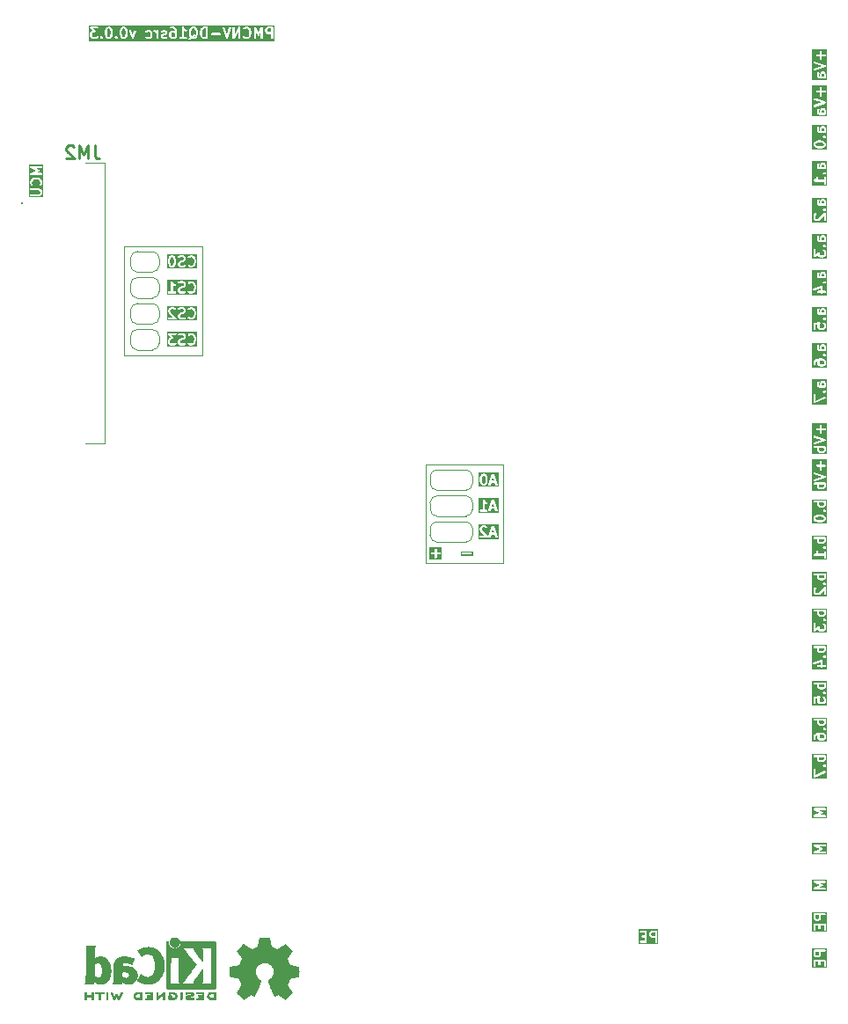
<source format=gbr>
%TF.GenerationSoftware,KiCad,Pcbnew,9.0.2*%
%TF.CreationDate,2025-06-28T16:09:41+03:00*%
%TF.ProjectId,PMCNV-DQ16src,504d434e-562d-4445-9131-367372632e6b,rev?*%
%TF.SameCoordinates,Original*%
%TF.FileFunction,Legend,Bot*%
%TF.FilePolarity,Positive*%
%FSLAX46Y46*%
G04 Gerber Fmt 4.6, Leading zero omitted, Abs format (unit mm)*
G04 Created by KiCad (PCBNEW 9.0.2) date 2025-06-28 16:09:41*
%MOMM*%
%LPD*%
G01*
G04 APERTURE LIST*
%ADD10C,0.100000*%
%ADD11C,0.200000*%
%ADD12C,0.254000*%
%ADD13C,0.120000*%
%ADD14C,0.010000*%
G04 APERTURE END LIST*
D10*
X-28500000Y25500000D02*
X-21000000Y25500000D01*
X-21000000Y15000000D01*
X-28500000Y15000000D01*
X-28500000Y25500000D01*
D11*
G36*
X-21443026Y20836670D02*
G01*
X-24387136Y20836670D01*
X-24387136Y21067290D01*
X-24276025Y21067290D01*
X-24276025Y21028272D01*
X-24261093Y20992224D01*
X-24233503Y20964634D01*
X-24197455Y20949702D01*
X-24177946Y20947781D01*
X-23606518Y20947781D01*
X-23587009Y20949702D01*
X-23550961Y20964634D01*
X-23523371Y20992224D01*
X-23508439Y21028272D01*
X-23508439Y21067290D01*
X-23523371Y21103338D01*
X-23550961Y21130928D01*
X-23587009Y21145860D01*
X-23606518Y21147781D01*
X-23792232Y21147781D01*
X-23792232Y21333496D01*
X-23325565Y21333496D01*
X-23325565Y21238258D01*
X-23323644Y21218749D01*
X-23322269Y21215429D01*
X-23322014Y21211845D01*
X-23315008Y21193537D01*
X-23267389Y21098299D01*
X-23262106Y21089907D01*
X-23261094Y21087463D01*
X-23258838Y21084714D01*
X-23256946Y21081709D01*
X-23254952Y21079980D01*
X-23248657Y21072310D01*
X-23201039Y21024690D01*
X-23193371Y21018397D01*
X-23191639Y21016400D01*
X-23188631Y21014507D01*
X-23185885Y21012253D01*
X-23183445Y21011243D01*
X-23175048Y21005957D01*
X-23079811Y20958338D01*
X-23061502Y20951332D01*
X-23057919Y20951078D01*
X-23054598Y20949702D01*
X-23035089Y20947781D01*
X-22796994Y20947781D01*
X-22787121Y20948754D01*
X-22784487Y20948566D01*
X-22781024Y20949354D01*
X-22777485Y20949702D01*
X-22775043Y20950714D01*
X-22765371Y20952913D01*
X-22622515Y21000532D01*
X-22604614Y21008523D01*
X-22575138Y21034088D01*
X-22557689Y21068987D01*
X-22554922Y21107907D01*
X-22567261Y21144923D01*
X-22592826Y21174399D01*
X-22627725Y21191849D01*
X-22666645Y21194615D01*
X-22685760Y21190268D01*
X-22813221Y21147781D01*
X-23011482Y21147781D01*
X-23071092Y21177586D01*
X-23095759Y21202254D01*
X-23125565Y21261866D01*
X-23125565Y21309889D01*
X-23095760Y21369499D01*
X-23071092Y21394168D01*
X-23000185Y21429621D01*
X-22820360Y21474577D01*
X-22818923Y21475091D01*
X-22818200Y21475142D01*
X-22810076Y21478251D01*
X-22801899Y21481172D01*
X-22801319Y21481603D01*
X-22799892Y21482148D01*
X-22704654Y21529767D01*
X-22696258Y21535053D01*
X-22693818Y21536063D01*
X-22691072Y21538317D01*
X-22688064Y21540210D01*
X-22686335Y21542205D01*
X-22678664Y21548499D01*
X-22631046Y21596118D01*
X-22624754Y21603785D01*
X-22622756Y21605517D01*
X-22620863Y21608526D01*
X-22618609Y21611271D01*
X-22617599Y21613712D01*
X-22612313Y21622108D01*
X-22564694Y21717345D01*
X-22557688Y21735654D01*
X-22557434Y21739238D01*
X-22556058Y21742558D01*
X-22554137Y21762067D01*
X-22554137Y21857305D01*
X-22556058Y21876814D01*
X-22557434Y21880135D01*
X-22557688Y21883718D01*
X-22564694Y21902027D01*
X-22599707Y21972052D01*
X-22371263Y21972052D01*
X-22371263Y21933034D01*
X-22356331Y21896986D01*
X-22328741Y21869396D01*
X-22292693Y21854464D01*
X-22253675Y21854464D01*
X-22217627Y21869396D01*
X-22202473Y21881832D01*
X-22171547Y21912760D01*
X-22066482Y21947781D01*
X-22003697Y21947781D01*
X-21898633Y21912760D01*
X-21831560Y21845687D01*
X-21796108Y21774782D01*
X-21754137Y21606901D01*
X-21754137Y21488663D01*
X-21796108Y21320782D01*
X-21831561Y21249876D01*
X-21898632Y21182803D01*
X-22003697Y21147781D01*
X-22066482Y21147781D01*
X-22171547Y21182803D01*
X-22202473Y21213730D01*
X-22217626Y21226167D01*
X-22253674Y21241098D01*
X-22292692Y21241099D01*
X-22328741Y21226168D01*
X-22356331Y21198578D01*
X-22371262Y21162530D01*
X-22371263Y21123512D01*
X-22356332Y21087463D01*
X-22343895Y21072310D01*
X-22296277Y21024690D01*
X-22281123Y21012253D01*
X-22277804Y21010878D01*
X-22275088Y21008523D01*
X-22257188Y21000532D01*
X-22114331Y20952913D01*
X-22104659Y20950714D01*
X-22102217Y20949702D01*
X-22098680Y20949354D01*
X-22095216Y20948566D01*
X-22092582Y20948754D01*
X-22082708Y20947781D01*
X-21987470Y20947781D01*
X-21977597Y20948754D01*
X-21974963Y20948566D01*
X-21971500Y20949354D01*
X-21967961Y20949702D01*
X-21965519Y20950714D01*
X-21955847Y20952913D01*
X-21812991Y21000532D01*
X-21795090Y21008523D01*
X-21792375Y21010878D01*
X-21789055Y21012253D01*
X-21773902Y21024690D01*
X-21678664Y21119929D01*
X-21672372Y21127596D01*
X-21670375Y21129327D01*
X-21668482Y21132335D01*
X-21666227Y21135082D01*
X-21665216Y21137524D01*
X-21659932Y21145918D01*
X-21612313Y21241155D01*
X-21611767Y21242584D01*
X-21611337Y21243163D01*
X-21608416Y21251340D01*
X-21605307Y21259464D01*
X-21605256Y21260185D01*
X-21604742Y21261623D01*
X-21557123Y21452099D01*
X-21556623Y21455481D01*
X-21556058Y21456844D01*
X-21555335Y21464195D01*
X-21554255Y21471492D01*
X-21554473Y21472951D01*
X-21554137Y21476353D01*
X-21554137Y21619210D01*
X-21554473Y21622613D01*
X-21554255Y21624071D01*
X-21555335Y21631369D01*
X-21556058Y21638719D01*
X-21556623Y21640083D01*
X-21557123Y21643464D01*
X-21604742Y21833940D01*
X-21605256Y21835379D01*
X-21605307Y21836099D01*
X-21608416Y21844224D01*
X-21611337Y21852400D01*
X-21611767Y21852980D01*
X-21612313Y21854408D01*
X-21659932Y21949645D01*
X-21665219Y21958044D01*
X-21666228Y21960481D01*
X-21668480Y21963225D01*
X-21670375Y21966236D01*
X-21672373Y21967969D01*
X-21678664Y21975635D01*
X-21773902Y22070873D01*
X-21789056Y22083309D01*
X-21792375Y22084684D01*
X-21795090Y22087039D01*
X-21812991Y22095030D01*
X-21955847Y22142649D01*
X-21965519Y22144849D01*
X-21967961Y22145860D01*
X-21971500Y22146209D01*
X-21974963Y22146996D01*
X-21977597Y22146809D01*
X-21987470Y22147781D01*
X-22082708Y22147781D01*
X-22092582Y22146809D01*
X-22095216Y22146996D01*
X-22098680Y22146209D01*
X-22102217Y22145860D01*
X-22104659Y22144849D01*
X-22114331Y22142649D01*
X-22257188Y22095030D01*
X-22275088Y22087039D01*
X-22277804Y22084684D01*
X-22281123Y22083309D01*
X-22296276Y22070872D01*
X-22343895Y22023254D01*
X-22356331Y22008100D01*
X-22371263Y21972052D01*
X-22599707Y21972052D01*
X-22612313Y21997264D01*
X-22617599Y22005661D01*
X-22618609Y22008101D01*
X-22620863Y22010847D01*
X-22622756Y22013855D01*
X-22624754Y22015588D01*
X-22631046Y22023254D01*
X-22678664Y22070873D01*
X-22686335Y22077168D01*
X-22688064Y22079162D01*
X-22691072Y22081056D01*
X-22693818Y22083309D01*
X-22696258Y22084320D01*
X-22704654Y22089605D01*
X-22799892Y22137224D01*
X-22818200Y22144230D01*
X-22821784Y22144485D01*
X-22825104Y22145860D01*
X-22844613Y22147781D01*
X-23082708Y22147781D01*
X-23092582Y22146809D01*
X-23095216Y22146996D01*
X-23098680Y22146209D01*
X-23102217Y22145860D01*
X-23104659Y22144849D01*
X-23114331Y22142649D01*
X-23257188Y22095030D01*
X-23275088Y22087039D01*
X-23304564Y22061474D01*
X-23322014Y22026575D01*
X-23324780Y21987655D01*
X-23312442Y21950639D01*
X-23286877Y21921163D01*
X-23251978Y21903713D01*
X-23213058Y21900947D01*
X-23193942Y21905294D01*
X-23066482Y21947781D01*
X-22868220Y21947781D01*
X-22808611Y21917976D01*
X-22783942Y21893308D01*
X-22754137Y21833698D01*
X-22754137Y21785674D01*
X-22783942Y21726065D01*
X-22808611Y21701397D01*
X-22879518Y21665943D01*
X-23059343Y21620986D01*
X-23060782Y21620473D01*
X-23061502Y21620421D01*
X-23069627Y21617313D01*
X-23077803Y21614391D01*
X-23078383Y21613962D01*
X-23079811Y21613415D01*
X-23175048Y21565796D01*
X-23183445Y21560511D01*
X-23185885Y21559500D01*
X-23188631Y21557247D01*
X-23191639Y21555353D01*
X-23193372Y21553356D01*
X-23201038Y21547063D01*
X-23248657Y21499445D01*
X-23254952Y21491775D01*
X-23256946Y21490045D01*
X-23258840Y21487038D01*
X-23261093Y21484291D01*
X-23262104Y21481852D01*
X-23267389Y21473455D01*
X-23315008Y21378217D01*
X-23322014Y21359909D01*
X-23322269Y21356326D01*
X-23323644Y21353005D01*
X-23325565Y21333496D01*
X-23792232Y21333496D01*
X-23792232Y21758740D01*
X-23772467Y21738975D01*
X-23764801Y21732684D01*
X-23763068Y21730686D01*
X-23760057Y21728791D01*
X-23757313Y21726539D01*
X-23754876Y21725530D01*
X-23746477Y21720243D01*
X-23651240Y21672624D01*
X-23632931Y21665618D01*
X-23594011Y21662852D01*
X-23556995Y21675191D01*
X-23527518Y21700756D01*
X-23510069Y21735654D01*
X-23507304Y21774574D01*
X-23519642Y21811590D01*
X-23545207Y21841067D01*
X-23561797Y21851510D01*
X-23642519Y21891871D01*
X-23719283Y21968635D01*
X-23809027Y22103251D01*
X-23809072Y22103306D01*
X-23809085Y22103338D01*
X-23809159Y22103412D01*
X-23821447Y22118418D01*
X-23829676Y22123929D01*
X-23836675Y22130928D01*
X-23845727Y22134678D01*
X-23853867Y22140129D01*
X-23863575Y22142071D01*
X-23872723Y22145860D01*
X-23882522Y22145860D01*
X-23892127Y22147781D01*
X-23901838Y22145860D01*
X-23911741Y22145860D01*
X-23920794Y22142111D01*
X-23930404Y22140209D01*
X-23938643Y22134717D01*
X-23947789Y22130928D01*
X-23954716Y22124002D01*
X-23962869Y22118566D01*
X-23968380Y22110338D01*
X-23975379Y22103338D01*
X-23979129Y22094287D01*
X-23984580Y22086146D01*
X-23986522Y22076439D01*
X-23990311Y22067290D01*
X-23992212Y22047988D01*
X-23992232Y22047886D01*
X-23992226Y22047852D01*
X-23992232Y22047781D01*
X-23992232Y21147781D01*
X-24177946Y21147781D01*
X-24197455Y21145860D01*
X-24233503Y21130928D01*
X-24261093Y21103338D01*
X-24276025Y21067290D01*
X-24387136Y21067290D01*
X-24387136Y22258892D01*
X-21443026Y22258892D01*
X-21443026Y20836670D01*
G37*
G36*
X-21443026Y18336670D02*
G01*
X-24389057Y18336670D01*
X-24389057Y19357305D01*
X-24277946Y19357305D01*
X-24277946Y19262067D01*
X-24276974Y19252194D01*
X-24277161Y19249560D01*
X-24276374Y19246097D01*
X-24276025Y19242558D01*
X-24275014Y19240116D01*
X-24272814Y19230444D01*
X-24225195Y19087588D01*
X-24217204Y19069687D01*
X-24214849Y19066972D01*
X-24213474Y19063653D01*
X-24201038Y19048499D01*
X-23800321Y18647781D01*
X-24177946Y18647781D01*
X-24197455Y18645860D01*
X-24233503Y18630928D01*
X-24261093Y18603338D01*
X-24276025Y18567290D01*
X-24276025Y18528272D01*
X-24261093Y18492224D01*
X-24233503Y18464634D01*
X-24197455Y18449702D01*
X-24177946Y18447781D01*
X-23558899Y18447781D01*
X-23539390Y18449702D01*
X-23503342Y18464634D01*
X-23475752Y18492224D01*
X-23460820Y18528272D01*
X-23460820Y18567290D01*
X-23475752Y18603338D01*
X-23488188Y18618492D01*
X-23703192Y18833496D01*
X-23325565Y18833496D01*
X-23325565Y18738258D01*
X-23323644Y18718749D01*
X-23322269Y18715429D01*
X-23322014Y18711845D01*
X-23315008Y18693537D01*
X-23267389Y18598299D01*
X-23262106Y18589907D01*
X-23261094Y18587463D01*
X-23258838Y18584714D01*
X-23256946Y18581709D01*
X-23254952Y18579980D01*
X-23248657Y18572310D01*
X-23201039Y18524690D01*
X-23193371Y18518397D01*
X-23191639Y18516400D01*
X-23188631Y18514507D01*
X-23185885Y18512253D01*
X-23183445Y18511243D01*
X-23175048Y18505957D01*
X-23079811Y18458338D01*
X-23061502Y18451332D01*
X-23057919Y18451078D01*
X-23054598Y18449702D01*
X-23035089Y18447781D01*
X-22796994Y18447781D01*
X-22787121Y18448754D01*
X-22784487Y18448566D01*
X-22781024Y18449354D01*
X-22777485Y18449702D01*
X-22775043Y18450714D01*
X-22765371Y18452913D01*
X-22622515Y18500532D01*
X-22604614Y18508523D01*
X-22575138Y18534088D01*
X-22557689Y18568987D01*
X-22554922Y18607907D01*
X-22567261Y18644923D01*
X-22592826Y18674399D01*
X-22627725Y18691849D01*
X-22666645Y18694615D01*
X-22685760Y18690268D01*
X-22813221Y18647781D01*
X-23011482Y18647781D01*
X-23071092Y18677586D01*
X-23095759Y18702254D01*
X-23125565Y18761866D01*
X-23125565Y18809889D01*
X-23095760Y18869499D01*
X-23071092Y18894168D01*
X-23000185Y18929621D01*
X-22820360Y18974577D01*
X-22818923Y18975091D01*
X-22818200Y18975142D01*
X-22810076Y18978251D01*
X-22801899Y18981172D01*
X-22801319Y18981603D01*
X-22799892Y18982148D01*
X-22704654Y19029767D01*
X-22696258Y19035053D01*
X-22693818Y19036063D01*
X-22691072Y19038317D01*
X-22688064Y19040210D01*
X-22686335Y19042205D01*
X-22678664Y19048499D01*
X-22631046Y19096118D01*
X-22624754Y19103785D01*
X-22622756Y19105517D01*
X-22620863Y19108526D01*
X-22618609Y19111271D01*
X-22617599Y19113712D01*
X-22612313Y19122108D01*
X-22564694Y19217345D01*
X-22557688Y19235654D01*
X-22557434Y19239238D01*
X-22556058Y19242558D01*
X-22554137Y19262067D01*
X-22554137Y19357305D01*
X-22556058Y19376814D01*
X-22557434Y19380135D01*
X-22557688Y19383718D01*
X-22564694Y19402027D01*
X-22599707Y19472052D01*
X-22371263Y19472052D01*
X-22371263Y19433034D01*
X-22356331Y19396986D01*
X-22328741Y19369396D01*
X-22292693Y19354464D01*
X-22253675Y19354464D01*
X-22217627Y19369396D01*
X-22202473Y19381832D01*
X-22171547Y19412760D01*
X-22066482Y19447781D01*
X-22003697Y19447781D01*
X-21898633Y19412760D01*
X-21831560Y19345687D01*
X-21796108Y19274782D01*
X-21754137Y19106901D01*
X-21754137Y18988663D01*
X-21796108Y18820782D01*
X-21831561Y18749876D01*
X-21898632Y18682803D01*
X-22003697Y18647781D01*
X-22066482Y18647781D01*
X-22171547Y18682803D01*
X-22202473Y18713730D01*
X-22217626Y18726167D01*
X-22253674Y18741098D01*
X-22292692Y18741099D01*
X-22328741Y18726168D01*
X-22356331Y18698578D01*
X-22371262Y18662530D01*
X-22371263Y18623512D01*
X-22356332Y18587463D01*
X-22343895Y18572310D01*
X-22296277Y18524690D01*
X-22281123Y18512253D01*
X-22277804Y18510878D01*
X-22275088Y18508523D01*
X-22257188Y18500532D01*
X-22114331Y18452913D01*
X-22104659Y18450714D01*
X-22102217Y18449702D01*
X-22098680Y18449354D01*
X-22095216Y18448566D01*
X-22092582Y18448754D01*
X-22082708Y18447781D01*
X-21987470Y18447781D01*
X-21977597Y18448754D01*
X-21974963Y18448566D01*
X-21971500Y18449354D01*
X-21967961Y18449702D01*
X-21965519Y18450714D01*
X-21955847Y18452913D01*
X-21812991Y18500532D01*
X-21795090Y18508523D01*
X-21792375Y18510878D01*
X-21789055Y18512253D01*
X-21773902Y18524690D01*
X-21678664Y18619929D01*
X-21672372Y18627596D01*
X-21670375Y18629327D01*
X-21668482Y18632335D01*
X-21666227Y18635082D01*
X-21665216Y18637524D01*
X-21659932Y18645918D01*
X-21612313Y18741155D01*
X-21611767Y18742584D01*
X-21611337Y18743163D01*
X-21608416Y18751340D01*
X-21605307Y18759464D01*
X-21605256Y18760185D01*
X-21604742Y18761623D01*
X-21557123Y18952099D01*
X-21556623Y18955481D01*
X-21556058Y18956844D01*
X-21555335Y18964195D01*
X-21554255Y18971492D01*
X-21554473Y18972951D01*
X-21554137Y18976353D01*
X-21554137Y19119210D01*
X-21554473Y19122613D01*
X-21554255Y19124071D01*
X-21555335Y19131369D01*
X-21556058Y19138719D01*
X-21556623Y19140083D01*
X-21557123Y19143464D01*
X-21604742Y19333940D01*
X-21605256Y19335379D01*
X-21605307Y19336099D01*
X-21608416Y19344224D01*
X-21611337Y19352400D01*
X-21611767Y19352980D01*
X-21612313Y19354408D01*
X-21659932Y19449645D01*
X-21665219Y19458044D01*
X-21666228Y19460481D01*
X-21668480Y19463225D01*
X-21670375Y19466236D01*
X-21672373Y19467969D01*
X-21678664Y19475635D01*
X-21773902Y19570873D01*
X-21789056Y19583309D01*
X-21792375Y19584684D01*
X-21795090Y19587039D01*
X-21812991Y19595030D01*
X-21955847Y19642649D01*
X-21965519Y19644849D01*
X-21967961Y19645860D01*
X-21971500Y19646209D01*
X-21974963Y19646996D01*
X-21977597Y19646809D01*
X-21987470Y19647781D01*
X-22082708Y19647781D01*
X-22092582Y19646809D01*
X-22095216Y19646996D01*
X-22098680Y19646209D01*
X-22102217Y19645860D01*
X-22104659Y19644849D01*
X-22114331Y19642649D01*
X-22257188Y19595030D01*
X-22275088Y19587039D01*
X-22277804Y19584684D01*
X-22281123Y19583309D01*
X-22296276Y19570872D01*
X-22343895Y19523254D01*
X-22356331Y19508100D01*
X-22371263Y19472052D01*
X-22599707Y19472052D01*
X-22612313Y19497264D01*
X-22617599Y19505661D01*
X-22618609Y19508101D01*
X-22620863Y19510847D01*
X-22622756Y19513855D01*
X-22624754Y19515588D01*
X-22631046Y19523254D01*
X-22678664Y19570873D01*
X-22686335Y19577168D01*
X-22688064Y19579162D01*
X-22691072Y19581056D01*
X-22693818Y19583309D01*
X-22696258Y19584320D01*
X-22704654Y19589605D01*
X-22799892Y19637224D01*
X-22818200Y19644230D01*
X-22821784Y19644485D01*
X-22825104Y19645860D01*
X-22844613Y19647781D01*
X-23082708Y19647781D01*
X-23092582Y19646809D01*
X-23095216Y19646996D01*
X-23098680Y19646209D01*
X-23102217Y19645860D01*
X-23104659Y19644849D01*
X-23114331Y19642649D01*
X-23257188Y19595030D01*
X-23275088Y19587039D01*
X-23304564Y19561474D01*
X-23322014Y19526575D01*
X-23324780Y19487655D01*
X-23312442Y19450639D01*
X-23286877Y19421163D01*
X-23251978Y19403713D01*
X-23213058Y19400947D01*
X-23193942Y19405294D01*
X-23066482Y19447781D01*
X-22868220Y19447781D01*
X-22808611Y19417976D01*
X-22783942Y19393308D01*
X-22754137Y19333698D01*
X-22754137Y19285674D01*
X-22783942Y19226065D01*
X-22808611Y19201397D01*
X-22879518Y19165943D01*
X-23059343Y19120986D01*
X-23060782Y19120473D01*
X-23061502Y19120421D01*
X-23069627Y19117313D01*
X-23077803Y19114391D01*
X-23078383Y19113962D01*
X-23079811Y19113415D01*
X-23175048Y19065796D01*
X-23183445Y19060511D01*
X-23185885Y19059500D01*
X-23188631Y19057247D01*
X-23191639Y19055353D01*
X-23193372Y19053356D01*
X-23201038Y19047063D01*
X-23248657Y18999445D01*
X-23254952Y18991775D01*
X-23256946Y18990045D01*
X-23258840Y18987038D01*
X-23261093Y18984291D01*
X-23262104Y18981852D01*
X-23267389Y18973455D01*
X-23315008Y18878217D01*
X-23322014Y18859909D01*
X-23322269Y18856326D01*
X-23323644Y18853005D01*
X-23325565Y18833496D01*
X-23703192Y18833496D01*
X-24042925Y19173230D01*
X-24077946Y19278294D01*
X-24077946Y19333698D01*
X-24048141Y19393308D01*
X-24023473Y19417977D01*
X-23963863Y19447781D01*
X-23772982Y19447781D01*
X-23713373Y19417976D01*
X-23677229Y19381833D01*
X-23662076Y19369396D01*
X-23626027Y19354465D01*
X-23587009Y19354465D01*
X-23550961Y19369396D01*
X-23523371Y19396986D01*
X-23508440Y19433034D01*
X-23508440Y19472052D01*
X-23523371Y19508101D01*
X-23535808Y19523254D01*
X-23583426Y19570873D01*
X-23591097Y19577168D01*
X-23592826Y19579162D01*
X-23595834Y19581056D01*
X-23598580Y19583309D01*
X-23601020Y19584320D01*
X-23609416Y19589605D01*
X-23704654Y19637224D01*
X-23722962Y19644230D01*
X-23726546Y19644485D01*
X-23729866Y19645860D01*
X-23749375Y19647781D01*
X-23987470Y19647781D01*
X-24006979Y19645860D01*
X-24010300Y19644485D01*
X-24013883Y19644230D01*
X-24032192Y19637224D01*
X-24127429Y19589605D01*
X-24135826Y19584320D01*
X-24138266Y19583309D01*
X-24141012Y19581056D01*
X-24144020Y19579162D01*
X-24145753Y19577165D01*
X-24153419Y19570872D01*
X-24201038Y19523254D01*
X-24207333Y19515584D01*
X-24209327Y19513854D01*
X-24211221Y19510847D01*
X-24213474Y19508100D01*
X-24214485Y19505661D01*
X-24219770Y19497264D01*
X-24267389Y19402026D01*
X-24274395Y19383718D01*
X-24274650Y19380135D01*
X-24276025Y19376814D01*
X-24277946Y19357305D01*
X-24389057Y19357305D01*
X-24389057Y19758892D01*
X-21443026Y19758892D01*
X-21443026Y18336670D01*
G37*
G36*
X-23808611Y24417976D02*
G01*
X-23783942Y24393308D01*
X-23748489Y24322401D01*
X-23706518Y24154520D01*
X-23706518Y23941044D01*
X-23748489Y23773163D01*
X-23783942Y23702257D01*
X-23808611Y23677587D01*
X-23868220Y23647781D01*
X-23916244Y23647781D01*
X-23975854Y23677586D01*
X-24000521Y23702254D01*
X-24035976Y23773163D01*
X-24077946Y23941044D01*
X-24077946Y24154519D01*
X-24035976Y24322401D01*
X-24000522Y24393308D01*
X-23975854Y24417977D01*
X-23916244Y24447781D01*
X-23868220Y24447781D01*
X-23808611Y24417976D01*
G37*
G36*
X-21443026Y23336670D02*
G01*
X-24389057Y23336670D01*
X-24389057Y24166829D01*
X-24277946Y24166829D01*
X-24277946Y23928734D01*
X-24277611Y23925332D01*
X-24277828Y23923873D01*
X-24276749Y23916576D01*
X-24276025Y23909225D01*
X-24275461Y23907862D01*
X-24274960Y23904480D01*
X-24227341Y23714005D01*
X-24226828Y23712568D01*
X-24226776Y23711845D01*
X-24223668Y23703721D01*
X-24220746Y23695544D01*
X-24220316Y23694964D01*
X-24219770Y23693537D01*
X-24172151Y23598299D01*
X-24166868Y23589907D01*
X-24165856Y23587463D01*
X-24163600Y23584714D01*
X-24161708Y23581709D01*
X-24159714Y23579980D01*
X-24153419Y23572310D01*
X-24105801Y23524690D01*
X-24098133Y23518397D01*
X-24096401Y23516400D01*
X-24093393Y23514507D01*
X-24090647Y23512253D01*
X-24088207Y23511243D01*
X-24079810Y23505957D01*
X-23984573Y23458338D01*
X-23966264Y23451332D01*
X-23962681Y23451078D01*
X-23959360Y23449702D01*
X-23939851Y23447781D01*
X-23844613Y23447781D01*
X-23825104Y23449702D01*
X-23821784Y23451078D01*
X-23818200Y23451332D01*
X-23799892Y23458338D01*
X-23704654Y23505957D01*
X-23696259Y23511242D01*
X-23693817Y23512253D01*
X-23691070Y23514509D01*
X-23688064Y23516400D01*
X-23686334Y23518395D01*
X-23678664Y23524690D01*
X-23631045Y23572310D01*
X-23624753Y23579977D01*
X-23622756Y23581708D01*
X-23620863Y23584716D01*
X-23618608Y23587463D01*
X-23617597Y23589905D01*
X-23612313Y23598299D01*
X-23564694Y23693536D01*
X-23564148Y23694965D01*
X-23563718Y23695544D01*
X-23560797Y23703721D01*
X-23557688Y23711845D01*
X-23557637Y23712566D01*
X-23557123Y23714004D01*
X-23527250Y23833496D01*
X-23325565Y23833496D01*
X-23325565Y23738258D01*
X-23323644Y23718749D01*
X-23322269Y23715429D01*
X-23322014Y23711845D01*
X-23315008Y23693537D01*
X-23267389Y23598299D01*
X-23262106Y23589907D01*
X-23261094Y23587463D01*
X-23258838Y23584714D01*
X-23256946Y23581709D01*
X-23254952Y23579980D01*
X-23248657Y23572310D01*
X-23201039Y23524690D01*
X-23193371Y23518397D01*
X-23191639Y23516400D01*
X-23188631Y23514507D01*
X-23185885Y23512253D01*
X-23183445Y23511243D01*
X-23175048Y23505957D01*
X-23079811Y23458338D01*
X-23061502Y23451332D01*
X-23057919Y23451078D01*
X-23054598Y23449702D01*
X-23035089Y23447781D01*
X-22796994Y23447781D01*
X-22787121Y23448754D01*
X-22784487Y23448566D01*
X-22781024Y23449354D01*
X-22777485Y23449702D01*
X-22775043Y23450714D01*
X-22765371Y23452913D01*
X-22622515Y23500532D01*
X-22604614Y23508523D01*
X-22575138Y23534088D01*
X-22557689Y23568987D01*
X-22554922Y23607907D01*
X-22567261Y23644923D01*
X-22592826Y23674399D01*
X-22627725Y23691849D01*
X-22666645Y23694615D01*
X-22685760Y23690268D01*
X-22813221Y23647781D01*
X-23011482Y23647781D01*
X-23071092Y23677586D01*
X-23095759Y23702254D01*
X-23125565Y23761866D01*
X-23125565Y23809889D01*
X-23095760Y23869499D01*
X-23071092Y23894168D01*
X-23000185Y23929621D01*
X-22820360Y23974577D01*
X-22818923Y23975091D01*
X-22818200Y23975142D01*
X-22810076Y23978251D01*
X-22801899Y23981172D01*
X-22801319Y23981603D01*
X-22799892Y23982148D01*
X-22704654Y24029767D01*
X-22696258Y24035053D01*
X-22693818Y24036063D01*
X-22691072Y24038317D01*
X-22688064Y24040210D01*
X-22686335Y24042205D01*
X-22678664Y24048499D01*
X-22631046Y24096118D01*
X-22624754Y24103785D01*
X-22622756Y24105517D01*
X-22620863Y24108526D01*
X-22618609Y24111271D01*
X-22617599Y24113712D01*
X-22612313Y24122108D01*
X-22564694Y24217345D01*
X-22557688Y24235654D01*
X-22557434Y24239238D01*
X-22556058Y24242558D01*
X-22554137Y24262067D01*
X-22554137Y24357305D01*
X-22556058Y24376814D01*
X-22557434Y24380135D01*
X-22557688Y24383718D01*
X-22564694Y24402027D01*
X-22599707Y24472052D01*
X-22371263Y24472052D01*
X-22371263Y24433034D01*
X-22356331Y24396986D01*
X-22328741Y24369396D01*
X-22292693Y24354464D01*
X-22253675Y24354464D01*
X-22217627Y24369396D01*
X-22202473Y24381832D01*
X-22171547Y24412760D01*
X-22066482Y24447781D01*
X-22003697Y24447781D01*
X-21898633Y24412760D01*
X-21831560Y24345687D01*
X-21796108Y24274782D01*
X-21754137Y24106901D01*
X-21754137Y23988663D01*
X-21796108Y23820782D01*
X-21831561Y23749876D01*
X-21898632Y23682803D01*
X-22003697Y23647781D01*
X-22066482Y23647781D01*
X-22171547Y23682803D01*
X-22202473Y23713730D01*
X-22217626Y23726167D01*
X-22253674Y23741098D01*
X-22292692Y23741099D01*
X-22328741Y23726168D01*
X-22356331Y23698578D01*
X-22371262Y23662530D01*
X-22371263Y23623512D01*
X-22356332Y23587463D01*
X-22343895Y23572310D01*
X-22296277Y23524690D01*
X-22281123Y23512253D01*
X-22277804Y23510878D01*
X-22275088Y23508523D01*
X-22257188Y23500532D01*
X-22114331Y23452913D01*
X-22104659Y23450714D01*
X-22102217Y23449702D01*
X-22098680Y23449354D01*
X-22095216Y23448566D01*
X-22092582Y23448754D01*
X-22082708Y23447781D01*
X-21987470Y23447781D01*
X-21977597Y23448754D01*
X-21974963Y23448566D01*
X-21971500Y23449354D01*
X-21967961Y23449702D01*
X-21965519Y23450714D01*
X-21955847Y23452913D01*
X-21812991Y23500532D01*
X-21795090Y23508523D01*
X-21792375Y23510878D01*
X-21789055Y23512253D01*
X-21773902Y23524690D01*
X-21678664Y23619929D01*
X-21672372Y23627596D01*
X-21670375Y23629327D01*
X-21668482Y23632335D01*
X-21666227Y23635082D01*
X-21665216Y23637524D01*
X-21659932Y23645918D01*
X-21612313Y23741155D01*
X-21611767Y23742584D01*
X-21611337Y23743163D01*
X-21608416Y23751340D01*
X-21605307Y23759464D01*
X-21605256Y23760185D01*
X-21604742Y23761623D01*
X-21557123Y23952099D01*
X-21556623Y23955481D01*
X-21556058Y23956844D01*
X-21555335Y23964195D01*
X-21554255Y23971492D01*
X-21554473Y23972951D01*
X-21554137Y23976353D01*
X-21554137Y24119210D01*
X-21554473Y24122613D01*
X-21554255Y24124071D01*
X-21555335Y24131369D01*
X-21556058Y24138719D01*
X-21556623Y24140083D01*
X-21557123Y24143464D01*
X-21604742Y24333940D01*
X-21605256Y24335379D01*
X-21605307Y24336099D01*
X-21608416Y24344224D01*
X-21611337Y24352400D01*
X-21611767Y24352980D01*
X-21612313Y24354408D01*
X-21659932Y24449645D01*
X-21665219Y24458044D01*
X-21666228Y24460481D01*
X-21668480Y24463225D01*
X-21670375Y24466236D01*
X-21672373Y24467969D01*
X-21678664Y24475635D01*
X-21773902Y24570873D01*
X-21789056Y24583309D01*
X-21792375Y24584684D01*
X-21795090Y24587039D01*
X-21812991Y24595030D01*
X-21955847Y24642649D01*
X-21965519Y24644849D01*
X-21967961Y24645860D01*
X-21971500Y24646209D01*
X-21974963Y24646996D01*
X-21977597Y24646809D01*
X-21987470Y24647781D01*
X-22082708Y24647781D01*
X-22092582Y24646809D01*
X-22095216Y24646996D01*
X-22098680Y24646209D01*
X-22102217Y24645860D01*
X-22104659Y24644849D01*
X-22114331Y24642649D01*
X-22257188Y24595030D01*
X-22275088Y24587039D01*
X-22277804Y24584684D01*
X-22281123Y24583309D01*
X-22296276Y24570872D01*
X-22343895Y24523254D01*
X-22356331Y24508100D01*
X-22371263Y24472052D01*
X-22599707Y24472052D01*
X-22612313Y24497264D01*
X-22617599Y24505661D01*
X-22618609Y24508101D01*
X-22620863Y24510847D01*
X-22622756Y24513855D01*
X-22624754Y24515588D01*
X-22631046Y24523254D01*
X-22678664Y24570873D01*
X-22686335Y24577168D01*
X-22688064Y24579162D01*
X-22691072Y24581056D01*
X-22693818Y24583309D01*
X-22696258Y24584320D01*
X-22704654Y24589605D01*
X-22799892Y24637224D01*
X-22818200Y24644230D01*
X-22821784Y24644485D01*
X-22825104Y24645860D01*
X-22844613Y24647781D01*
X-23082708Y24647781D01*
X-23092582Y24646809D01*
X-23095216Y24646996D01*
X-23098680Y24646209D01*
X-23102217Y24645860D01*
X-23104659Y24644849D01*
X-23114331Y24642649D01*
X-23257188Y24595030D01*
X-23275088Y24587039D01*
X-23304564Y24561474D01*
X-23322014Y24526575D01*
X-23324780Y24487655D01*
X-23312442Y24450639D01*
X-23286877Y24421163D01*
X-23251978Y24403713D01*
X-23213058Y24400947D01*
X-23193942Y24405294D01*
X-23066482Y24447781D01*
X-22868220Y24447781D01*
X-22808611Y24417976D01*
X-22783942Y24393308D01*
X-22754137Y24333698D01*
X-22754137Y24285674D01*
X-22783942Y24226065D01*
X-22808611Y24201397D01*
X-22879518Y24165943D01*
X-23059343Y24120986D01*
X-23060782Y24120473D01*
X-23061502Y24120421D01*
X-23069627Y24117313D01*
X-23077803Y24114391D01*
X-23078383Y24113962D01*
X-23079811Y24113415D01*
X-23175048Y24065796D01*
X-23183445Y24060511D01*
X-23185885Y24059500D01*
X-23188631Y24057247D01*
X-23191639Y24055353D01*
X-23193372Y24053356D01*
X-23201038Y24047063D01*
X-23248657Y23999445D01*
X-23254952Y23991775D01*
X-23256946Y23990045D01*
X-23258840Y23987038D01*
X-23261093Y23984291D01*
X-23262104Y23981852D01*
X-23267389Y23973455D01*
X-23315008Y23878217D01*
X-23322014Y23859909D01*
X-23322269Y23856326D01*
X-23323644Y23853005D01*
X-23325565Y23833496D01*
X-23527250Y23833496D01*
X-23509504Y23904480D01*
X-23509004Y23907862D01*
X-23508439Y23909225D01*
X-23507716Y23916576D01*
X-23506636Y23923873D01*
X-23506854Y23925332D01*
X-23506518Y23928734D01*
X-23506518Y24166829D01*
X-23506854Y24170232D01*
X-23506636Y24171690D01*
X-23507716Y24178988D01*
X-23508439Y24186338D01*
X-23509004Y24187702D01*
X-23509504Y24191083D01*
X-23557123Y24381559D01*
X-23557637Y24382998D01*
X-23557688Y24383718D01*
X-23560797Y24391843D01*
X-23563718Y24400019D01*
X-23564148Y24400599D01*
X-23564694Y24402027D01*
X-23612313Y24497264D01*
X-23617599Y24505661D01*
X-23618609Y24508101D01*
X-23620863Y24510847D01*
X-23622756Y24513855D01*
X-23624754Y24515588D01*
X-23631046Y24523254D01*
X-23678664Y24570873D01*
X-23686335Y24577168D01*
X-23688064Y24579162D01*
X-23691072Y24581056D01*
X-23693818Y24583309D01*
X-23696258Y24584320D01*
X-23704654Y24589605D01*
X-23799892Y24637224D01*
X-23818200Y24644230D01*
X-23821784Y24644485D01*
X-23825104Y24645860D01*
X-23844613Y24647781D01*
X-23939851Y24647781D01*
X-23959360Y24645860D01*
X-23962681Y24644485D01*
X-23966264Y24644230D01*
X-23984573Y24637224D01*
X-24079810Y24589605D01*
X-24088207Y24584320D01*
X-24090647Y24583309D01*
X-24093393Y24581056D01*
X-24096401Y24579162D01*
X-24098134Y24577165D01*
X-24105800Y24570872D01*
X-24153419Y24523254D01*
X-24159714Y24515584D01*
X-24161708Y24513854D01*
X-24163602Y24510847D01*
X-24165855Y24508100D01*
X-24166866Y24505661D01*
X-24172151Y24497264D01*
X-24219770Y24402026D01*
X-24220316Y24400600D01*
X-24220746Y24400019D01*
X-24223668Y24391843D01*
X-24226776Y24383718D01*
X-24226828Y24382996D01*
X-24227341Y24381558D01*
X-24274960Y24191083D01*
X-24275461Y24187702D01*
X-24276025Y24186338D01*
X-24276749Y24178988D01*
X-24277828Y24171690D01*
X-24277611Y24170232D01*
X-24277946Y24166829D01*
X-24389057Y24166829D01*
X-24389057Y24758892D01*
X-21443026Y24758892D01*
X-21443026Y23336670D01*
G37*
G36*
X-21443026Y15836670D02*
G01*
X-24389057Y15836670D01*
X-24389057Y16476353D01*
X-24277946Y16476353D01*
X-24277946Y16238258D01*
X-24276025Y16218749D01*
X-24274650Y16215429D01*
X-24274395Y16211845D01*
X-24267389Y16193537D01*
X-24219770Y16098299D01*
X-24214487Y16089907D01*
X-24213475Y16087463D01*
X-24211219Y16084714D01*
X-24209327Y16081709D01*
X-24207333Y16079980D01*
X-24201038Y16072310D01*
X-24153420Y16024690D01*
X-24145752Y16018397D01*
X-24144020Y16016400D01*
X-24141012Y16014507D01*
X-24138266Y16012253D01*
X-24135826Y16011243D01*
X-24127429Y16005957D01*
X-24032192Y15958338D01*
X-24013883Y15951332D01*
X-24010300Y15951078D01*
X-24006979Y15949702D01*
X-23987470Y15947781D01*
X-23701756Y15947781D01*
X-23682247Y15949702D01*
X-23678927Y15951078D01*
X-23675343Y15951332D01*
X-23657035Y15958338D01*
X-23561797Y16005957D01*
X-23553402Y16011242D01*
X-23550960Y16012253D01*
X-23548213Y16014509D01*
X-23545207Y16016400D01*
X-23543477Y16018395D01*
X-23535807Y16024690D01*
X-23488188Y16072310D01*
X-23475751Y16087463D01*
X-23460820Y16123512D01*
X-23460821Y16162530D01*
X-23475752Y16198578D01*
X-23503343Y16226168D01*
X-23539391Y16241099D01*
X-23578409Y16241098D01*
X-23614457Y16226167D01*
X-23629611Y16213730D01*
X-23665754Y16177587D01*
X-23725363Y16147781D01*
X-23963863Y16147781D01*
X-24023473Y16177586D01*
X-24048140Y16202254D01*
X-24077946Y16261866D01*
X-24077946Y16333496D01*
X-23325565Y16333496D01*
X-23325565Y16238258D01*
X-23323644Y16218749D01*
X-23322269Y16215429D01*
X-23322014Y16211845D01*
X-23315008Y16193537D01*
X-23267389Y16098299D01*
X-23262106Y16089907D01*
X-23261094Y16087463D01*
X-23258838Y16084714D01*
X-23256946Y16081709D01*
X-23254952Y16079980D01*
X-23248657Y16072310D01*
X-23201039Y16024690D01*
X-23193371Y16018397D01*
X-23191639Y16016400D01*
X-23188631Y16014507D01*
X-23185885Y16012253D01*
X-23183445Y16011243D01*
X-23175048Y16005957D01*
X-23079811Y15958338D01*
X-23061502Y15951332D01*
X-23057919Y15951078D01*
X-23054598Y15949702D01*
X-23035089Y15947781D01*
X-22796994Y15947781D01*
X-22787121Y15948754D01*
X-22784487Y15948566D01*
X-22781024Y15949354D01*
X-22777485Y15949702D01*
X-22775043Y15950714D01*
X-22765371Y15952913D01*
X-22622515Y16000532D01*
X-22604614Y16008523D01*
X-22575138Y16034088D01*
X-22557689Y16068987D01*
X-22554922Y16107907D01*
X-22567261Y16144923D01*
X-22592826Y16174399D01*
X-22627725Y16191849D01*
X-22666645Y16194615D01*
X-22685760Y16190268D01*
X-22813221Y16147781D01*
X-23011482Y16147781D01*
X-23071092Y16177586D01*
X-23095759Y16202254D01*
X-23125565Y16261866D01*
X-23125565Y16309889D01*
X-23095760Y16369499D01*
X-23071092Y16394168D01*
X-23000185Y16429621D01*
X-22820360Y16474577D01*
X-22818923Y16475091D01*
X-22818200Y16475142D01*
X-22810076Y16478251D01*
X-22801899Y16481172D01*
X-22801319Y16481603D01*
X-22799892Y16482148D01*
X-22704654Y16529767D01*
X-22696258Y16535053D01*
X-22693818Y16536063D01*
X-22691072Y16538317D01*
X-22688064Y16540210D01*
X-22686335Y16542205D01*
X-22678664Y16548499D01*
X-22631046Y16596118D01*
X-22624754Y16603785D01*
X-22622756Y16605517D01*
X-22620863Y16608526D01*
X-22618609Y16611271D01*
X-22617599Y16613712D01*
X-22612313Y16622108D01*
X-22564694Y16717345D01*
X-22557688Y16735654D01*
X-22557434Y16739238D01*
X-22556058Y16742558D01*
X-22554137Y16762067D01*
X-22554137Y16857305D01*
X-22556058Y16876814D01*
X-22557434Y16880135D01*
X-22557688Y16883718D01*
X-22564694Y16902027D01*
X-22599707Y16972052D01*
X-22371263Y16972052D01*
X-22371263Y16933034D01*
X-22356331Y16896986D01*
X-22328741Y16869396D01*
X-22292693Y16854464D01*
X-22253675Y16854464D01*
X-22217627Y16869396D01*
X-22202473Y16881832D01*
X-22171547Y16912760D01*
X-22066482Y16947781D01*
X-22003697Y16947781D01*
X-21898633Y16912760D01*
X-21831560Y16845687D01*
X-21796108Y16774782D01*
X-21754137Y16606901D01*
X-21754137Y16488663D01*
X-21796108Y16320782D01*
X-21831561Y16249876D01*
X-21898632Y16182803D01*
X-22003697Y16147781D01*
X-22066482Y16147781D01*
X-22171547Y16182803D01*
X-22202473Y16213730D01*
X-22217626Y16226167D01*
X-22253674Y16241098D01*
X-22292692Y16241099D01*
X-22328741Y16226168D01*
X-22356331Y16198578D01*
X-22371262Y16162530D01*
X-22371263Y16123512D01*
X-22356332Y16087463D01*
X-22343895Y16072310D01*
X-22296277Y16024690D01*
X-22281123Y16012253D01*
X-22277804Y16010878D01*
X-22275088Y16008523D01*
X-22257188Y16000532D01*
X-22114331Y15952913D01*
X-22104659Y15950714D01*
X-22102217Y15949702D01*
X-22098680Y15949354D01*
X-22095216Y15948566D01*
X-22092582Y15948754D01*
X-22082708Y15947781D01*
X-21987470Y15947781D01*
X-21977597Y15948754D01*
X-21974963Y15948566D01*
X-21971500Y15949354D01*
X-21967961Y15949702D01*
X-21965519Y15950714D01*
X-21955847Y15952913D01*
X-21812991Y16000532D01*
X-21795090Y16008523D01*
X-21792375Y16010878D01*
X-21789055Y16012253D01*
X-21773902Y16024690D01*
X-21678664Y16119929D01*
X-21672372Y16127596D01*
X-21670375Y16129327D01*
X-21668482Y16132335D01*
X-21666227Y16135082D01*
X-21665216Y16137524D01*
X-21659932Y16145918D01*
X-21612313Y16241155D01*
X-21611767Y16242584D01*
X-21611337Y16243163D01*
X-21608416Y16251340D01*
X-21605307Y16259464D01*
X-21605256Y16260185D01*
X-21604742Y16261623D01*
X-21557123Y16452099D01*
X-21556623Y16455481D01*
X-21556058Y16456844D01*
X-21555335Y16464195D01*
X-21554255Y16471492D01*
X-21554473Y16472951D01*
X-21554137Y16476353D01*
X-21554137Y16619210D01*
X-21554473Y16622613D01*
X-21554255Y16624071D01*
X-21555335Y16631369D01*
X-21556058Y16638719D01*
X-21556623Y16640083D01*
X-21557123Y16643464D01*
X-21604742Y16833940D01*
X-21605256Y16835379D01*
X-21605307Y16836099D01*
X-21608416Y16844224D01*
X-21611337Y16852400D01*
X-21611767Y16852980D01*
X-21612313Y16854408D01*
X-21659932Y16949645D01*
X-21665219Y16958044D01*
X-21666228Y16960481D01*
X-21668480Y16963225D01*
X-21670375Y16966236D01*
X-21672373Y16967969D01*
X-21678664Y16975635D01*
X-21773902Y17070873D01*
X-21789056Y17083309D01*
X-21792375Y17084684D01*
X-21795090Y17087039D01*
X-21812991Y17095030D01*
X-21955847Y17142649D01*
X-21965519Y17144849D01*
X-21967961Y17145860D01*
X-21971500Y17146209D01*
X-21974963Y17146996D01*
X-21977597Y17146809D01*
X-21987470Y17147781D01*
X-22082708Y17147781D01*
X-22092582Y17146809D01*
X-22095216Y17146996D01*
X-22098680Y17146209D01*
X-22102217Y17145860D01*
X-22104659Y17144849D01*
X-22114331Y17142649D01*
X-22257188Y17095030D01*
X-22275088Y17087039D01*
X-22277804Y17084684D01*
X-22281123Y17083309D01*
X-22296276Y17070872D01*
X-22343895Y17023254D01*
X-22356331Y17008100D01*
X-22371263Y16972052D01*
X-22599707Y16972052D01*
X-22612313Y16997264D01*
X-22617599Y17005661D01*
X-22618609Y17008101D01*
X-22620863Y17010847D01*
X-22622756Y17013855D01*
X-22624754Y17015588D01*
X-22631046Y17023254D01*
X-22678664Y17070873D01*
X-22686335Y17077168D01*
X-22688064Y17079162D01*
X-22691072Y17081056D01*
X-22693818Y17083309D01*
X-22696258Y17084320D01*
X-22704654Y17089605D01*
X-22799892Y17137224D01*
X-22818200Y17144230D01*
X-22821784Y17144485D01*
X-22825104Y17145860D01*
X-22844613Y17147781D01*
X-23082708Y17147781D01*
X-23092582Y17146809D01*
X-23095216Y17146996D01*
X-23098680Y17146209D01*
X-23102217Y17145860D01*
X-23104659Y17144849D01*
X-23114331Y17142649D01*
X-23257188Y17095030D01*
X-23275088Y17087039D01*
X-23304564Y17061474D01*
X-23322014Y17026575D01*
X-23324780Y16987655D01*
X-23312442Y16950639D01*
X-23286877Y16921163D01*
X-23251978Y16903713D01*
X-23213058Y16900947D01*
X-23193942Y16905294D01*
X-23066482Y16947781D01*
X-22868220Y16947781D01*
X-22808611Y16917976D01*
X-22783942Y16893308D01*
X-22754137Y16833698D01*
X-22754137Y16785674D01*
X-22783942Y16726065D01*
X-22808611Y16701397D01*
X-22879518Y16665943D01*
X-23059343Y16620986D01*
X-23060782Y16620473D01*
X-23061502Y16620421D01*
X-23069627Y16617313D01*
X-23077803Y16614391D01*
X-23078383Y16613962D01*
X-23079811Y16613415D01*
X-23175048Y16565796D01*
X-23183445Y16560511D01*
X-23185885Y16559500D01*
X-23188631Y16557247D01*
X-23191639Y16555353D01*
X-23193372Y16553356D01*
X-23201038Y16547063D01*
X-23248657Y16499445D01*
X-23254952Y16491775D01*
X-23256946Y16490045D01*
X-23258840Y16487038D01*
X-23261093Y16484291D01*
X-23262104Y16481852D01*
X-23267389Y16473455D01*
X-23315008Y16378217D01*
X-23322014Y16359909D01*
X-23322269Y16356326D01*
X-23323644Y16353005D01*
X-23325565Y16333496D01*
X-24077946Y16333496D01*
X-24077946Y16452746D01*
X-24048141Y16512356D01*
X-24023473Y16537025D01*
X-23963863Y16566829D01*
X-23844613Y16566829D01*
X-23834296Y16567845D01*
X-23831671Y16567670D01*
X-23829864Y16568282D01*
X-23825104Y16568750D01*
X-23810101Y16574965D01*
X-23794709Y16580170D01*
X-23792170Y16582393D01*
X-23789056Y16583682D01*
X-23777579Y16595160D01*
X-23765345Y16605864D01*
X-23763850Y16608889D01*
X-23761466Y16611272D01*
X-23755252Y16626274D01*
X-23748049Y16640839D01*
X-23747825Y16644205D01*
X-23746534Y16647320D01*
X-23746534Y16663569D01*
X-23745454Y16679771D01*
X-23746534Y16682965D01*
X-23746534Y16686338D01*
X-23752750Y16701344D01*
X-23757954Y16716732D01*
X-23760736Y16720623D01*
X-23761466Y16722386D01*
X-23763326Y16724246D01*
X-23769355Y16732679D01*
X-23957569Y16947781D01*
X-23558899Y16947781D01*
X-23539390Y16949702D01*
X-23503342Y16964634D01*
X-23475752Y16992224D01*
X-23460820Y17028272D01*
X-23460820Y17067290D01*
X-23475752Y17103338D01*
X-23503342Y17130928D01*
X-23539390Y17145860D01*
X-23558899Y17147781D01*
X-24177946Y17147781D01*
X-24188264Y17146766D01*
X-24190888Y17146940D01*
X-24192696Y17146329D01*
X-24197455Y17145860D01*
X-24212461Y17139645D01*
X-24227849Y17134440D01*
X-24230389Y17132219D01*
X-24233503Y17130928D01*
X-24244988Y17119444D01*
X-24257213Y17108746D01*
X-24258709Y17105723D01*
X-24261093Y17103338D01*
X-24267310Y17088332D01*
X-24274510Y17073771D01*
X-24274735Y17070406D01*
X-24276025Y17067290D01*
X-24276025Y17051042D01*
X-24277105Y17034839D01*
X-24276025Y17031646D01*
X-24276025Y17028272D01*
X-24269810Y17013267D01*
X-24264605Y16997878D01*
X-24261824Y16993988D01*
X-24261093Y16992224D01*
X-24259234Y16990365D01*
X-24253204Y16981931D01*
X-24048583Y16748077D01*
X-24127429Y16708653D01*
X-24135826Y16703368D01*
X-24138266Y16702357D01*
X-24141012Y16700104D01*
X-24144020Y16698210D01*
X-24145753Y16696213D01*
X-24153419Y16689920D01*
X-24201038Y16642302D01*
X-24207333Y16634632D01*
X-24209327Y16632902D01*
X-24211221Y16629895D01*
X-24213474Y16627148D01*
X-24214485Y16624709D01*
X-24219770Y16616312D01*
X-24267389Y16521074D01*
X-24274395Y16502766D01*
X-24274650Y16499183D01*
X-24276025Y16495862D01*
X-24277946Y16476353D01*
X-24389057Y16476353D01*
X-24389057Y17258892D01*
X-21443026Y17258892D01*
X-21443026Y15836670D01*
G37*
D10*
X500000Y4500000D02*
X8000000Y4500000D01*
X8000000Y-5000000D01*
X500000Y-5000000D01*
X500000Y4500000D01*
D11*
G36*
X38830064Y38592132D02*
G01*
X38852219Y38547822D01*
X38852219Y38356941D01*
X38842797Y38338096D01*
X38671266Y38338096D01*
X38671266Y38547822D01*
X38693421Y38592132D01*
X38737730Y38614286D01*
X38785754Y38614286D01*
X38830064Y38592132D01*
G37*
G36*
X39163330Y38026985D02*
G01*
X37741893Y38026985D01*
X37741893Y38571429D01*
X38185552Y38571429D01*
X38185552Y38380953D01*
X38187473Y38361444D01*
X38188848Y38358124D01*
X38189103Y38354540D01*
X38196109Y38336232D01*
X38243728Y38240994D01*
X38245781Y38237731D01*
X38246295Y38236192D01*
X38247957Y38234276D01*
X38254171Y38224404D01*
X38263641Y38216191D01*
X38271859Y38206715D01*
X38281732Y38200501D01*
X38283648Y38198839D01*
X38285186Y38198327D01*
X38288450Y38196272D01*
X38383687Y38148653D01*
X38401996Y38141647D01*
X38405579Y38141393D01*
X38408900Y38140017D01*
X38428409Y38138096D01*
X38952219Y38138096D01*
X38971728Y38140017D01*
X39007776Y38154949D01*
X39035366Y38182539D01*
X39050298Y38218587D01*
X39050298Y38257605D01*
X39039360Y38284010D01*
X39041662Y38288612D01*
X39048668Y38306921D01*
X39048922Y38310505D01*
X39050298Y38313825D01*
X39052219Y38333334D01*
X39052219Y38571429D01*
X39050298Y38590938D01*
X39048922Y38594259D01*
X39048668Y38597842D01*
X39041662Y38616151D01*
X38994043Y38711388D01*
X38991989Y38714651D01*
X38991476Y38716191D01*
X38989812Y38718109D01*
X38983600Y38727979D01*
X38974125Y38736196D01*
X38965911Y38745667D01*
X38956039Y38751881D01*
X38954123Y38753543D01*
X38952584Y38754057D01*
X38949321Y38756110D01*
X38854082Y38803729D01*
X38835773Y38810735D01*
X38832190Y38810990D01*
X38828870Y38812365D01*
X38809361Y38814286D01*
X38714123Y38814286D01*
X38694614Y38812365D01*
X38691293Y38810990D01*
X38687710Y38810735D01*
X38669401Y38803729D01*
X38574164Y38756110D01*
X38570900Y38754056D01*
X38569362Y38753543D01*
X38567446Y38751882D01*
X38557573Y38745667D01*
X38549355Y38736192D01*
X38539885Y38727978D01*
X38533671Y38718107D01*
X38532009Y38716190D01*
X38531495Y38714652D01*
X38529442Y38711388D01*
X38481823Y38616150D01*
X38474817Y38597842D01*
X38474562Y38594259D01*
X38473187Y38590938D01*
X38471266Y38571429D01*
X38471266Y38356941D01*
X38461844Y38338096D01*
X38452016Y38338096D01*
X38407707Y38360251D01*
X38385552Y38404561D01*
X38385552Y38547822D01*
X38422614Y38621945D01*
X38429620Y38640254D01*
X38432386Y38679174D01*
X38420047Y38716190D01*
X38394482Y38745667D01*
X38359584Y38763116D01*
X38320664Y38765881D01*
X38283648Y38753543D01*
X38254171Y38727978D01*
X38243728Y38711388D01*
X38196109Y38616150D01*
X38189103Y38597842D01*
X38188848Y38594259D01*
X38187473Y38590938D01*
X38185552Y38571429D01*
X37741893Y38571429D01*
X37741893Y39679174D01*
X37853004Y39679174D01*
X37855770Y39640254D01*
X37873220Y39605355D01*
X37902696Y39579790D01*
X37920596Y39571799D01*
X38635991Y39333334D01*
X37920596Y39094869D01*
X37902696Y39086878D01*
X37873220Y39061313D01*
X37855770Y39026414D01*
X37853004Y38987494D01*
X37865342Y38950478D01*
X37890907Y38921002D01*
X37925806Y38903552D01*
X37964726Y38900786D01*
X37983842Y38905133D01*
X38983841Y39238466D01*
X39001742Y39246457D01*
X39007143Y39251142D01*
X39013530Y39254335D01*
X39021742Y39263804D01*
X39031218Y39272022D01*
X39034413Y39278414D01*
X39039095Y39283811D01*
X39043061Y39295709D01*
X39048667Y39306921D01*
X39049173Y39314046D01*
X39051434Y39320827D01*
X39050544Y39333334D01*
X39051434Y39345841D01*
X39049173Y39352623D01*
X39048667Y39359747D01*
X39043061Y39370960D01*
X39039095Y39382857D01*
X39034413Y39388255D01*
X39031218Y39394646D01*
X39021742Y39402865D01*
X39013530Y39412333D01*
X39007143Y39415527D01*
X39001742Y39420211D01*
X38983841Y39428202D01*
X37983842Y39761535D01*
X37964726Y39765882D01*
X37925806Y39763116D01*
X37890907Y39745666D01*
X37865342Y39716190D01*
X37853004Y39679174D01*
X37741893Y39679174D01*
X37741893Y40400462D01*
X38092235Y40400462D01*
X38092235Y40361444D01*
X38107167Y40325396D01*
X38134757Y40297806D01*
X38170805Y40282874D01*
X38190314Y40280953D01*
X38471266Y40280953D01*
X38471266Y40000000D01*
X38473187Y39980491D01*
X38488119Y39944443D01*
X38515709Y39916853D01*
X38551757Y39901921D01*
X38590775Y39901921D01*
X38626823Y39916853D01*
X38654413Y39944443D01*
X38669345Y39980491D01*
X38671266Y40000000D01*
X38671266Y40280953D01*
X38952219Y40280953D01*
X38971728Y40282874D01*
X39007776Y40297806D01*
X39035366Y40325396D01*
X39050298Y40361444D01*
X39050298Y40400462D01*
X39035366Y40436510D01*
X39007776Y40464100D01*
X38971728Y40479032D01*
X38952219Y40480953D01*
X38671266Y40480953D01*
X38671266Y40761905D01*
X38669345Y40781414D01*
X38654413Y40817462D01*
X38626823Y40845052D01*
X38590775Y40859984D01*
X38551757Y40859984D01*
X38515709Y40845052D01*
X38488119Y40817462D01*
X38473187Y40781414D01*
X38471266Y40761905D01*
X38471266Y40480953D01*
X38190314Y40480953D01*
X38170805Y40479032D01*
X38134757Y40464100D01*
X38107167Y40436510D01*
X38092235Y40400462D01*
X37741893Y40400462D01*
X37741893Y40971095D01*
X39163330Y40971095D01*
X39163330Y38026985D01*
G37*
G36*
X38797746Y14465432D02*
G01*
X38822414Y14440765D01*
X38852219Y14381155D01*
X38852219Y14237893D01*
X38822414Y14178284D01*
X38797746Y14153617D01*
X38738135Y14123810D01*
X38547254Y14123810D01*
X38487644Y14153615D01*
X38462976Y14178284D01*
X38433171Y14237894D01*
X38433171Y14381155D01*
X38462976Y14440765D01*
X38487644Y14465434D01*
X38547254Y14495238D01*
X38738135Y14495238D01*
X38797746Y14465432D01*
G37*
G36*
X38830064Y15854036D02*
G01*
X38852219Y15809726D01*
X38852219Y15618845D01*
X38842797Y15600000D01*
X38671266Y15600000D01*
X38671266Y15809726D01*
X38693421Y15854036D01*
X38737730Y15876190D01*
X38785754Y15876190D01*
X38830064Y15854036D01*
G37*
G36*
X39163330Y13812699D02*
G01*
X37741108Y13812699D01*
X37741108Y14309524D01*
X37852219Y14309524D01*
X37852219Y14119048D01*
X37854140Y14099539D01*
X37869072Y14063491D01*
X37896662Y14035901D01*
X37932710Y14020969D01*
X37971728Y14020969D01*
X38007776Y14035901D01*
X38035366Y14063491D01*
X38050298Y14099539D01*
X38052219Y14119048D01*
X38052219Y14285917D01*
X38082024Y14345527D01*
X38111165Y14374669D01*
X38231372Y14454807D01*
X38248534Y14459097D01*
X38243728Y14449483D01*
X38236722Y14431175D01*
X38236467Y14427592D01*
X38235092Y14424271D01*
X38233171Y14404762D01*
X38233171Y14214286D01*
X38235092Y14194777D01*
X38236467Y14191457D01*
X38236722Y14187873D01*
X38243728Y14169565D01*
X38291347Y14074327D01*
X38296632Y14065931D01*
X38297643Y14063491D01*
X38299896Y14060745D01*
X38301790Y14057737D01*
X38303784Y14056008D01*
X38310079Y14048337D01*
X38357698Y14000719D01*
X38365364Y13994427D01*
X38367097Y13992429D01*
X38370105Y13990536D01*
X38372851Y13988282D01*
X38375291Y13987272D01*
X38383688Y13981986D01*
X38478925Y13934367D01*
X38497234Y13927361D01*
X38500817Y13927107D01*
X38504138Y13925731D01*
X38523647Y13923810D01*
X38761742Y13923810D01*
X38781251Y13925731D01*
X38784571Y13927107D01*
X38788155Y13927361D01*
X38806463Y13934367D01*
X38901701Y13981986D01*
X38910093Y13987270D01*
X38912537Y13988281D01*
X38915286Y13990538D01*
X38918291Y13992429D01*
X38920020Y13994424D01*
X38927690Y14000718D01*
X38975310Y14048336D01*
X38981603Y14056005D01*
X38983600Y14057736D01*
X38985493Y14060745D01*
X38987747Y14063490D01*
X38988757Y14065931D01*
X38994043Y14074327D01*
X39041662Y14169564D01*
X39048668Y14187873D01*
X39048922Y14191457D01*
X39050298Y14194777D01*
X39052219Y14214286D01*
X39052219Y14404762D01*
X39050298Y14424271D01*
X39048922Y14427592D01*
X39048668Y14431175D01*
X39041662Y14449484D01*
X38994043Y14544721D01*
X38988757Y14553118D01*
X38987747Y14555558D01*
X38985493Y14558304D01*
X38983600Y14561312D01*
X38981603Y14563044D01*
X38975310Y14570712D01*
X38927690Y14618330D01*
X38920020Y14624625D01*
X38918291Y14626619D01*
X38915286Y14628511D01*
X38912537Y14630767D01*
X38910093Y14631779D01*
X38901701Y14637062D01*
X38806463Y14684681D01*
X38788155Y14691687D01*
X38784571Y14691942D01*
X38781251Y14693317D01*
X38761742Y14695238D01*
X38380790Y14695238D01*
X38377387Y14694903D01*
X38375929Y14695120D01*
X38368631Y14694041D01*
X38361281Y14693317D01*
X38359917Y14692753D01*
X38356536Y14692252D01*
X38166060Y14644633D01*
X38154565Y14640527D01*
X38152142Y14640047D01*
X38149945Y14638877D01*
X38147600Y14638038D01*
X38145613Y14636567D01*
X38134844Y14630824D01*
X37991987Y14535586D01*
X37991933Y14535543D01*
X37991899Y14535528D01*
X37984413Y14529384D01*
X37976820Y14523166D01*
X37976798Y14523135D01*
X37976746Y14523091D01*
X37929127Y14475473D01*
X37922832Y14467803D01*
X37920838Y14466073D01*
X37918944Y14463066D01*
X37916691Y14460319D01*
X37915680Y14457880D01*
X37910395Y14449483D01*
X37862776Y14354245D01*
X37855770Y14335937D01*
X37855515Y14332354D01*
X37854140Y14329033D01*
X37852219Y14309524D01*
X37741108Y14309524D01*
X37741108Y15043318D01*
X38758901Y15043318D01*
X38758901Y15004300D01*
X38760385Y15000717D01*
X38773832Y14968252D01*
X38773833Y14968251D01*
X38786270Y14953098D01*
X38833890Y14905479D01*
X38849043Y14893042D01*
X38874533Y14882485D01*
X38885091Y14878111D01*
X38885092Y14878111D01*
X38924109Y14878111D01*
X38945226Y14886859D01*
X38960158Y14893043D01*
X38960162Y14893048D01*
X38975311Y14905479D01*
X39022929Y14953098D01*
X39035366Y14968251D01*
X39046735Y14995699D01*
X39050298Y15004300D01*
X39050298Y15043318D01*
X39035366Y15079366D01*
X39035366Y15079367D01*
X39022929Y15094520D01*
X38975311Y15142139D01*
X38960162Y15154571D01*
X38960158Y15154575D01*
X38945226Y15160760D01*
X38924109Y15169507D01*
X38885091Y15169507D01*
X38874533Y15165134D01*
X38849043Y15154576D01*
X38833890Y15142139D01*
X38786270Y15094520D01*
X38773833Y15079367D01*
X38773832Y15079366D01*
X38763274Y15053876D01*
X38758901Y15043318D01*
X37741108Y15043318D01*
X37741108Y15833333D01*
X38185552Y15833333D01*
X38185552Y15642857D01*
X38187473Y15623348D01*
X38188848Y15620028D01*
X38189103Y15616444D01*
X38196109Y15598136D01*
X38243728Y15502898D01*
X38245781Y15499635D01*
X38246295Y15498096D01*
X38247957Y15496180D01*
X38254171Y15486308D01*
X38263641Y15478095D01*
X38271859Y15468619D01*
X38281732Y15462405D01*
X38283648Y15460743D01*
X38285186Y15460231D01*
X38288450Y15458176D01*
X38383687Y15410557D01*
X38401996Y15403551D01*
X38405579Y15403297D01*
X38408900Y15401921D01*
X38428409Y15400000D01*
X38952219Y15400000D01*
X38971728Y15401921D01*
X39007776Y15416853D01*
X39035366Y15444443D01*
X39050298Y15480491D01*
X39050298Y15519509D01*
X39039360Y15545914D01*
X39041662Y15550516D01*
X39048668Y15568825D01*
X39048922Y15572409D01*
X39050298Y15575729D01*
X39052219Y15595238D01*
X39052219Y15833333D01*
X39050298Y15852842D01*
X39048922Y15856163D01*
X39048668Y15859746D01*
X39041662Y15878055D01*
X38994043Y15973292D01*
X38991989Y15976555D01*
X38991476Y15978095D01*
X38989812Y15980013D01*
X38983600Y15989883D01*
X38974125Y15998100D01*
X38965911Y16007571D01*
X38956039Y16013785D01*
X38954123Y16015447D01*
X38952584Y16015961D01*
X38949321Y16018014D01*
X38854082Y16065633D01*
X38835773Y16072639D01*
X38832190Y16072894D01*
X38828870Y16074269D01*
X38809361Y16076190D01*
X38714123Y16076190D01*
X38694614Y16074269D01*
X38691293Y16072894D01*
X38687710Y16072639D01*
X38669401Y16065633D01*
X38574164Y16018014D01*
X38570900Y16015960D01*
X38569362Y16015447D01*
X38567446Y16013786D01*
X38557573Y16007571D01*
X38549355Y15998096D01*
X38539885Y15989882D01*
X38533671Y15980011D01*
X38532009Y15978094D01*
X38531495Y15976556D01*
X38529442Y15973292D01*
X38481823Y15878054D01*
X38474817Y15859746D01*
X38474562Y15856163D01*
X38473187Y15852842D01*
X38471266Y15833333D01*
X38471266Y15618845D01*
X38461844Y15600000D01*
X38452016Y15600000D01*
X38407707Y15622155D01*
X38385552Y15666465D01*
X38385552Y15809726D01*
X38422614Y15883849D01*
X38429620Y15902158D01*
X38432386Y15941078D01*
X38420047Y15978094D01*
X38394482Y16007571D01*
X38359584Y16025020D01*
X38320664Y16027785D01*
X38283648Y16015447D01*
X38254171Y15989882D01*
X38243728Y15973292D01*
X38196109Y15878054D01*
X38189103Y15859746D01*
X38188848Y15856163D01*
X38187473Y15852842D01*
X38185552Y15833333D01*
X37741108Y15833333D01*
X37741108Y16187301D01*
X39163330Y16187301D01*
X39163330Y13812699D01*
G37*
G36*
X38830064Y22854036D02*
G01*
X38852219Y22809726D01*
X38852219Y22618845D01*
X38842797Y22600000D01*
X38671266Y22600000D01*
X38671266Y22809726D01*
X38693421Y22854036D01*
X38737730Y22876190D01*
X38785754Y22876190D01*
X38830064Y22854036D01*
G37*
G36*
X39163330Y20767001D02*
G01*
X37694274Y20767001D01*
X37694274Y21344636D01*
X37805385Y21344636D01*
X37817723Y21307620D01*
X37843288Y21278144D01*
X37878187Y21260694D01*
X37917107Y21257928D01*
X37936223Y21262275D01*
X38518885Y21456496D01*
X38518885Y21219048D01*
X38285552Y21219048D01*
X38266043Y21217127D01*
X38229995Y21202195D01*
X38202405Y21174605D01*
X38187473Y21138557D01*
X38187473Y21099539D01*
X38202405Y21063491D01*
X38229995Y21035901D01*
X38266043Y21020969D01*
X38285552Y21019048D01*
X38518885Y21019048D01*
X38518885Y20976191D01*
X38520806Y20956682D01*
X38535738Y20920634D01*
X38563328Y20893044D01*
X38599376Y20878112D01*
X38638394Y20878112D01*
X38674442Y20893044D01*
X38702032Y20920634D01*
X38716964Y20956682D01*
X38718885Y20976191D01*
X38718885Y21019048D01*
X38952219Y21019048D01*
X38971728Y21020969D01*
X39007776Y21035901D01*
X39035366Y21063491D01*
X39050298Y21099539D01*
X39050298Y21138557D01*
X39035366Y21174605D01*
X39007776Y21202195D01*
X38971728Y21217127D01*
X38952219Y21219048D01*
X38718885Y21219048D01*
X38718885Y21595238D01*
X38717912Y21605112D01*
X38718100Y21607745D01*
X38717466Y21609647D01*
X38716964Y21614747D01*
X38710828Y21629560D01*
X38705761Y21644761D01*
X38703407Y21647475D01*
X38702032Y21650795D01*
X38690693Y21662134D01*
X38680196Y21674237D01*
X38676983Y21675844D01*
X38674442Y21678385D01*
X38659627Y21684522D01*
X38645297Y21691687D01*
X38641714Y21691942D01*
X38638394Y21693317D01*
X38622361Y21693317D01*
X38606377Y21694453D01*
X38601382Y21693317D01*
X38599376Y21693317D01*
X38596934Y21692306D01*
X38587262Y21690106D01*
X37872977Y21452011D01*
X37855077Y21444020D01*
X37825601Y21418455D01*
X37808151Y21383556D01*
X37805385Y21344636D01*
X37694274Y21344636D01*
X37694274Y22043318D01*
X38758901Y22043318D01*
X38758901Y22004300D01*
X38760385Y22000717D01*
X38773832Y21968252D01*
X38773833Y21968251D01*
X38786270Y21953098D01*
X38833890Y21905479D01*
X38849043Y21893042D01*
X38874533Y21882485D01*
X38885091Y21878111D01*
X38885092Y21878111D01*
X38924109Y21878111D01*
X38945226Y21886859D01*
X38960158Y21893043D01*
X38960162Y21893048D01*
X38975311Y21905479D01*
X39022929Y21953098D01*
X39035366Y21968251D01*
X39046735Y21995699D01*
X39050298Y22004300D01*
X39050298Y22043318D01*
X39035366Y22079366D01*
X39035366Y22079367D01*
X39022929Y22094520D01*
X38975311Y22142139D01*
X38960162Y22154571D01*
X38960158Y22154575D01*
X38945226Y22160760D01*
X38924109Y22169507D01*
X38885091Y22169507D01*
X38874533Y22165134D01*
X38849043Y22154576D01*
X38833890Y22142139D01*
X38786270Y22094520D01*
X38773833Y22079367D01*
X38773832Y22079366D01*
X38763274Y22053876D01*
X38758901Y22043318D01*
X37694274Y22043318D01*
X37694274Y22833333D01*
X38185552Y22833333D01*
X38185552Y22642857D01*
X38187473Y22623348D01*
X38188848Y22620028D01*
X38189103Y22616444D01*
X38196109Y22598136D01*
X38243728Y22502898D01*
X38245781Y22499635D01*
X38246295Y22498096D01*
X38247957Y22496180D01*
X38254171Y22486308D01*
X38263641Y22478095D01*
X38271859Y22468619D01*
X38281732Y22462405D01*
X38283648Y22460743D01*
X38285186Y22460231D01*
X38288450Y22458176D01*
X38383687Y22410557D01*
X38401996Y22403551D01*
X38405579Y22403297D01*
X38408900Y22401921D01*
X38428409Y22400000D01*
X38952219Y22400000D01*
X38971728Y22401921D01*
X39007776Y22416853D01*
X39035366Y22444443D01*
X39050298Y22480491D01*
X39050298Y22519509D01*
X39039360Y22545914D01*
X39041662Y22550516D01*
X39048668Y22568825D01*
X39048922Y22572409D01*
X39050298Y22575729D01*
X39052219Y22595238D01*
X39052219Y22833333D01*
X39050298Y22852842D01*
X39048922Y22856163D01*
X39048668Y22859746D01*
X39041662Y22878055D01*
X38994043Y22973292D01*
X38991989Y22976555D01*
X38991476Y22978095D01*
X38989812Y22980013D01*
X38983600Y22989883D01*
X38974125Y22998100D01*
X38965911Y23007571D01*
X38956039Y23013785D01*
X38954123Y23015447D01*
X38952584Y23015961D01*
X38949321Y23018014D01*
X38854082Y23065633D01*
X38835773Y23072639D01*
X38832190Y23072894D01*
X38828870Y23074269D01*
X38809361Y23076190D01*
X38714123Y23076190D01*
X38694614Y23074269D01*
X38691293Y23072894D01*
X38687710Y23072639D01*
X38669401Y23065633D01*
X38574164Y23018014D01*
X38570900Y23015960D01*
X38569362Y23015447D01*
X38567446Y23013786D01*
X38557573Y23007571D01*
X38549355Y22998096D01*
X38539885Y22989882D01*
X38533671Y22980011D01*
X38532009Y22978094D01*
X38531495Y22976556D01*
X38529442Y22973292D01*
X38481823Y22878054D01*
X38474817Y22859746D01*
X38474562Y22856163D01*
X38473187Y22852842D01*
X38471266Y22833333D01*
X38471266Y22618845D01*
X38461844Y22600000D01*
X38452016Y22600000D01*
X38407707Y22622155D01*
X38385552Y22666465D01*
X38385552Y22809726D01*
X38422614Y22883849D01*
X38429620Y22902158D01*
X38432386Y22941078D01*
X38420047Y22978094D01*
X38394482Y23007571D01*
X38359584Y23025020D01*
X38320664Y23027785D01*
X38283648Y23015447D01*
X38254171Y22989882D01*
X38243728Y22973292D01*
X38196109Y22878054D01*
X38189103Y22859746D01*
X38188848Y22856163D01*
X38187473Y22852842D01*
X38185552Y22833333D01*
X37694274Y22833333D01*
X37694274Y23187301D01*
X39163330Y23187301D01*
X39163330Y20767001D01*
G37*
G36*
X38726837Y35453268D02*
G01*
X38797746Y35417813D01*
X38822414Y35393146D01*
X38852219Y35333536D01*
X38852219Y35285512D01*
X38822414Y35225903D01*
X38797746Y35201236D01*
X38726837Y35165781D01*
X38558956Y35123810D01*
X38345480Y35123810D01*
X38177599Y35165781D01*
X38106692Y35201234D01*
X38082024Y35225903D01*
X38052219Y35285513D01*
X38052219Y35333536D01*
X38082024Y35393146D01*
X38106692Y35417815D01*
X38177599Y35453268D01*
X38345480Y35495238D01*
X38558956Y35495238D01*
X38726837Y35453268D01*
G37*
G36*
X38830064Y36854036D02*
G01*
X38852219Y36809726D01*
X38852219Y36618845D01*
X38842797Y36600000D01*
X38671266Y36600000D01*
X38671266Y36809726D01*
X38693421Y36854036D01*
X38737730Y36876190D01*
X38785754Y36876190D01*
X38830064Y36854036D01*
G37*
G36*
X39163330Y34812699D02*
G01*
X37741108Y34812699D01*
X37741108Y35357143D01*
X37852219Y35357143D01*
X37852219Y35261905D01*
X37854140Y35242396D01*
X37855515Y35239076D01*
X37855770Y35235492D01*
X37862776Y35217184D01*
X37910395Y35121946D01*
X37915680Y35113550D01*
X37916691Y35111110D01*
X37918944Y35108364D01*
X37920838Y35105356D01*
X37922832Y35103627D01*
X37929127Y35095956D01*
X37976746Y35048338D01*
X37984412Y35042046D01*
X37986145Y35040048D01*
X37989153Y35038155D01*
X37991899Y35035901D01*
X37994339Y35034891D01*
X38002736Y35029605D01*
X38097973Y34981986D01*
X38099401Y34981440D01*
X38099981Y34981010D01*
X38108157Y34978089D01*
X38116282Y34974980D01*
X38117002Y34974929D01*
X38118441Y34974415D01*
X38308917Y34926796D01*
X38312298Y34926296D01*
X38313662Y34925731D01*
X38321012Y34925008D01*
X38328310Y34923928D01*
X38329768Y34924146D01*
X38333171Y34923810D01*
X38571266Y34923810D01*
X38574668Y34924146D01*
X38576127Y34923928D01*
X38583424Y34925008D01*
X38590775Y34925731D01*
X38592138Y34926296D01*
X38595520Y34926796D01*
X38785995Y34974415D01*
X38787432Y34974929D01*
X38788155Y34974980D01*
X38796279Y34978089D01*
X38804456Y34981010D01*
X38805036Y34981441D01*
X38806463Y34981986D01*
X38901701Y35029605D01*
X38910093Y35034889D01*
X38912537Y35035900D01*
X38915286Y35038157D01*
X38918291Y35040048D01*
X38920020Y35042043D01*
X38927690Y35048337D01*
X38975310Y35095955D01*
X38981603Y35103624D01*
X38983600Y35105355D01*
X38985493Y35108364D01*
X38987747Y35111109D01*
X38988757Y35113550D01*
X38994043Y35121946D01*
X39041662Y35217183D01*
X39048668Y35235492D01*
X39048922Y35239076D01*
X39050298Y35242396D01*
X39052219Y35261905D01*
X39052219Y35357143D01*
X39050298Y35376652D01*
X39048922Y35379973D01*
X39048668Y35383556D01*
X39041662Y35401865D01*
X38994043Y35497102D01*
X38988757Y35505499D01*
X38987747Y35507939D01*
X38985493Y35510685D01*
X38983600Y35513693D01*
X38981603Y35515425D01*
X38975310Y35523093D01*
X38927690Y35570711D01*
X38920020Y35577006D01*
X38918291Y35579000D01*
X38915286Y35580892D01*
X38912537Y35583148D01*
X38910093Y35584160D01*
X38901701Y35589443D01*
X38806463Y35637062D01*
X38805036Y35637608D01*
X38804456Y35638038D01*
X38796279Y35640960D01*
X38788155Y35644068D01*
X38787432Y35644120D01*
X38785995Y35644633D01*
X38595520Y35692252D01*
X38592138Y35692753D01*
X38590775Y35693317D01*
X38583424Y35694041D01*
X38576127Y35695120D01*
X38574668Y35694903D01*
X38571266Y35695238D01*
X38333171Y35695238D01*
X38329768Y35694903D01*
X38328310Y35695120D01*
X38321012Y35694041D01*
X38313662Y35693317D01*
X38312298Y35692753D01*
X38308917Y35692252D01*
X38118441Y35644633D01*
X38117002Y35644120D01*
X38116282Y35644068D01*
X38108157Y35640960D01*
X38099981Y35638038D01*
X38099401Y35637609D01*
X38097973Y35637062D01*
X38002736Y35589443D01*
X37994339Y35584158D01*
X37991899Y35583147D01*
X37989153Y35580894D01*
X37986145Y35579000D01*
X37984412Y35577003D01*
X37976746Y35570710D01*
X37929127Y35523092D01*
X37922832Y35515422D01*
X37920838Y35513692D01*
X37918944Y35510685D01*
X37916691Y35507938D01*
X37915680Y35505499D01*
X37910395Y35497102D01*
X37862776Y35401864D01*
X37855770Y35383556D01*
X37855515Y35379973D01*
X37854140Y35376652D01*
X37852219Y35357143D01*
X37741108Y35357143D01*
X37741108Y36043318D01*
X38758901Y36043318D01*
X38758901Y36004300D01*
X38760385Y36000717D01*
X38773832Y35968252D01*
X38773833Y35968251D01*
X38786270Y35953098D01*
X38833890Y35905479D01*
X38849043Y35893042D01*
X38874533Y35882485D01*
X38885091Y35878111D01*
X38885092Y35878111D01*
X38924109Y35878111D01*
X38945226Y35886859D01*
X38960158Y35893043D01*
X38960162Y35893048D01*
X38975311Y35905479D01*
X39022929Y35953098D01*
X39035366Y35968251D01*
X39046735Y35995699D01*
X39050298Y36004300D01*
X39050298Y36043318D01*
X39035366Y36079366D01*
X39035366Y36079367D01*
X39022929Y36094520D01*
X38975311Y36142139D01*
X38960162Y36154571D01*
X38960158Y36154575D01*
X38945226Y36160760D01*
X38924109Y36169507D01*
X38885091Y36169507D01*
X38874533Y36165134D01*
X38849043Y36154576D01*
X38833890Y36142139D01*
X38786270Y36094520D01*
X38773833Y36079367D01*
X38773832Y36079366D01*
X38763274Y36053876D01*
X38758901Y36043318D01*
X37741108Y36043318D01*
X37741108Y36833333D01*
X38185552Y36833333D01*
X38185552Y36642857D01*
X38187473Y36623348D01*
X38188848Y36620028D01*
X38189103Y36616444D01*
X38196109Y36598136D01*
X38243728Y36502898D01*
X38245781Y36499635D01*
X38246295Y36498096D01*
X38247957Y36496180D01*
X38254171Y36486308D01*
X38263641Y36478095D01*
X38271859Y36468619D01*
X38281732Y36462405D01*
X38283648Y36460743D01*
X38285186Y36460231D01*
X38288450Y36458176D01*
X38383687Y36410557D01*
X38401996Y36403551D01*
X38405579Y36403297D01*
X38408900Y36401921D01*
X38428409Y36400000D01*
X38952219Y36400000D01*
X38971728Y36401921D01*
X39007776Y36416853D01*
X39035366Y36444443D01*
X39050298Y36480491D01*
X39050298Y36519509D01*
X39039360Y36545914D01*
X39041662Y36550516D01*
X39048668Y36568825D01*
X39048922Y36572409D01*
X39050298Y36575729D01*
X39052219Y36595238D01*
X39052219Y36833333D01*
X39050298Y36852842D01*
X39048922Y36856163D01*
X39048668Y36859746D01*
X39041662Y36878055D01*
X38994043Y36973292D01*
X38991989Y36976555D01*
X38991476Y36978095D01*
X38989812Y36980013D01*
X38983600Y36989883D01*
X38974125Y36998100D01*
X38965911Y37007571D01*
X38956039Y37013785D01*
X38954123Y37015447D01*
X38952584Y37015961D01*
X38949321Y37018014D01*
X38854082Y37065633D01*
X38835773Y37072639D01*
X38832190Y37072894D01*
X38828870Y37074269D01*
X38809361Y37076190D01*
X38714123Y37076190D01*
X38694614Y37074269D01*
X38691293Y37072894D01*
X38687710Y37072639D01*
X38669401Y37065633D01*
X38574164Y37018014D01*
X38570900Y37015960D01*
X38569362Y37015447D01*
X38567446Y37013786D01*
X38557573Y37007571D01*
X38549355Y36998096D01*
X38539885Y36989882D01*
X38533671Y36980011D01*
X38532009Y36978094D01*
X38531495Y36976556D01*
X38529442Y36973292D01*
X38481823Y36878054D01*
X38474817Y36859746D01*
X38474562Y36856163D01*
X38473187Y36852842D01*
X38471266Y36833333D01*
X38471266Y36618845D01*
X38461844Y36600000D01*
X38452016Y36600000D01*
X38407707Y36622155D01*
X38385552Y36666465D01*
X38385552Y36809726D01*
X38422614Y36883849D01*
X38429620Y36902158D01*
X38432386Y36941078D01*
X38420047Y36978094D01*
X38394482Y37007571D01*
X38359584Y37025020D01*
X38320664Y37027785D01*
X38283648Y37015447D01*
X38254171Y36989882D01*
X38243728Y36973292D01*
X38196109Y36878054D01*
X38189103Y36859746D01*
X38188848Y36856163D01*
X38187473Y36852842D01*
X38185552Y36833333D01*
X37741108Y36833333D01*
X37741108Y37187301D01*
X39163330Y37187301D01*
X39163330Y34812699D01*
G37*
G36*
X38852219Y-2690274D02*
G01*
X38852219Y-2833536D01*
X38822414Y-2893145D01*
X38797746Y-2917812D01*
X38738135Y-2947619D01*
X38499635Y-2947619D01*
X38440025Y-2917814D01*
X38415357Y-2893145D01*
X38385552Y-2833535D01*
X38385552Y-2690274D01*
X38394975Y-2671429D01*
X38842796Y-2671429D01*
X38852219Y-2690274D01*
G37*
G36*
X39163330Y-4685380D02*
G01*
X37741108Y-4685380D01*
X37741108Y-4190371D01*
X37852219Y-4190371D01*
X37854140Y-4200081D01*
X37854140Y-4209985D01*
X37857889Y-4219037D01*
X37859791Y-4228648D01*
X37865283Y-4236886D01*
X37869072Y-4246033D01*
X37875998Y-4252959D01*
X37881434Y-4261113D01*
X37889662Y-4266623D01*
X37896662Y-4273623D01*
X37905713Y-4277372D01*
X37913854Y-4282824D01*
X37923561Y-4284765D01*
X37932710Y-4288555D01*
X37952012Y-4290455D01*
X37952114Y-4290476D01*
X37952148Y-4290469D01*
X37952219Y-4290476D01*
X38852219Y-4290476D01*
X38852219Y-4476190D01*
X38854140Y-4495699D01*
X38869072Y-4531747D01*
X38896662Y-4559337D01*
X38932710Y-4574269D01*
X38971728Y-4574269D01*
X39007776Y-4559337D01*
X39035366Y-4531747D01*
X39050298Y-4495699D01*
X39052219Y-4476190D01*
X39052219Y-3904762D01*
X39050298Y-3885253D01*
X39035366Y-3849205D01*
X39007776Y-3821615D01*
X38971728Y-3806683D01*
X38932710Y-3806683D01*
X38896662Y-3821615D01*
X38869072Y-3849205D01*
X38854140Y-3885253D01*
X38852219Y-3904762D01*
X38852219Y-4090476D01*
X38241260Y-4090476D01*
X38261025Y-4070711D01*
X38267316Y-4063044D01*
X38269314Y-4061312D01*
X38271209Y-4058300D01*
X38273461Y-4055557D01*
X38274470Y-4053119D01*
X38279757Y-4044721D01*
X38327376Y-3949484D01*
X38334382Y-3931175D01*
X38337148Y-3892255D01*
X38324809Y-3855239D01*
X38299244Y-3825762D01*
X38264346Y-3808313D01*
X38225426Y-3805548D01*
X38188410Y-3817886D01*
X38158933Y-3843451D01*
X38148490Y-3860041D01*
X38108129Y-3940763D01*
X38031365Y-4017527D01*
X37896749Y-4107271D01*
X37896694Y-4107315D01*
X37896662Y-4107329D01*
X37896588Y-4107402D01*
X37881582Y-4119691D01*
X37876071Y-4127919D01*
X37869072Y-4134919D01*
X37865322Y-4143970D01*
X37859871Y-4152111D01*
X37857929Y-4161818D01*
X37854140Y-4170967D01*
X37854140Y-4180766D01*
X37852219Y-4190371D01*
X37741108Y-4190371D01*
X37741108Y-3456682D01*
X38758901Y-3456682D01*
X38758901Y-3495700D01*
X38760385Y-3499283D01*
X38773832Y-3531748D01*
X38773833Y-3531749D01*
X38786270Y-3546902D01*
X38833890Y-3594521D01*
X38849043Y-3606958D01*
X38874533Y-3617515D01*
X38885091Y-3621889D01*
X38885092Y-3621889D01*
X38924109Y-3621889D01*
X38945226Y-3613141D01*
X38960158Y-3606957D01*
X38960162Y-3606952D01*
X38975311Y-3594521D01*
X39022929Y-3546902D01*
X39035366Y-3531749D01*
X39046735Y-3504301D01*
X39050298Y-3495700D01*
X39050298Y-3456682D01*
X39035366Y-3420634D01*
X39035366Y-3420633D01*
X39022929Y-3405480D01*
X38975311Y-3357861D01*
X38960162Y-3345429D01*
X38960158Y-3345425D01*
X38945226Y-3339240D01*
X38924109Y-3330493D01*
X38885091Y-3330493D01*
X38874533Y-3334866D01*
X38849043Y-3345424D01*
X38833890Y-3357861D01*
X38786270Y-3405480D01*
X38773833Y-3420633D01*
X38773832Y-3420634D01*
X38763274Y-3446124D01*
X38758901Y-3456682D01*
X37741108Y-3456682D01*
X37741108Y-2551920D01*
X37854140Y-2551920D01*
X37854140Y-2590938D01*
X37869072Y-2626986D01*
X37896662Y-2654576D01*
X37932710Y-2669508D01*
X37952219Y-2671429D01*
X38185552Y-2671429D01*
X38185552Y-2857143D01*
X38187473Y-2876652D01*
X38188848Y-2879972D01*
X38189103Y-2883556D01*
X38196109Y-2901864D01*
X38243728Y-2997102D01*
X38249013Y-3005498D01*
X38250024Y-3007938D01*
X38252277Y-3010684D01*
X38254171Y-3013692D01*
X38256165Y-3015421D01*
X38262460Y-3023092D01*
X38310079Y-3070710D01*
X38317745Y-3077002D01*
X38319478Y-3079000D01*
X38322486Y-3080893D01*
X38325232Y-3083147D01*
X38327672Y-3084157D01*
X38336069Y-3089443D01*
X38431306Y-3137062D01*
X38449615Y-3144068D01*
X38453198Y-3144322D01*
X38456519Y-3145698D01*
X38476028Y-3147619D01*
X38761742Y-3147619D01*
X38781251Y-3145698D01*
X38784571Y-3144322D01*
X38788155Y-3144068D01*
X38806463Y-3137062D01*
X38901701Y-3089443D01*
X38910093Y-3084159D01*
X38912537Y-3083148D01*
X38915286Y-3080891D01*
X38918291Y-3079000D01*
X38920020Y-3077005D01*
X38927690Y-3070711D01*
X38975310Y-3023093D01*
X38981603Y-3015424D01*
X38983600Y-3013693D01*
X38985493Y-3010684D01*
X38987747Y-3007939D01*
X38988757Y-3005498D01*
X38994043Y-2997102D01*
X39041662Y-2901865D01*
X39048668Y-2883556D01*
X39048922Y-2879972D01*
X39050298Y-2876652D01*
X39052219Y-2857143D01*
X39052219Y-2666667D01*
X39050298Y-2647158D01*
X39048922Y-2643837D01*
X39048668Y-2640254D01*
X39041662Y-2621945D01*
X39039360Y-2617342D01*
X39050298Y-2590938D01*
X39050298Y-2551920D01*
X39035366Y-2515872D01*
X39007776Y-2488282D01*
X38971728Y-2473350D01*
X38952219Y-2471429D01*
X37952219Y-2471429D01*
X37932710Y-2473350D01*
X37896662Y-2488282D01*
X37869072Y-2515872D01*
X37854140Y-2551920D01*
X37741108Y-2551920D01*
X37741108Y-2360318D01*
X39163330Y-2360318D01*
X39163330Y-4685380D01*
G37*
G36*
X38830064Y42092132D02*
G01*
X38852219Y42047822D01*
X38852219Y41856941D01*
X38842797Y41838096D01*
X38671266Y41838096D01*
X38671266Y42047822D01*
X38693421Y42092132D01*
X38737730Y42114286D01*
X38785754Y42114286D01*
X38830064Y42092132D01*
G37*
G36*
X39163330Y41526985D02*
G01*
X37741893Y41526985D01*
X37741893Y42071429D01*
X38185552Y42071429D01*
X38185552Y41880953D01*
X38187473Y41861444D01*
X38188848Y41858124D01*
X38189103Y41854540D01*
X38196109Y41836232D01*
X38243728Y41740994D01*
X38245781Y41737731D01*
X38246295Y41736192D01*
X38247957Y41734276D01*
X38254171Y41724404D01*
X38263641Y41716191D01*
X38271859Y41706715D01*
X38281732Y41700501D01*
X38283648Y41698839D01*
X38285186Y41698327D01*
X38288450Y41696272D01*
X38383687Y41648653D01*
X38401996Y41641647D01*
X38405579Y41641393D01*
X38408900Y41640017D01*
X38428409Y41638096D01*
X38952219Y41638096D01*
X38971728Y41640017D01*
X39007776Y41654949D01*
X39035366Y41682539D01*
X39050298Y41718587D01*
X39050298Y41757605D01*
X39039360Y41784010D01*
X39041662Y41788612D01*
X39048668Y41806921D01*
X39048922Y41810505D01*
X39050298Y41813825D01*
X39052219Y41833334D01*
X39052219Y42071429D01*
X39050298Y42090938D01*
X39048922Y42094259D01*
X39048668Y42097842D01*
X39041662Y42116151D01*
X38994043Y42211388D01*
X38991989Y42214651D01*
X38991476Y42216191D01*
X38989812Y42218109D01*
X38983600Y42227979D01*
X38974125Y42236196D01*
X38965911Y42245667D01*
X38956039Y42251881D01*
X38954123Y42253543D01*
X38952584Y42254057D01*
X38949321Y42256110D01*
X38854082Y42303729D01*
X38835773Y42310735D01*
X38832190Y42310990D01*
X38828870Y42312365D01*
X38809361Y42314286D01*
X38714123Y42314286D01*
X38694614Y42312365D01*
X38691293Y42310990D01*
X38687710Y42310735D01*
X38669401Y42303729D01*
X38574164Y42256110D01*
X38570900Y42254056D01*
X38569362Y42253543D01*
X38567446Y42251882D01*
X38557573Y42245667D01*
X38549355Y42236192D01*
X38539885Y42227978D01*
X38533671Y42218107D01*
X38532009Y42216190D01*
X38531495Y42214652D01*
X38529442Y42211388D01*
X38481823Y42116150D01*
X38474817Y42097842D01*
X38474562Y42094259D01*
X38473187Y42090938D01*
X38471266Y42071429D01*
X38471266Y41856941D01*
X38461844Y41838096D01*
X38452016Y41838096D01*
X38407707Y41860251D01*
X38385552Y41904561D01*
X38385552Y42047822D01*
X38422614Y42121945D01*
X38429620Y42140254D01*
X38432386Y42179174D01*
X38420047Y42216190D01*
X38394482Y42245667D01*
X38359584Y42263116D01*
X38320664Y42265881D01*
X38283648Y42253543D01*
X38254171Y42227978D01*
X38243728Y42211388D01*
X38196109Y42116150D01*
X38189103Y42097842D01*
X38188848Y42094259D01*
X38187473Y42090938D01*
X38185552Y42071429D01*
X37741893Y42071429D01*
X37741893Y43179174D01*
X37853004Y43179174D01*
X37855770Y43140254D01*
X37873220Y43105355D01*
X37902696Y43079790D01*
X37920596Y43071799D01*
X38635991Y42833334D01*
X37920596Y42594869D01*
X37902696Y42586878D01*
X37873220Y42561313D01*
X37855770Y42526414D01*
X37853004Y42487494D01*
X37865342Y42450478D01*
X37890907Y42421002D01*
X37925806Y42403552D01*
X37964726Y42400786D01*
X37983842Y42405133D01*
X38983841Y42738466D01*
X39001742Y42746457D01*
X39007143Y42751142D01*
X39013530Y42754335D01*
X39021742Y42763804D01*
X39031218Y42772022D01*
X39034413Y42778414D01*
X39039095Y42783811D01*
X39043061Y42795709D01*
X39048667Y42806921D01*
X39049173Y42814046D01*
X39051434Y42820827D01*
X39050544Y42833334D01*
X39051434Y42845841D01*
X39049173Y42852623D01*
X39048667Y42859747D01*
X39043061Y42870960D01*
X39039095Y42882857D01*
X39034413Y42888255D01*
X39031218Y42894646D01*
X39021742Y42902865D01*
X39013530Y42912333D01*
X39007143Y42915527D01*
X39001742Y42920211D01*
X38983841Y42928202D01*
X37983842Y43261535D01*
X37964726Y43265882D01*
X37925806Y43263116D01*
X37890907Y43245666D01*
X37865342Y43216190D01*
X37853004Y43179174D01*
X37741893Y43179174D01*
X37741893Y43900462D01*
X38092235Y43900462D01*
X38092235Y43861444D01*
X38107167Y43825396D01*
X38134757Y43797806D01*
X38170805Y43782874D01*
X38190314Y43780953D01*
X38471266Y43780953D01*
X38471266Y43500000D01*
X38473187Y43480491D01*
X38488119Y43444443D01*
X38515709Y43416853D01*
X38551757Y43401921D01*
X38590775Y43401921D01*
X38626823Y43416853D01*
X38654413Y43444443D01*
X38669345Y43480491D01*
X38671266Y43500000D01*
X38671266Y43780953D01*
X38952219Y43780953D01*
X38971728Y43782874D01*
X39007776Y43797806D01*
X39035366Y43825396D01*
X39050298Y43861444D01*
X39050298Y43900462D01*
X39035366Y43936510D01*
X39007776Y43964100D01*
X38971728Y43979032D01*
X38952219Y43980953D01*
X38671266Y43980953D01*
X38671266Y44261905D01*
X38669345Y44281414D01*
X38654413Y44317462D01*
X38626823Y44345052D01*
X38590775Y44359984D01*
X38551757Y44359984D01*
X38515709Y44345052D01*
X38488119Y44317462D01*
X38473187Y44281414D01*
X38471266Y44261905D01*
X38471266Y43980953D01*
X38190314Y43980953D01*
X38170805Y43979032D01*
X38134757Y43964100D01*
X38107167Y43936510D01*
X38092235Y43900462D01*
X37741893Y43900462D01*
X37741893Y44471095D01*
X39163330Y44471095D01*
X39163330Y41526985D01*
G37*
G36*
X39161409Y-29544444D02*
G01*
X37742267Y-29544444D01*
X37742267Y-28681850D01*
X37853378Y-28681850D01*
X37854140Y-28683945D01*
X37854140Y-28686176D01*
X37860784Y-28702217D01*
X37866713Y-28718519D01*
X37868218Y-28720162D01*
X37869072Y-28722224D01*
X37881345Y-28734497D01*
X37893064Y-28747294D01*
X37895708Y-28748860D01*
X37896662Y-28749814D01*
X37898843Y-28750717D01*
X37909930Y-28757285D01*
X38430034Y-29000000D01*
X37909930Y-29242715D01*
X37898843Y-29249282D01*
X37896662Y-29250186D01*
X37895708Y-29251139D01*
X37893064Y-29252706D01*
X37881345Y-29265502D01*
X37869072Y-29277776D01*
X37868218Y-29279837D01*
X37866713Y-29281481D01*
X37860784Y-29297782D01*
X37854140Y-29313824D01*
X37854140Y-29316054D01*
X37853378Y-29318150D01*
X37854140Y-29335489D01*
X37854140Y-29352842D01*
X37854993Y-29354901D01*
X37855091Y-29357130D01*
X37862432Y-29372860D01*
X37869072Y-29388890D01*
X37870648Y-29390466D01*
X37871592Y-29392488D01*
X37884388Y-29404206D01*
X37896662Y-29416480D01*
X37898723Y-29417333D01*
X37900367Y-29418839D01*
X37916668Y-29424767D01*
X37932710Y-29431412D01*
X37935768Y-29431713D01*
X37937036Y-29432174D01*
X37939395Y-29432070D01*
X37952219Y-29433333D01*
X38952219Y-29433333D01*
X38971728Y-29431412D01*
X39007776Y-29416480D01*
X39035366Y-29388890D01*
X39050298Y-29352842D01*
X39050298Y-29313824D01*
X39035366Y-29277776D01*
X39007776Y-29250186D01*
X38971728Y-29235254D01*
X38952219Y-29233333D01*
X38402975Y-29233333D01*
X38708793Y-29090618D01*
X38715934Y-29086387D01*
X38718356Y-29085507D01*
X38720068Y-29083938D01*
X38725659Y-29080627D01*
X38735919Y-29069422D01*
X38747132Y-29059155D01*
X38749011Y-29055127D01*
X38752011Y-29051852D01*
X38757202Y-29037576D01*
X38763632Y-29023798D01*
X38763827Y-29019357D01*
X38765345Y-29015183D01*
X38764677Y-29000000D01*
X38765345Y-28984817D01*
X38763827Y-28980642D01*
X38763632Y-28976202D01*
X38757202Y-28962423D01*
X38752011Y-28948148D01*
X38749011Y-28944872D01*
X38747132Y-28940845D01*
X38735919Y-28930577D01*
X38725659Y-28919373D01*
X38720068Y-28916061D01*
X38718356Y-28914493D01*
X38715934Y-28913612D01*
X38708793Y-28909382D01*
X38402975Y-28766667D01*
X38952219Y-28766667D01*
X38971728Y-28764746D01*
X39007776Y-28749814D01*
X39035366Y-28722224D01*
X39050298Y-28686176D01*
X39050298Y-28647158D01*
X39035366Y-28611110D01*
X39007776Y-28583520D01*
X38971728Y-28568588D01*
X38952219Y-28566667D01*
X37952219Y-28566667D01*
X37939395Y-28567929D01*
X37937036Y-28567826D01*
X37935768Y-28568286D01*
X37932710Y-28568588D01*
X37916668Y-28575232D01*
X37900367Y-28581161D01*
X37898723Y-28582666D01*
X37896662Y-28583520D01*
X37884388Y-28595793D01*
X37871592Y-28607512D01*
X37870648Y-28609533D01*
X37869072Y-28611110D01*
X37862432Y-28627139D01*
X37855091Y-28642870D01*
X37854993Y-28645098D01*
X37854140Y-28647158D01*
X37854140Y-28664510D01*
X37853378Y-28681850D01*
X37742267Y-28681850D01*
X37742267Y-28455556D01*
X39161409Y-28455556D01*
X39161409Y-29544444D01*
G37*
G36*
X39161409Y-36544444D02*
G01*
X37742267Y-36544444D01*
X37742267Y-35681850D01*
X37853378Y-35681850D01*
X37854140Y-35683945D01*
X37854140Y-35686176D01*
X37860784Y-35702217D01*
X37866713Y-35718519D01*
X37868218Y-35720162D01*
X37869072Y-35722224D01*
X37881345Y-35734497D01*
X37893064Y-35747294D01*
X37895708Y-35748860D01*
X37896662Y-35749814D01*
X37898843Y-35750717D01*
X37909930Y-35757285D01*
X38430034Y-36000000D01*
X37909930Y-36242715D01*
X37898843Y-36249282D01*
X37896662Y-36250186D01*
X37895708Y-36251139D01*
X37893064Y-36252706D01*
X37881345Y-36265502D01*
X37869072Y-36277776D01*
X37868218Y-36279837D01*
X37866713Y-36281481D01*
X37860784Y-36297782D01*
X37854140Y-36313824D01*
X37854140Y-36316054D01*
X37853378Y-36318150D01*
X37854140Y-36335489D01*
X37854140Y-36352842D01*
X37854993Y-36354901D01*
X37855091Y-36357130D01*
X37862432Y-36372860D01*
X37869072Y-36388890D01*
X37870648Y-36390466D01*
X37871592Y-36392488D01*
X37884388Y-36404206D01*
X37896662Y-36416480D01*
X37898723Y-36417333D01*
X37900367Y-36418839D01*
X37916668Y-36424767D01*
X37932710Y-36431412D01*
X37935768Y-36431713D01*
X37937036Y-36432174D01*
X37939395Y-36432070D01*
X37952219Y-36433333D01*
X38952219Y-36433333D01*
X38971728Y-36431412D01*
X39007776Y-36416480D01*
X39035366Y-36388890D01*
X39050298Y-36352842D01*
X39050298Y-36313824D01*
X39035366Y-36277776D01*
X39007776Y-36250186D01*
X38971728Y-36235254D01*
X38952219Y-36233333D01*
X38402975Y-36233333D01*
X38708793Y-36090618D01*
X38715934Y-36086387D01*
X38718356Y-36085507D01*
X38720068Y-36083938D01*
X38725659Y-36080627D01*
X38735919Y-36069422D01*
X38747132Y-36059155D01*
X38749011Y-36055127D01*
X38752011Y-36051852D01*
X38757202Y-36037576D01*
X38763632Y-36023798D01*
X38763827Y-36019357D01*
X38765345Y-36015183D01*
X38764677Y-36000000D01*
X38765345Y-35984817D01*
X38763827Y-35980642D01*
X38763632Y-35976202D01*
X38757202Y-35962423D01*
X38752011Y-35948148D01*
X38749011Y-35944872D01*
X38747132Y-35940845D01*
X38735919Y-35930577D01*
X38725659Y-35919373D01*
X38720068Y-35916061D01*
X38718356Y-35914493D01*
X38715934Y-35913612D01*
X38708793Y-35909382D01*
X38402975Y-35766667D01*
X38952219Y-35766667D01*
X38971728Y-35764746D01*
X39007776Y-35749814D01*
X39035366Y-35722224D01*
X39050298Y-35686176D01*
X39050298Y-35647158D01*
X39035366Y-35611110D01*
X39007776Y-35583520D01*
X38971728Y-35568588D01*
X38952219Y-35566667D01*
X37952219Y-35566667D01*
X37939395Y-35567929D01*
X37937036Y-35567826D01*
X37935768Y-35568286D01*
X37932710Y-35568588D01*
X37916668Y-35575232D01*
X37900367Y-35581161D01*
X37898723Y-35582666D01*
X37896662Y-35583520D01*
X37884388Y-35595793D01*
X37871592Y-35607512D01*
X37870648Y-35609533D01*
X37869072Y-35611110D01*
X37862432Y-35627139D01*
X37855091Y-35642870D01*
X37854993Y-35645098D01*
X37854140Y-35647158D01*
X37854140Y-35664510D01*
X37853378Y-35681850D01*
X37742267Y-35681850D01*
X37742267Y-35455556D01*
X39161409Y-35455556D01*
X39161409Y-36544444D01*
G37*
G36*
X5090141Y-4282377D02*
G01*
X3909857Y-4282377D01*
X3909857Y-4051757D01*
X4020968Y-4051757D01*
X4020968Y-4090775D01*
X4035900Y-4126823D01*
X4063490Y-4154413D01*
X4099538Y-4169345D01*
X4119047Y-4171266D01*
X4880951Y-4171266D01*
X4900460Y-4169345D01*
X4936508Y-4154413D01*
X4964098Y-4126823D01*
X4979030Y-4090775D01*
X4979030Y-4051757D01*
X4964098Y-4015709D01*
X4936508Y-3988119D01*
X4900460Y-3973187D01*
X4880951Y-3971266D01*
X4119047Y-3971266D01*
X4099538Y-3973187D01*
X4063490Y-3988119D01*
X4035900Y-4015709D01*
X4020968Y-4051757D01*
X3909857Y-4051757D01*
X3909857Y-3860155D01*
X5090141Y-3860155D01*
X5090141Y-4282377D01*
G37*
G36*
X38852219Y6047822D02*
G01*
X38852219Y5904560D01*
X38822414Y5844951D01*
X38797746Y5820284D01*
X38738135Y5790477D01*
X38499635Y5790477D01*
X38440025Y5820282D01*
X38415357Y5844951D01*
X38385552Y5904561D01*
X38385552Y6047822D01*
X38394975Y6066667D01*
X38842796Y6066667D01*
X38852219Y6047822D01*
G37*
G36*
X39163330Y5479366D02*
G01*
X37741893Y5479366D01*
X37741893Y6186176D01*
X37854140Y6186176D01*
X37854140Y6147158D01*
X37869072Y6111110D01*
X37896662Y6083520D01*
X37932710Y6068588D01*
X37952219Y6066667D01*
X38185552Y6066667D01*
X38185552Y5880953D01*
X38187473Y5861444D01*
X38188848Y5858124D01*
X38189103Y5854540D01*
X38196109Y5836232D01*
X38243728Y5740994D01*
X38249013Y5732598D01*
X38250024Y5730158D01*
X38252277Y5727412D01*
X38254171Y5724404D01*
X38256165Y5722675D01*
X38262460Y5715004D01*
X38310079Y5667386D01*
X38317745Y5661094D01*
X38319478Y5659096D01*
X38322486Y5657203D01*
X38325232Y5654949D01*
X38327672Y5653939D01*
X38336069Y5648653D01*
X38431306Y5601034D01*
X38449615Y5594028D01*
X38453198Y5593774D01*
X38456519Y5592398D01*
X38476028Y5590477D01*
X38761742Y5590477D01*
X38781251Y5592398D01*
X38784571Y5593774D01*
X38788155Y5594028D01*
X38806463Y5601034D01*
X38901701Y5648653D01*
X38910093Y5653937D01*
X38912537Y5654948D01*
X38915286Y5657205D01*
X38918291Y5659096D01*
X38920020Y5661091D01*
X38927690Y5667385D01*
X38975310Y5715003D01*
X38981603Y5722672D01*
X38983600Y5724403D01*
X38985493Y5727412D01*
X38987747Y5730157D01*
X38988757Y5732598D01*
X38994043Y5740994D01*
X39041662Y5836231D01*
X39048668Y5854540D01*
X39048922Y5858124D01*
X39050298Y5861444D01*
X39052219Y5880953D01*
X39052219Y6071429D01*
X39050298Y6090938D01*
X39048922Y6094259D01*
X39048668Y6097842D01*
X39041662Y6116151D01*
X39039360Y6120754D01*
X39050298Y6147158D01*
X39050298Y6186176D01*
X39035366Y6222224D01*
X39007776Y6249814D01*
X38971728Y6264746D01*
X38952219Y6266667D01*
X37952219Y6266667D01*
X37932710Y6264746D01*
X37896662Y6249814D01*
X37869072Y6222224D01*
X37854140Y6186176D01*
X37741893Y6186176D01*
X37741893Y7179174D01*
X37853004Y7179174D01*
X37855770Y7140254D01*
X37873220Y7105355D01*
X37902696Y7079790D01*
X37920596Y7071799D01*
X38635991Y6833334D01*
X37920596Y6594869D01*
X37902696Y6586878D01*
X37873220Y6561313D01*
X37855770Y6526414D01*
X37853004Y6487494D01*
X37865342Y6450478D01*
X37890907Y6421002D01*
X37925806Y6403552D01*
X37964726Y6400786D01*
X37983842Y6405133D01*
X38983841Y6738466D01*
X39001742Y6746457D01*
X39007143Y6751142D01*
X39013530Y6754335D01*
X39021742Y6763804D01*
X39031218Y6772022D01*
X39034413Y6778414D01*
X39039095Y6783811D01*
X39043061Y6795709D01*
X39048667Y6806921D01*
X39049173Y6814046D01*
X39051434Y6820827D01*
X39050544Y6833334D01*
X39051434Y6845841D01*
X39049173Y6852623D01*
X39048667Y6859747D01*
X39043061Y6870960D01*
X39039095Y6882857D01*
X39034413Y6888255D01*
X39031218Y6894646D01*
X39021742Y6902865D01*
X39013530Y6912333D01*
X39007143Y6915527D01*
X39001742Y6920211D01*
X38983841Y6928202D01*
X37983842Y7261535D01*
X37964726Y7265882D01*
X37925806Y7263116D01*
X37890907Y7245666D01*
X37865342Y7216190D01*
X37853004Y7179174D01*
X37741893Y7179174D01*
X37741893Y7900462D01*
X38092235Y7900462D01*
X38092235Y7861444D01*
X38107167Y7825396D01*
X38134757Y7797806D01*
X38170805Y7782874D01*
X38190314Y7780953D01*
X38471266Y7780953D01*
X38471266Y7500000D01*
X38473187Y7480491D01*
X38488119Y7444443D01*
X38515709Y7416853D01*
X38551757Y7401921D01*
X38590775Y7401921D01*
X38626823Y7416853D01*
X38654413Y7444443D01*
X38669345Y7480491D01*
X38671266Y7500000D01*
X38671266Y7780953D01*
X38952219Y7780953D01*
X38971728Y7782874D01*
X39007776Y7797806D01*
X39035366Y7825396D01*
X39050298Y7861444D01*
X39050298Y7900462D01*
X39035366Y7936510D01*
X39007776Y7964100D01*
X38971728Y7979032D01*
X38952219Y7980953D01*
X38671266Y7980953D01*
X38671266Y8261905D01*
X38669345Y8281414D01*
X38654413Y8317462D01*
X38626823Y8345052D01*
X38590775Y8359984D01*
X38551757Y8359984D01*
X38515709Y8345052D01*
X38488119Y8317462D01*
X38473187Y8281414D01*
X38471266Y8261905D01*
X38471266Y7980953D01*
X38190314Y7980953D01*
X38170805Y7979032D01*
X38134757Y7964100D01*
X38107167Y7936510D01*
X38092235Y7900462D01*
X37741893Y7900462D01*
X37741893Y8471095D01*
X39163330Y8471095D01*
X39163330Y5479366D01*
G37*
G36*
X38852219Y-16690274D02*
G01*
X38852219Y-16833536D01*
X38822414Y-16893145D01*
X38797746Y-16917812D01*
X38738135Y-16947619D01*
X38499635Y-16947619D01*
X38440025Y-16917814D01*
X38415357Y-16893145D01*
X38385552Y-16833535D01*
X38385552Y-16690274D01*
X38394975Y-16671429D01*
X38842796Y-16671429D01*
X38852219Y-16690274D01*
G37*
G36*
X39163330Y-18687301D02*
G01*
X37741108Y-18687301D01*
X37741108Y-17952381D01*
X37852219Y-17952381D01*
X37852219Y-18428571D01*
X37854140Y-18448080D01*
X37869072Y-18484128D01*
X37896662Y-18511718D01*
X37932710Y-18526650D01*
X37971728Y-18526650D01*
X38007776Y-18511718D01*
X38035366Y-18484128D01*
X38050298Y-18448080D01*
X38052219Y-18428571D01*
X38052219Y-18042880D01*
X38236491Y-18024452D01*
X38236467Y-18024789D01*
X38235092Y-18028110D01*
X38233171Y-18047619D01*
X38233171Y-18285714D01*
X38235092Y-18305223D01*
X38236467Y-18308543D01*
X38236722Y-18312127D01*
X38243728Y-18330435D01*
X38291347Y-18425673D01*
X38296632Y-18434069D01*
X38297643Y-18436509D01*
X38299896Y-18439255D01*
X38301790Y-18442263D01*
X38303784Y-18443992D01*
X38310079Y-18451663D01*
X38357698Y-18499281D01*
X38365364Y-18505573D01*
X38367097Y-18507571D01*
X38370105Y-18509464D01*
X38372851Y-18511718D01*
X38375291Y-18512728D01*
X38383688Y-18518014D01*
X38478925Y-18565633D01*
X38497234Y-18572639D01*
X38500817Y-18572893D01*
X38504138Y-18574269D01*
X38523647Y-18576190D01*
X38761742Y-18576190D01*
X38781251Y-18574269D01*
X38784571Y-18572893D01*
X38788155Y-18572639D01*
X38806463Y-18565633D01*
X38901701Y-18518014D01*
X38910093Y-18512730D01*
X38912537Y-18511719D01*
X38915286Y-18509462D01*
X38918291Y-18507571D01*
X38920020Y-18505576D01*
X38927690Y-18499282D01*
X38975310Y-18451664D01*
X38981603Y-18443995D01*
X38983600Y-18442264D01*
X38985493Y-18439255D01*
X38987747Y-18436510D01*
X38988757Y-18434069D01*
X38994043Y-18425673D01*
X39041662Y-18330436D01*
X39048668Y-18312127D01*
X39048922Y-18308543D01*
X39050298Y-18305223D01*
X39052219Y-18285714D01*
X39052219Y-18047619D01*
X39050298Y-18028110D01*
X39048922Y-18024789D01*
X39048668Y-18021206D01*
X39041662Y-18002897D01*
X38994043Y-17907660D01*
X38988757Y-17899263D01*
X38987747Y-17896823D01*
X38985493Y-17894077D01*
X38983600Y-17891069D01*
X38981603Y-17889337D01*
X38975310Y-17881669D01*
X38927690Y-17834051D01*
X38912537Y-17821614D01*
X38876488Y-17806683D01*
X38837470Y-17806684D01*
X38801422Y-17821615D01*
X38773832Y-17849205D01*
X38758901Y-17885254D01*
X38758902Y-17924272D01*
X38773833Y-17960320D01*
X38786270Y-17975473D01*
X38822414Y-18011616D01*
X38852219Y-18071226D01*
X38852219Y-18262107D01*
X38822414Y-18321716D01*
X38797746Y-18346383D01*
X38738135Y-18376190D01*
X38547254Y-18376190D01*
X38487644Y-18346385D01*
X38462976Y-18321716D01*
X38433171Y-18262106D01*
X38433171Y-18071226D01*
X38462976Y-18011616D01*
X38499119Y-17975473D01*
X38511556Y-17960320D01*
X38513483Y-17955665D01*
X38516671Y-17951770D01*
X38520893Y-17937776D01*
X38526487Y-17924271D01*
X38526487Y-17919237D01*
X38527942Y-17914415D01*
X38526487Y-17899863D01*
X38526487Y-17885253D01*
X38524561Y-17880603D01*
X38524060Y-17875591D01*
X38517148Y-17862707D01*
X38511556Y-17849205D01*
X38507995Y-17845644D01*
X38505615Y-17841207D01*
X38494302Y-17831951D01*
X38483966Y-17821615D01*
X38479313Y-17819687D01*
X38475417Y-17816500D01*
X38461422Y-17812277D01*
X38447918Y-17806684D01*
X38442884Y-17806684D01*
X38438062Y-17805229D01*
X38418459Y-17805258D01*
X37942269Y-17852877D01*
X37935160Y-17854302D01*
X37932710Y-17854302D01*
X37930412Y-17855253D01*
X37923048Y-17856730D01*
X37910167Y-17863639D01*
X37896662Y-17869234D01*
X37893101Y-17872794D01*
X37888664Y-17875175D01*
X37879408Y-17886487D01*
X37869072Y-17896824D01*
X37867144Y-17901476D01*
X37863957Y-17905373D01*
X37859736Y-17919362D01*
X37854140Y-17932872D01*
X37853403Y-17940349D01*
X37852686Y-17942728D01*
X37852929Y-17945164D01*
X37852219Y-17952381D01*
X37741108Y-17952381D01*
X37741108Y-17456682D01*
X38758901Y-17456682D01*
X38758901Y-17495700D01*
X38760385Y-17499283D01*
X38773832Y-17531748D01*
X38773833Y-17531749D01*
X38786270Y-17546902D01*
X38833890Y-17594521D01*
X38849043Y-17606958D01*
X38874533Y-17617515D01*
X38885091Y-17621889D01*
X38885092Y-17621889D01*
X38924109Y-17621889D01*
X38945226Y-17613141D01*
X38960158Y-17606957D01*
X38960162Y-17606952D01*
X38975311Y-17594521D01*
X39022929Y-17546902D01*
X39035366Y-17531749D01*
X39046735Y-17504301D01*
X39050298Y-17495700D01*
X39050298Y-17456682D01*
X39035366Y-17420634D01*
X39035366Y-17420633D01*
X39022929Y-17405480D01*
X38975311Y-17357861D01*
X38960162Y-17345429D01*
X38960158Y-17345425D01*
X38945226Y-17339240D01*
X38924109Y-17330493D01*
X38885091Y-17330493D01*
X38874533Y-17334866D01*
X38849043Y-17345424D01*
X38833890Y-17357861D01*
X38786270Y-17405480D01*
X38773833Y-17420633D01*
X38773832Y-17420634D01*
X38763274Y-17446124D01*
X38758901Y-17456682D01*
X37741108Y-17456682D01*
X37741108Y-16551920D01*
X37854140Y-16551920D01*
X37854140Y-16590938D01*
X37869072Y-16626986D01*
X37896662Y-16654576D01*
X37932710Y-16669508D01*
X37952219Y-16671429D01*
X38185552Y-16671429D01*
X38185552Y-16857143D01*
X38187473Y-16876652D01*
X38188848Y-16879972D01*
X38189103Y-16883556D01*
X38196109Y-16901864D01*
X38243728Y-16997102D01*
X38249013Y-17005498D01*
X38250024Y-17007938D01*
X38252277Y-17010684D01*
X38254171Y-17013692D01*
X38256165Y-17015421D01*
X38262460Y-17023092D01*
X38310079Y-17070710D01*
X38317745Y-17077002D01*
X38319478Y-17079000D01*
X38322486Y-17080893D01*
X38325232Y-17083147D01*
X38327672Y-17084157D01*
X38336069Y-17089443D01*
X38431306Y-17137062D01*
X38449615Y-17144068D01*
X38453198Y-17144322D01*
X38456519Y-17145698D01*
X38476028Y-17147619D01*
X38761742Y-17147619D01*
X38781251Y-17145698D01*
X38784571Y-17144322D01*
X38788155Y-17144068D01*
X38806463Y-17137062D01*
X38901701Y-17089443D01*
X38910093Y-17084159D01*
X38912537Y-17083148D01*
X38915286Y-17080891D01*
X38918291Y-17079000D01*
X38920020Y-17077005D01*
X38927690Y-17070711D01*
X38975310Y-17023093D01*
X38981603Y-17015424D01*
X38983600Y-17013693D01*
X38985493Y-17010684D01*
X38987747Y-17007939D01*
X38988757Y-17005498D01*
X38994043Y-16997102D01*
X39041662Y-16901865D01*
X39048668Y-16883556D01*
X39048922Y-16879972D01*
X39050298Y-16876652D01*
X39052219Y-16857143D01*
X39052219Y-16666667D01*
X39050298Y-16647158D01*
X39048922Y-16643837D01*
X39048668Y-16640254D01*
X39041662Y-16621945D01*
X39039360Y-16617342D01*
X39050298Y-16590938D01*
X39050298Y-16551920D01*
X39035366Y-16515872D01*
X39007776Y-16488282D01*
X38971728Y-16473350D01*
X38952219Y-16471429D01*
X37952219Y-16471429D01*
X37932710Y-16473350D01*
X37896662Y-16488282D01*
X37869072Y-16515872D01*
X37854140Y-16551920D01*
X37741108Y-16551920D01*
X37741108Y-16360318D01*
X39163330Y-16360318D01*
X39163330Y-18687301D01*
G37*
G36*
X38830064Y26354036D02*
G01*
X38852219Y26309726D01*
X38852219Y26118845D01*
X38842797Y26100000D01*
X38671266Y26100000D01*
X38671266Y26309726D01*
X38693421Y26354036D01*
X38737730Y26376190D01*
X38785754Y26376190D01*
X38830064Y26354036D01*
G37*
G36*
X39163330Y24312699D02*
G01*
X37741108Y24312699D01*
X37741108Y25142857D01*
X37852219Y25142857D01*
X37852219Y24523810D01*
X37853234Y24513493D01*
X37853060Y24510868D01*
X37853671Y24509061D01*
X37854140Y24504301D01*
X37860355Y24489296D01*
X37865560Y24473907D01*
X37867781Y24471368D01*
X37869072Y24468253D01*
X37880556Y24456769D01*
X37891254Y24444543D01*
X37894277Y24443048D01*
X37896662Y24440663D01*
X37911668Y24434447D01*
X37926229Y24427246D01*
X37929594Y24427022D01*
X37932710Y24425731D01*
X37948958Y24425731D01*
X37965161Y24424651D01*
X37968354Y24425731D01*
X37971728Y24425731D01*
X37986733Y24431947D01*
X38002122Y24437151D01*
X38006012Y24439933D01*
X38007776Y24440663D01*
X38009635Y24442523D01*
X38018069Y24448552D01*
X38251923Y24653175D01*
X38291347Y24574327D01*
X38296632Y24565931D01*
X38297643Y24563491D01*
X38299896Y24560745D01*
X38301790Y24557737D01*
X38303784Y24556008D01*
X38310079Y24548337D01*
X38357698Y24500719D01*
X38365364Y24494427D01*
X38367097Y24492429D01*
X38370105Y24490536D01*
X38372851Y24488282D01*
X38375291Y24487272D01*
X38383688Y24481986D01*
X38478925Y24434367D01*
X38497234Y24427361D01*
X38500817Y24427107D01*
X38504138Y24425731D01*
X38523647Y24423810D01*
X38761742Y24423810D01*
X38781251Y24425731D01*
X38784571Y24427107D01*
X38788155Y24427361D01*
X38806463Y24434367D01*
X38901701Y24481986D01*
X38910093Y24487270D01*
X38912537Y24488281D01*
X38915286Y24490538D01*
X38918291Y24492429D01*
X38920020Y24494424D01*
X38927690Y24500718D01*
X38975310Y24548336D01*
X38981603Y24556005D01*
X38983600Y24557736D01*
X38985493Y24560745D01*
X38987747Y24563490D01*
X38988757Y24565931D01*
X38994043Y24574327D01*
X39041662Y24669564D01*
X39048668Y24687873D01*
X39048922Y24691457D01*
X39050298Y24694777D01*
X39052219Y24714286D01*
X39052219Y25000000D01*
X39050298Y25019509D01*
X39048922Y25022830D01*
X39048668Y25026413D01*
X39041662Y25044722D01*
X38994043Y25139959D01*
X38988757Y25148356D01*
X38987747Y25150796D01*
X38985493Y25153542D01*
X38983600Y25156550D01*
X38981603Y25158282D01*
X38975310Y25165950D01*
X38927690Y25213568D01*
X38912537Y25226005D01*
X38876488Y25240936D01*
X38837470Y25240935D01*
X38801422Y25226004D01*
X38773832Y25198414D01*
X38758901Y25162365D01*
X38758902Y25123347D01*
X38773833Y25087299D01*
X38786270Y25072146D01*
X38822414Y25036003D01*
X38852219Y24976393D01*
X38852219Y24737893D01*
X38822414Y24678284D01*
X38797746Y24653617D01*
X38738135Y24623810D01*
X38547254Y24623810D01*
X38487644Y24653615D01*
X38462976Y24678284D01*
X38433171Y24737894D01*
X38433171Y24857143D01*
X38432155Y24867461D01*
X38432330Y24870085D01*
X38431718Y24871893D01*
X38431250Y24876652D01*
X38425035Y24891656D01*
X38419830Y24907047D01*
X38417607Y24909587D01*
X38416318Y24912700D01*
X38404840Y24924178D01*
X38394136Y24936411D01*
X38391111Y24937907D01*
X38388728Y24940290D01*
X38373726Y24946505D01*
X38359161Y24953707D01*
X38355795Y24953932D01*
X38352680Y24955222D01*
X38336432Y24955222D01*
X38320229Y24956302D01*
X38317036Y24955222D01*
X38313662Y24955222D01*
X38298656Y24949007D01*
X38283268Y24943802D01*
X38279377Y24941021D01*
X38277614Y24940290D01*
X38275754Y24938431D01*
X38267321Y24932401D01*
X38052219Y24744187D01*
X38052219Y25142857D01*
X38050298Y25162366D01*
X38035366Y25198414D01*
X38007776Y25226004D01*
X37971728Y25240936D01*
X37932710Y25240936D01*
X37896662Y25226004D01*
X37869072Y25198414D01*
X37854140Y25162366D01*
X37852219Y25142857D01*
X37741108Y25142857D01*
X37741108Y25543318D01*
X38758901Y25543318D01*
X38758901Y25504300D01*
X38760385Y25500717D01*
X38773832Y25468252D01*
X38773833Y25468251D01*
X38786270Y25453098D01*
X38833890Y25405479D01*
X38849043Y25393042D01*
X38874533Y25382485D01*
X38885091Y25378111D01*
X38885092Y25378111D01*
X38924109Y25378111D01*
X38945226Y25386859D01*
X38960158Y25393043D01*
X38960162Y25393048D01*
X38975311Y25405479D01*
X39022929Y25453098D01*
X39035366Y25468251D01*
X39046735Y25495699D01*
X39050298Y25504300D01*
X39050298Y25543318D01*
X39035366Y25579366D01*
X39035366Y25579367D01*
X39022929Y25594520D01*
X38975311Y25642139D01*
X38960162Y25654571D01*
X38960158Y25654575D01*
X38945226Y25660760D01*
X38924109Y25669507D01*
X38885091Y25669507D01*
X38874533Y25665134D01*
X38849043Y25654576D01*
X38833890Y25642139D01*
X38786270Y25594520D01*
X38773833Y25579367D01*
X38773832Y25579366D01*
X38763274Y25553876D01*
X38758901Y25543318D01*
X37741108Y25543318D01*
X37741108Y26333333D01*
X38185552Y26333333D01*
X38185552Y26142857D01*
X38187473Y26123348D01*
X38188848Y26120028D01*
X38189103Y26116444D01*
X38196109Y26098136D01*
X38243728Y26002898D01*
X38245781Y25999635D01*
X38246295Y25998096D01*
X38247957Y25996180D01*
X38254171Y25986308D01*
X38263641Y25978095D01*
X38271859Y25968619D01*
X38281732Y25962405D01*
X38283648Y25960743D01*
X38285186Y25960231D01*
X38288450Y25958176D01*
X38383687Y25910557D01*
X38401996Y25903551D01*
X38405579Y25903297D01*
X38408900Y25901921D01*
X38428409Y25900000D01*
X38952219Y25900000D01*
X38971728Y25901921D01*
X39007776Y25916853D01*
X39035366Y25944443D01*
X39050298Y25980491D01*
X39050298Y26019509D01*
X39039360Y26045914D01*
X39041662Y26050516D01*
X39048668Y26068825D01*
X39048922Y26072409D01*
X39050298Y26075729D01*
X39052219Y26095238D01*
X39052219Y26333333D01*
X39050298Y26352842D01*
X39048922Y26356163D01*
X39048668Y26359746D01*
X39041662Y26378055D01*
X38994043Y26473292D01*
X38991989Y26476555D01*
X38991476Y26478095D01*
X38989812Y26480013D01*
X38983600Y26489883D01*
X38974125Y26498100D01*
X38965911Y26507571D01*
X38956039Y26513785D01*
X38954123Y26515447D01*
X38952584Y26515961D01*
X38949321Y26518014D01*
X38854082Y26565633D01*
X38835773Y26572639D01*
X38832190Y26572894D01*
X38828870Y26574269D01*
X38809361Y26576190D01*
X38714123Y26576190D01*
X38694614Y26574269D01*
X38691293Y26572894D01*
X38687710Y26572639D01*
X38669401Y26565633D01*
X38574164Y26518014D01*
X38570900Y26515960D01*
X38569362Y26515447D01*
X38567446Y26513786D01*
X38557573Y26507571D01*
X38549355Y26498096D01*
X38539885Y26489882D01*
X38533671Y26480011D01*
X38532009Y26478094D01*
X38531495Y26476556D01*
X38529442Y26473292D01*
X38481823Y26378054D01*
X38474817Y26359746D01*
X38474562Y26356163D01*
X38473187Y26352842D01*
X38471266Y26333333D01*
X38471266Y26118845D01*
X38461844Y26100000D01*
X38452016Y26100000D01*
X38407707Y26122155D01*
X38385552Y26166465D01*
X38385552Y26309726D01*
X38422614Y26383849D01*
X38429620Y26402158D01*
X38432386Y26441078D01*
X38420047Y26478094D01*
X38394482Y26507571D01*
X38359584Y26525020D01*
X38320664Y26527785D01*
X38283648Y26515447D01*
X38254171Y26489882D01*
X38243728Y26473292D01*
X38196109Y26378054D01*
X38189103Y26359746D01*
X38188848Y26356163D01*
X38187473Y26352842D01*
X38185552Y26333333D01*
X37741108Y26333333D01*
X37741108Y26687301D01*
X39163330Y26687301D01*
X39163330Y24312699D01*
G37*
G36*
X38852219Y-9690274D02*
G01*
X38852219Y-9833536D01*
X38822414Y-9893145D01*
X38797746Y-9917812D01*
X38738135Y-9947619D01*
X38499635Y-9947619D01*
X38440025Y-9917814D01*
X38415357Y-9893145D01*
X38385552Y-9833535D01*
X38385552Y-9690274D01*
X38394975Y-9671429D01*
X38842796Y-9671429D01*
X38852219Y-9690274D01*
G37*
G36*
X39163330Y-11687301D02*
G01*
X37741108Y-11687301D01*
X37741108Y-10857143D01*
X37852219Y-10857143D01*
X37852219Y-11476190D01*
X37853234Y-11486507D01*
X37853060Y-11489132D01*
X37853671Y-11490939D01*
X37854140Y-11495699D01*
X37860355Y-11510704D01*
X37865560Y-11526093D01*
X37867781Y-11528632D01*
X37869072Y-11531747D01*
X37880556Y-11543231D01*
X37891254Y-11555457D01*
X37894277Y-11556952D01*
X37896662Y-11559337D01*
X37911668Y-11565553D01*
X37926229Y-11572754D01*
X37929594Y-11572978D01*
X37932710Y-11574269D01*
X37948958Y-11574269D01*
X37965161Y-11575349D01*
X37968354Y-11574269D01*
X37971728Y-11574269D01*
X37986733Y-11568053D01*
X38002122Y-11562849D01*
X38006012Y-11560067D01*
X38007776Y-11559337D01*
X38009635Y-11557477D01*
X38018069Y-11551448D01*
X38251923Y-11346825D01*
X38291347Y-11425673D01*
X38296632Y-11434069D01*
X38297643Y-11436509D01*
X38299896Y-11439255D01*
X38301790Y-11442263D01*
X38303784Y-11443992D01*
X38310079Y-11451663D01*
X38357698Y-11499281D01*
X38365364Y-11505573D01*
X38367097Y-11507571D01*
X38370105Y-11509464D01*
X38372851Y-11511718D01*
X38375291Y-11512728D01*
X38383688Y-11518014D01*
X38478925Y-11565633D01*
X38497234Y-11572639D01*
X38500817Y-11572893D01*
X38504138Y-11574269D01*
X38523647Y-11576190D01*
X38761742Y-11576190D01*
X38781251Y-11574269D01*
X38784571Y-11572893D01*
X38788155Y-11572639D01*
X38806463Y-11565633D01*
X38901701Y-11518014D01*
X38910093Y-11512730D01*
X38912537Y-11511719D01*
X38915286Y-11509462D01*
X38918291Y-11507571D01*
X38920020Y-11505576D01*
X38927690Y-11499282D01*
X38975310Y-11451664D01*
X38981603Y-11443995D01*
X38983600Y-11442264D01*
X38985493Y-11439255D01*
X38987747Y-11436510D01*
X38988757Y-11434069D01*
X38994043Y-11425673D01*
X39041662Y-11330436D01*
X39048668Y-11312127D01*
X39048922Y-11308543D01*
X39050298Y-11305223D01*
X39052219Y-11285714D01*
X39052219Y-11000000D01*
X39050298Y-10980491D01*
X39048922Y-10977170D01*
X39048668Y-10973587D01*
X39041662Y-10955278D01*
X38994043Y-10860041D01*
X38988757Y-10851644D01*
X38987747Y-10849204D01*
X38985493Y-10846458D01*
X38983600Y-10843450D01*
X38981603Y-10841718D01*
X38975310Y-10834050D01*
X38927690Y-10786432D01*
X38912537Y-10773995D01*
X38876488Y-10759064D01*
X38837470Y-10759065D01*
X38801422Y-10773996D01*
X38773832Y-10801586D01*
X38758901Y-10837635D01*
X38758902Y-10876653D01*
X38773833Y-10912701D01*
X38786270Y-10927854D01*
X38822414Y-10963997D01*
X38852219Y-11023607D01*
X38852219Y-11262107D01*
X38822414Y-11321716D01*
X38797746Y-11346383D01*
X38738135Y-11376190D01*
X38547254Y-11376190D01*
X38487644Y-11346385D01*
X38462976Y-11321716D01*
X38433171Y-11262106D01*
X38433171Y-11142857D01*
X38432155Y-11132539D01*
X38432330Y-11129915D01*
X38431718Y-11128107D01*
X38431250Y-11123348D01*
X38425035Y-11108344D01*
X38419830Y-11092953D01*
X38417607Y-11090413D01*
X38416318Y-11087300D01*
X38404840Y-11075822D01*
X38394136Y-11063589D01*
X38391111Y-11062093D01*
X38388728Y-11059710D01*
X38373726Y-11053495D01*
X38359161Y-11046293D01*
X38355795Y-11046068D01*
X38352680Y-11044778D01*
X38336432Y-11044778D01*
X38320229Y-11043698D01*
X38317036Y-11044778D01*
X38313662Y-11044778D01*
X38298656Y-11050993D01*
X38283268Y-11056198D01*
X38279377Y-11058979D01*
X38277614Y-11059710D01*
X38275754Y-11061569D01*
X38267321Y-11067599D01*
X38052219Y-11255813D01*
X38052219Y-10857143D01*
X38050298Y-10837634D01*
X38035366Y-10801586D01*
X38007776Y-10773996D01*
X37971728Y-10759064D01*
X37932710Y-10759064D01*
X37896662Y-10773996D01*
X37869072Y-10801586D01*
X37854140Y-10837634D01*
X37852219Y-10857143D01*
X37741108Y-10857143D01*
X37741108Y-10456682D01*
X38758901Y-10456682D01*
X38758901Y-10495700D01*
X38760385Y-10499283D01*
X38773832Y-10531748D01*
X38773833Y-10531749D01*
X38786270Y-10546902D01*
X38833890Y-10594521D01*
X38849043Y-10606958D01*
X38874533Y-10617515D01*
X38885091Y-10621889D01*
X38885092Y-10621889D01*
X38924109Y-10621889D01*
X38945226Y-10613141D01*
X38960158Y-10606957D01*
X38960162Y-10606952D01*
X38975311Y-10594521D01*
X39022929Y-10546902D01*
X39035366Y-10531749D01*
X39046735Y-10504301D01*
X39050298Y-10495700D01*
X39050298Y-10456682D01*
X39035366Y-10420634D01*
X39035366Y-10420633D01*
X39022929Y-10405480D01*
X38975311Y-10357861D01*
X38960162Y-10345429D01*
X38960158Y-10345425D01*
X38945226Y-10339240D01*
X38924109Y-10330493D01*
X38885091Y-10330493D01*
X38874533Y-10334866D01*
X38849043Y-10345424D01*
X38833890Y-10357861D01*
X38786270Y-10405480D01*
X38773833Y-10420633D01*
X38773832Y-10420634D01*
X38763274Y-10446124D01*
X38758901Y-10456682D01*
X37741108Y-10456682D01*
X37741108Y-9551920D01*
X37854140Y-9551920D01*
X37854140Y-9590938D01*
X37869072Y-9626986D01*
X37896662Y-9654576D01*
X37932710Y-9669508D01*
X37952219Y-9671429D01*
X38185552Y-9671429D01*
X38185552Y-9857143D01*
X38187473Y-9876652D01*
X38188848Y-9879972D01*
X38189103Y-9883556D01*
X38196109Y-9901864D01*
X38243728Y-9997102D01*
X38249013Y-10005498D01*
X38250024Y-10007938D01*
X38252277Y-10010684D01*
X38254171Y-10013692D01*
X38256165Y-10015421D01*
X38262460Y-10023092D01*
X38310079Y-10070710D01*
X38317745Y-10077002D01*
X38319478Y-10079000D01*
X38322486Y-10080893D01*
X38325232Y-10083147D01*
X38327672Y-10084157D01*
X38336069Y-10089443D01*
X38431306Y-10137062D01*
X38449615Y-10144068D01*
X38453198Y-10144322D01*
X38456519Y-10145698D01*
X38476028Y-10147619D01*
X38761742Y-10147619D01*
X38781251Y-10145698D01*
X38784571Y-10144322D01*
X38788155Y-10144068D01*
X38806463Y-10137062D01*
X38901701Y-10089443D01*
X38910093Y-10084159D01*
X38912537Y-10083148D01*
X38915286Y-10080891D01*
X38918291Y-10079000D01*
X38920020Y-10077005D01*
X38927690Y-10070711D01*
X38975310Y-10023093D01*
X38981603Y-10015424D01*
X38983600Y-10013693D01*
X38985493Y-10010684D01*
X38987747Y-10007939D01*
X38988757Y-10005498D01*
X38994043Y-9997102D01*
X39041662Y-9901865D01*
X39048668Y-9883556D01*
X39048922Y-9879972D01*
X39050298Y-9876652D01*
X39052219Y-9857143D01*
X39052219Y-9666667D01*
X39050298Y-9647158D01*
X39048922Y-9643837D01*
X39048668Y-9640254D01*
X39041662Y-9621945D01*
X39039360Y-9617342D01*
X39050298Y-9590938D01*
X39050298Y-9551920D01*
X39035366Y-9515872D01*
X39007776Y-9488282D01*
X38971728Y-9473350D01*
X38952219Y-9471429D01*
X37952219Y-9471429D01*
X37932710Y-9473350D01*
X37896662Y-9488282D01*
X37869072Y-9515872D01*
X37854140Y-9551920D01*
X37741108Y-9551920D01*
X37741108Y-9360318D01*
X39163330Y-9360318D01*
X39163330Y-11687301D01*
G37*
G36*
X38852219Y2547822D02*
G01*
X38852219Y2404560D01*
X38822414Y2344951D01*
X38797746Y2320284D01*
X38738135Y2290477D01*
X38499635Y2290477D01*
X38440025Y2320282D01*
X38415357Y2344951D01*
X38385552Y2404561D01*
X38385552Y2547822D01*
X38394975Y2566667D01*
X38842796Y2566667D01*
X38852219Y2547822D01*
G37*
G36*
X39163330Y1979366D02*
G01*
X37741893Y1979366D01*
X37741893Y2686176D01*
X37854140Y2686176D01*
X37854140Y2647158D01*
X37869072Y2611110D01*
X37896662Y2583520D01*
X37932710Y2568588D01*
X37952219Y2566667D01*
X38185552Y2566667D01*
X38185552Y2380953D01*
X38187473Y2361444D01*
X38188848Y2358124D01*
X38189103Y2354540D01*
X38196109Y2336232D01*
X38243728Y2240994D01*
X38249013Y2232598D01*
X38250024Y2230158D01*
X38252277Y2227412D01*
X38254171Y2224404D01*
X38256165Y2222675D01*
X38262460Y2215004D01*
X38310079Y2167386D01*
X38317745Y2161094D01*
X38319478Y2159096D01*
X38322486Y2157203D01*
X38325232Y2154949D01*
X38327672Y2153939D01*
X38336069Y2148653D01*
X38431306Y2101034D01*
X38449615Y2094028D01*
X38453198Y2093774D01*
X38456519Y2092398D01*
X38476028Y2090477D01*
X38761742Y2090477D01*
X38781251Y2092398D01*
X38784571Y2093774D01*
X38788155Y2094028D01*
X38806463Y2101034D01*
X38901701Y2148653D01*
X38910093Y2153937D01*
X38912537Y2154948D01*
X38915286Y2157205D01*
X38918291Y2159096D01*
X38920020Y2161091D01*
X38927690Y2167385D01*
X38975310Y2215003D01*
X38981603Y2222672D01*
X38983600Y2224403D01*
X38985493Y2227412D01*
X38987747Y2230157D01*
X38988757Y2232598D01*
X38994043Y2240994D01*
X39041662Y2336231D01*
X39048668Y2354540D01*
X39048922Y2358124D01*
X39050298Y2361444D01*
X39052219Y2380953D01*
X39052219Y2571429D01*
X39050298Y2590938D01*
X39048922Y2594259D01*
X39048668Y2597842D01*
X39041662Y2616151D01*
X39039360Y2620754D01*
X39050298Y2647158D01*
X39050298Y2686176D01*
X39035366Y2722224D01*
X39007776Y2749814D01*
X38971728Y2764746D01*
X38952219Y2766667D01*
X37952219Y2766667D01*
X37932710Y2764746D01*
X37896662Y2749814D01*
X37869072Y2722224D01*
X37854140Y2686176D01*
X37741893Y2686176D01*
X37741893Y3679174D01*
X37853004Y3679174D01*
X37855770Y3640254D01*
X37873220Y3605355D01*
X37902696Y3579790D01*
X37920596Y3571799D01*
X38635991Y3333334D01*
X37920596Y3094869D01*
X37902696Y3086878D01*
X37873220Y3061313D01*
X37855770Y3026414D01*
X37853004Y2987494D01*
X37865342Y2950478D01*
X37890907Y2921002D01*
X37925806Y2903552D01*
X37964726Y2900786D01*
X37983842Y2905133D01*
X38983841Y3238466D01*
X39001742Y3246457D01*
X39007143Y3251142D01*
X39013530Y3254335D01*
X39021742Y3263804D01*
X39031218Y3272022D01*
X39034413Y3278414D01*
X39039095Y3283811D01*
X39043061Y3295709D01*
X39048667Y3306921D01*
X39049173Y3314046D01*
X39051434Y3320827D01*
X39050544Y3333334D01*
X39051434Y3345841D01*
X39049173Y3352623D01*
X39048667Y3359747D01*
X39043061Y3370960D01*
X39039095Y3382857D01*
X39034413Y3388255D01*
X39031218Y3394646D01*
X39021742Y3402865D01*
X39013530Y3412333D01*
X39007143Y3415527D01*
X39001742Y3420211D01*
X38983841Y3428202D01*
X37983842Y3761535D01*
X37964726Y3765882D01*
X37925806Y3763116D01*
X37890907Y3745666D01*
X37865342Y3716190D01*
X37853004Y3679174D01*
X37741893Y3679174D01*
X37741893Y4400462D01*
X38092235Y4400462D01*
X38092235Y4361444D01*
X38107167Y4325396D01*
X38134757Y4297806D01*
X38170805Y4282874D01*
X38190314Y4280953D01*
X38471266Y4280953D01*
X38471266Y4000000D01*
X38473187Y3980491D01*
X38488119Y3944443D01*
X38515709Y3916853D01*
X38551757Y3901921D01*
X38590775Y3901921D01*
X38626823Y3916853D01*
X38654413Y3944443D01*
X38669345Y3980491D01*
X38671266Y4000000D01*
X38671266Y4280953D01*
X38952219Y4280953D01*
X38971728Y4282874D01*
X39007776Y4297806D01*
X39035366Y4325396D01*
X39050298Y4361444D01*
X39050298Y4400462D01*
X39035366Y4436510D01*
X39007776Y4464100D01*
X38971728Y4479032D01*
X38952219Y4480953D01*
X38671266Y4480953D01*
X38671266Y4761905D01*
X38669345Y4781414D01*
X38654413Y4817462D01*
X38626823Y4845052D01*
X38590775Y4859984D01*
X38551757Y4859984D01*
X38515709Y4845052D01*
X38488119Y4817462D01*
X38473187Y4781414D01*
X38471266Y4761905D01*
X38471266Y4480953D01*
X38190314Y4480953D01*
X38170805Y4479032D01*
X38134757Y4464100D01*
X38107167Y4436510D01*
X38092235Y4400462D01*
X37741893Y4400462D01*
X37741893Y4971095D01*
X39163330Y4971095D01*
X39163330Y1979366D01*
G37*
G36*
X38797746Y-21534568D02*
G01*
X38822414Y-21559235D01*
X38852219Y-21618845D01*
X38852219Y-21762107D01*
X38822414Y-21821716D01*
X38797746Y-21846383D01*
X38738135Y-21876190D01*
X38547254Y-21876190D01*
X38487644Y-21846385D01*
X38462976Y-21821716D01*
X38433171Y-21762106D01*
X38433171Y-21618845D01*
X38462976Y-21559235D01*
X38487644Y-21534566D01*
X38547254Y-21504762D01*
X38738135Y-21504762D01*
X38797746Y-21534568D01*
G37*
G36*
X38852219Y-20190274D02*
G01*
X38852219Y-20333536D01*
X38822414Y-20393145D01*
X38797746Y-20417812D01*
X38738135Y-20447619D01*
X38499635Y-20447619D01*
X38440025Y-20417814D01*
X38415357Y-20393145D01*
X38385552Y-20333535D01*
X38385552Y-20190274D01*
X38394975Y-20171429D01*
X38842796Y-20171429D01*
X38852219Y-20190274D01*
G37*
G36*
X39163330Y-22187301D02*
G01*
X37741108Y-22187301D01*
X37741108Y-21690476D01*
X37852219Y-21690476D01*
X37852219Y-21880952D01*
X37854140Y-21900461D01*
X37869072Y-21936509D01*
X37896662Y-21964099D01*
X37932710Y-21979031D01*
X37971728Y-21979031D01*
X38007776Y-21964099D01*
X38035366Y-21936509D01*
X38050298Y-21900461D01*
X38052219Y-21880952D01*
X38052219Y-21714083D01*
X38082024Y-21654473D01*
X38111165Y-21625331D01*
X38231372Y-21545193D01*
X38248534Y-21540903D01*
X38243728Y-21550517D01*
X38236722Y-21568825D01*
X38236467Y-21572408D01*
X38235092Y-21575729D01*
X38233171Y-21595238D01*
X38233171Y-21785714D01*
X38235092Y-21805223D01*
X38236467Y-21808543D01*
X38236722Y-21812127D01*
X38243728Y-21830435D01*
X38291347Y-21925673D01*
X38296632Y-21934069D01*
X38297643Y-21936509D01*
X38299896Y-21939255D01*
X38301790Y-21942263D01*
X38303784Y-21943992D01*
X38310079Y-21951663D01*
X38357698Y-21999281D01*
X38365364Y-22005573D01*
X38367097Y-22007571D01*
X38370105Y-22009464D01*
X38372851Y-22011718D01*
X38375291Y-22012728D01*
X38383688Y-22018014D01*
X38478925Y-22065633D01*
X38497234Y-22072639D01*
X38500817Y-22072893D01*
X38504138Y-22074269D01*
X38523647Y-22076190D01*
X38761742Y-22076190D01*
X38781251Y-22074269D01*
X38784571Y-22072893D01*
X38788155Y-22072639D01*
X38806463Y-22065633D01*
X38901701Y-22018014D01*
X38910093Y-22012730D01*
X38912537Y-22011719D01*
X38915286Y-22009462D01*
X38918291Y-22007571D01*
X38920020Y-22005576D01*
X38927690Y-21999282D01*
X38975310Y-21951664D01*
X38981603Y-21943995D01*
X38983600Y-21942264D01*
X38985493Y-21939255D01*
X38987747Y-21936510D01*
X38988757Y-21934069D01*
X38994043Y-21925673D01*
X39041662Y-21830436D01*
X39048668Y-21812127D01*
X39048922Y-21808543D01*
X39050298Y-21805223D01*
X39052219Y-21785714D01*
X39052219Y-21595238D01*
X39050298Y-21575729D01*
X39048922Y-21572408D01*
X39048668Y-21568825D01*
X39041662Y-21550516D01*
X38994043Y-21455279D01*
X38988757Y-21446882D01*
X38987747Y-21444442D01*
X38985493Y-21441696D01*
X38983600Y-21438688D01*
X38981603Y-21436956D01*
X38975310Y-21429288D01*
X38927690Y-21381670D01*
X38920020Y-21375375D01*
X38918291Y-21373381D01*
X38915286Y-21371489D01*
X38912537Y-21369233D01*
X38910093Y-21368221D01*
X38901701Y-21362938D01*
X38806463Y-21315319D01*
X38788155Y-21308313D01*
X38784571Y-21308058D01*
X38781251Y-21306683D01*
X38761742Y-21304762D01*
X38380790Y-21304762D01*
X38377387Y-21305097D01*
X38375929Y-21304880D01*
X38368631Y-21305959D01*
X38361281Y-21306683D01*
X38359917Y-21307247D01*
X38356536Y-21307748D01*
X38166060Y-21355367D01*
X38154565Y-21359473D01*
X38152142Y-21359953D01*
X38149945Y-21361123D01*
X38147600Y-21361962D01*
X38145613Y-21363433D01*
X38134844Y-21369176D01*
X37991987Y-21464414D01*
X37991933Y-21464457D01*
X37991899Y-21464472D01*
X37984413Y-21470616D01*
X37976820Y-21476834D01*
X37976798Y-21476865D01*
X37976746Y-21476909D01*
X37929127Y-21524527D01*
X37922832Y-21532197D01*
X37920838Y-21533927D01*
X37918944Y-21536934D01*
X37916691Y-21539681D01*
X37915680Y-21542120D01*
X37910395Y-21550517D01*
X37862776Y-21645755D01*
X37855770Y-21664063D01*
X37855515Y-21667646D01*
X37854140Y-21670967D01*
X37852219Y-21690476D01*
X37741108Y-21690476D01*
X37741108Y-20956682D01*
X38758901Y-20956682D01*
X38758901Y-20995700D01*
X38760385Y-20999283D01*
X38773832Y-21031748D01*
X38773833Y-21031749D01*
X38786270Y-21046902D01*
X38833890Y-21094521D01*
X38849043Y-21106958D01*
X38874533Y-21117515D01*
X38885091Y-21121889D01*
X38885092Y-21121889D01*
X38924109Y-21121889D01*
X38945226Y-21113141D01*
X38960158Y-21106957D01*
X38960162Y-21106952D01*
X38975311Y-21094521D01*
X39022929Y-21046902D01*
X39035366Y-21031749D01*
X39046735Y-21004301D01*
X39050298Y-20995700D01*
X39050298Y-20956682D01*
X39035366Y-20920634D01*
X39035366Y-20920633D01*
X39022929Y-20905480D01*
X38975311Y-20857861D01*
X38960162Y-20845429D01*
X38960158Y-20845425D01*
X38945226Y-20839240D01*
X38924109Y-20830493D01*
X38885091Y-20830493D01*
X38874533Y-20834866D01*
X38849043Y-20845424D01*
X38833890Y-20857861D01*
X38786270Y-20905480D01*
X38773833Y-20920633D01*
X38773832Y-20920634D01*
X38763274Y-20946124D01*
X38758901Y-20956682D01*
X37741108Y-20956682D01*
X37741108Y-20051920D01*
X37854140Y-20051920D01*
X37854140Y-20090938D01*
X37869072Y-20126986D01*
X37896662Y-20154576D01*
X37932710Y-20169508D01*
X37952219Y-20171429D01*
X38185552Y-20171429D01*
X38185552Y-20357143D01*
X38187473Y-20376652D01*
X38188848Y-20379972D01*
X38189103Y-20383556D01*
X38196109Y-20401864D01*
X38243728Y-20497102D01*
X38249013Y-20505498D01*
X38250024Y-20507938D01*
X38252277Y-20510684D01*
X38254171Y-20513692D01*
X38256165Y-20515421D01*
X38262460Y-20523092D01*
X38310079Y-20570710D01*
X38317745Y-20577002D01*
X38319478Y-20579000D01*
X38322486Y-20580893D01*
X38325232Y-20583147D01*
X38327672Y-20584157D01*
X38336069Y-20589443D01*
X38431306Y-20637062D01*
X38449615Y-20644068D01*
X38453198Y-20644322D01*
X38456519Y-20645698D01*
X38476028Y-20647619D01*
X38761742Y-20647619D01*
X38781251Y-20645698D01*
X38784571Y-20644322D01*
X38788155Y-20644068D01*
X38806463Y-20637062D01*
X38901701Y-20589443D01*
X38910093Y-20584159D01*
X38912537Y-20583148D01*
X38915286Y-20580891D01*
X38918291Y-20579000D01*
X38920020Y-20577005D01*
X38927690Y-20570711D01*
X38975310Y-20523093D01*
X38981603Y-20515424D01*
X38983600Y-20513693D01*
X38985493Y-20510684D01*
X38987747Y-20507939D01*
X38988757Y-20505498D01*
X38994043Y-20497102D01*
X39041662Y-20401865D01*
X39048668Y-20383556D01*
X39048922Y-20379972D01*
X39050298Y-20376652D01*
X39052219Y-20357143D01*
X39052219Y-20166667D01*
X39050298Y-20147158D01*
X39048922Y-20143837D01*
X39048668Y-20140254D01*
X39041662Y-20121945D01*
X39039360Y-20117342D01*
X39050298Y-20090938D01*
X39050298Y-20051920D01*
X39035366Y-20015872D01*
X39007776Y-19988282D01*
X38971728Y-19973350D01*
X38952219Y-19971429D01*
X37952219Y-19971429D01*
X37932710Y-19973350D01*
X37896662Y-19988282D01*
X37869072Y-20015872D01*
X37854140Y-20051920D01*
X37741108Y-20051920D01*
X37741108Y-19860318D01*
X39163330Y-19860318D01*
X39163330Y-22187301D01*
G37*
G36*
X38830064Y33354036D02*
G01*
X38852219Y33309726D01*
X38852219Y33118845D01*
X38842797Y33100000D01*
X38671266Y33100000D01*
X38671266Y33309726D01*
X38693421Y33354036D01*
X38737730Y33376190D01*
X38785754Y33376190D01*
X38830064Y33354036D01*
G37*
G36*
X39163330Y31314620D02*
G01*
X37741108Y31314620D01*
X37741108Y31809629D01*
X37852219Y31809629D01*
X37854140Y31799919D01*
X37854140Y31790015D01*
X37857889Y31780963D01*
X37859791Y31771352D01*
X37865283Y31763114D01*
X37869072Y31753967D01*
X37875998Y31747041D01*
X37881434Y31738887D01*
X37889662Y31733377D01*
X37896662Y31726377D01*
X37905713Y31722628D01*
X37913854Y31717176D01*
X37923561Y31715235D01*
X37932710Y31711445D01*
X37952012Y31709545D01*
X37952114Y31709524D01*
X37952148Y31709531D01*
X37952219Y31709524D01*
X38852219Y31709524D01*
X38852219Y31523810D01*
X38854140Y31504301D01*
X38869072Y31468253D01*
X38896662Y31440663D01*
X38932710Y31425731D01*
X38971728Y31425731D01*
X39007776Y31440663D01*
X39035366Y31468253D01*
X39050298Y31504301D01*
X39052219Y31523810D01*
X39052219Y32095238D01*
X39050298Y32114747D01*
X39035366Y32150795D01*
X39007776Y32178385D01*
X38971728Y32193317D01*
X38932710Y32193317D01*
X38896662Y32178385D01*
X38869072Y32150795D01*
X38854140Y32114747D01*
X38852219Y32095238D01*
X38852219Y31909524D01*
X38241260Y31909524D01*
X38261025Y31929289D01*
X38267316Y31936956D01*
X38269314Y31938688D01*
X38271209Y31941700D01*
X38273461Y31944443D01*
X38274470Y31946881D01*
X38279757Y31955279D01*
X38327376Y32050516D01*
X38334382Y32068825D01*
X38337148Y32107745D01*
X38324809Y32144761D01*
X38299244Y32174238D01*
X38264346Y32191687D01*
X38225426Y32194452D01*
X38188410Y32182114D01*
X38158933Y32156549D01*
X38148490Y32139959D01*
X38108129Y32059237D01*
X38031365Y31982473D01*
X37896749Y31892729D01*
X37896694Y31892685D01*
X37896662Y31892671D01*
X37896588Y31892598D01*
X37881582Y31880309D01*
X37876071Y31872081D01*
X37869072Y31865081D01*
X37865322Y31856030D01*
X37859871Y31847889D01*
X37857929Y31838182D01*
X37854140Y31829033D01*
X37854140Y31819234D01*
X37852219Y31809629D01*
X37741108Y31809629D01*
X37741108Y32543318D01*
X38758901Y32543318D01*
X38758901Y32504300D01*
X38760385Y32500717D01*
X38773832Y32468252D01*
X38773833Y32468251D01*
X38786270Y32453098D01*
X38833890Y32405479D01*
X38849043Y32393042D01*
X38874533Y32382485D01*
X38885091Y32378111D01*
X38885092Y32378111D01*
X38924109Y32378111D01*
X38945226Y32386859D01*
X38960158Y32393043D01*
X38960162Y32393048D01*
X38975311Y32405479D01*
X39022929Y32453098D01*
X39035366Y32468251D01*
X39046735Y32495699D01*
X39050298Y32504300D01*
X39050298Y32543318D01*
X39035366Y32579366D01*
X39035366Y32579367D01*
X39022929Y32594520D01*
X38975311Y32642139D01*
X38960162Y32654571D01*
X38960158Y32654575D01*
X38945226Y32660760D01*
X38924109Y32669507D01*
X38885091Y32669507D01*
X38874533Y32665134D01*
X38849043Y32654576D01*
X38833890Y32642139D01*
X38786270Y32594520D01*
X38773833Y32579367D01*
X38773832Y32579366D01*
X38763274Y32553876D01*
X38758901Y32543318D01*
X37741108Y32543318D01*
X37741108Y33333333D01*
X38185552Y33333333D01*
X38185552Y33142857D01*
X38187473Y33123348D01*
X38188848Y33120028D01*
X38189103Y33116444D01*
X38196109Y33098136D01*
X38243728Y33002898D01*
X38245781Y32999635D01*
X38246295Y32998096D01*
X38247957Y32996180D01*
X38254171Y32986308D01*
X38263641Y32978095D01*
X38271859Y32968619D01*
X38281732Y32962405D01*
X38283648Y32960743D01*
X38285186Y32960231D01*
X38288450Y32958176D01*
X38383687Y32910557D01*
X38401996Y32903551D01*
X38405579Y32903297D01*
X38408900Y32901921D01*
X38428409Y32900000D01*
X38952219Y32900000D01*
X38971728Y32901921D01*
X39007776Y32916853D01*
X39035366Y32944443D01*
X39050298Y32980491D01*
X39050298Y33019509D01*
X39039360Y33045914D01*
X39041662Y33050516D01*
X39048668Y33068825D01*
X39048922Y33072409D01*
X39050298Y33075729D01*
X39052219Y33095238D01*
X39052219Y33333333D01*
X39050298Y33352842D01*
X39048922Y33356163D01*
X39048668Y33359746D01*
X39041662Y33378055D01*
X38994043Y33473292D01*
X38991989Y33476555D01*
X38991476Y33478095D01*
X38989812Y33480013D01*
X38983600Y33489883D01*
X38974125Y33498100D01*
X38965911Y33507571D01*
X38956039Y33513785D01*
X38954123Y33515447D01*
X38952584Y33515961D01*
X38949321Y33518014D01*
X38854082Y33565633D01*
X38835773Y33572639D01*
X38832190Y33572894D01*
X38828870Y33574269D01*
X38809361Y33576190D01*
X38714123Y33576190D01*
X38694614Y33574269D01*
X38691293Y33572894D01*
X38687710Y33572639D01*
X38669401Y33565633D01*
X38574164Y33518014D01*
X38570900Y33515960D01*
X38569362Y33515447D01*
X38567446Y33513786D01*
X38557573Y33507571D01*
X38549355Y33498096D01*
X38539885Y33489882D01*
X38533671Y33480011D01*
X38532009Y33478094D01*
X38531495Y33476556D01*
X38529442Y33473292D01*
X38481823Y33378054D01*
X38474817Y33359746D01*
X38474562Y33356163D01*
X38473187Y33352842D01*
X38471266Y33333333D01*
X38471266Y33118845D01*
X38461844Y33100000D01*
X38452016Y33100000D01*
X38407707Y33122155D01*
X38385552Y33166465D01*
X38385552Y33309726D01*
X38422614Y33383849D01*
X38429620Y33402158D01*
X38432386Y33441078D01*
X38420047Y33478094D01*
X38394482Y33507571D01*
X38359584Y33525020D01*
X38320664Y33527785D01*
X38283648Y33515447D01*
X38254171Y33489882D01*
X38243728Y33473292D01*
X38196109Y33378054D01*
X38189103Y33359746D01*
X38188848Y33356163D01*
X38187473Y33352842D01*
X38185552Y33333333D01*
X37741108Y33333333D01*
X37741108Y33687301D01*
X39163330Y33687301D01*
X39163330Y31314620D01*
G37*
G36*
X7111883Y-2066504D02*
G01*
X6913178Y-2066504D01*
X7012530Y-1768446D01*
X7111883Y-2066504D01*
G37*
G36*
X7556189Y-2663330D02*
G01*
X5610943Y-2663330D01*
X5610943Y-1642695D01*
X5722054Y-1642695D01*
X5722054Y-1737933D01*
X5723026Y-1747806D01*
X5722839Y-1750440D01*
X5723626Y-1753903D01*
X5723975Y-1757442D01*
X5724986Y-1759884D01*
X5727186Y-1769556D01*
X5774805Y-1912412D01*
X5782796Y-1930313D01*
X5785151Y-1933028D01*
X5786526Y-1936347D01*
X5798962Y-1951501D01*
X6199679Y-2352219D01*
X5822054Y-2352219D01*
X5802545Y-2354140D01*
X5766497Y-2369072D01*
X5738907Y-2396662D01*
X5723975Y-2432710D01*
X5723975Y-2471728D01*
X5738907Y-2507776D01*
X5766497Y-2535366D01*
X5802545Y-2550298D01*
X5822054Y-2552219D01*
X6441101Y-2552219D01*
X6460610Y-2550298D01*
X6496658Y-2535366D01*
X6524248Y-2507776D01*
X6539180Y-2471728D01*
X6539180Y-2439712D01*
X6579982Y-2439712D01*
X6582748Y-2478632D01*
X6600198Y-2513531D01*
X6629674Y-2539096D01*
X6666690Y-2551434D01*
X6705610Y-2548668D01*
X6740509Y-2531218D01*
X6766074Y-2501742D01*
X6774065Y-2483842D01*
X6846511Y-2266504D01*
X7178549Y-2266504D01*
X7250995Y-2483841D01*
X7258986Y-2501742D01*
X7284551Y-2531218D01*
X7319450Y-2548667D01*
X7358370Y-2551434D01*
X7395386Y-2539095D01*
X7424862Y-2513530D01*
X7442312Y-2478631D01*
X7445078Y-2439711D01*
X7440731Y-2420596D01*
X7107398Y-1420596D01*
X7099407Y-1402696D01*
X7094722Y-1397294D01*
X7091529Y-1390908D01*
X7082060Y-1382695D01*
X7073842Y-1373220D01*
X7067450Y-1370023D01*
X7062053Y-1365343D01*
X7050159Y-1361378D01*
X7038943Y-1355770D01*
X7031815Y-1355263D01*
X7025037Y-1353004D01*
X7012532Y-1353893D01*
X7000023Y-1353004D01*
X6993241Y-1355264D01*
X6986117Y-1355771D01*
X6974908Y-1361374D01*
X6963007Y-1365342D01*
X6957606Y-1370025D01*
X6951218Y-1373220D01*
X6943002Y-1382691D01*
X6933531Y-1390907D01*
X6930336Y-1397296D01*
X6925653Y-1402696D01*
X6917662Y-1420597D01*
X6584329Y-2420596D01*
X6579982Y-2439712D01*
X6539180Y-2439712D01*
X6539180Y-2432710D01*
X6524248Y-2396662D01*
X6511812Y-2381508D01*
X5957075Y-1826770D01*
X5922054Y-1721706D01*
X5922054Y-1666302D01*
X5951859Y-1606692D01*
X5976527Y-1582023D01*
X6036137Y-1552219D01*
X6227018Y-1552219D01*
X6286627Y-1582024D01*
X6322771Y-1618167D01*
X6337924Y-1630604D01*
X6373973Y-1645535D01*
X6412991Y-1645535D01*
X6449039Y-1630604D01*
X6476629Y-1603014D01*
X6491560Y-1566966D01*
X6491560Y-1527948D01*
X6476629Y-1491899D01*
X6464192Y-1476746D01*
X6416574Y-1429127D01*
X6408903Y-1422832D01*
X6407174Y-1420838D01*
X6404166Y-1418944D01*
X6401420Y-1416691D01*
X6398980Y-1415680D01*
X6390584Y-1410395D01*
X6295346Y-1362776D01*
X6277038Y-1355770D01*
X6273454Y-1355515D01*
X6270134Y-1354140D01*
X6250625Y-1352219D01*
X6012530Y-1352219D01*
X5993021Y-1354140D01*
X5989700Y-1355515D01*
X5986117Y-1355770D01*
X5967808Y-1362776D01*
X5872571Y-1410395D01*
X5864174Y-1415680D01*
X5861734Y-1416691D01*
X5858988Y-1418944D01*
X5855980Y-1420838D01*
X5854247Y-1422835D01*
X5846581Y-1429128D01*
X5798962Y-1476746D01*
X5792667Y-1484416D01*
X5790673Y-1486146D01*
X5788779Y-1489153D01*
X5786526Y-1491900D01*
X5785515Y-1494339D01*
X5780230Y-1502736D01*
X5732611Y-1597974D01*
X5725605Y-1616282D01*
X5725350Y-1619865D01*
X5723975Y-1623186D01*
X5722054Y-1642695D01*
X5610943Y-1642695D01*
X5610943Y-1241108D01*
X7556189Y-1241108D01*
X7556189Y-2663330D01*
G37*
G36*
X38852219Y-6190274D02*
G01*
X38852219Y-6333536D01*
X38822414Y-6393145D01*
X38797746Y-6417812D01*
X38738135Y-6447619D01*
X38499635Y-6447619D01*
X38440025Y-6417814D01*
X38415357Y-6393145D01*
X38385552Y-6333535D01*
X38385552Y-6190274D01*
X38394975Y-6171429D01*
X38842796Y-6171429D01*
X38852219Y-6190274D01*
G37*
G36*
X39163330Y-8187301D02*
G01*
X37741108Y-8187301D01*
X37741108Y-7547619D01*
X37852219Y-7547619D01*
X37852219Y-7785714D01*
X37854140Y-7805223D01*
X37855515Y-7808543D01*
X37855770Y-7812127D01*
X37862776Y-7830435D01*
X37910395Y-7925673D01*
X37915680Y-7934069D01*
X37916691Y-7936509D01*
X37918944Y-7939255D01*
X37920838Y-7942263D01*
X37922832Y-7943992D01*
X37929127Y-7951663D01*
X37976746Y-7999281D01*
X37984412Y-8005573D01*
X37986145Y-8007571D01*
X37989153Y-8009464D01*
X37991899Y-8011718D01*
X37994339Y-8012728D01*
X38002736Y-8018014D01*
X38097973Y-8065633D01*
X38116282Y-8072639D01*
X38119865Y-8072893D01*
X38123186Y-8074269D01*
X38142695Y-8076190D01*
X38237933Y-8076190D01*
X38247806Y-8075217D01*
X38250440Y-8075405D01*
X38253903Y-8074617D01*
X38257442Y-8074269D01*
X38259884Y-8073257D01*
X38269556Y-8071058D01*
X38412412Y-8023439D01*
X38430313Y-8015448D01*
X38433028Y-8013092D01*
X38436347Y-8011718D01*
X38451501Y-7999282D01*
X38852219Y-7598564D01*
X38852219Y-7976190D01*
X38854140Y-7995699D01*
X38869072Y-8031747D01*
X38896662Y-8059337D01*
X38932710Y-8074269D01*
X38971728Y-8074269D01*
X39007776Y-8059337D01*
X39035366Y-8031747D01*
X39050298Y-7995699D01*
X39052219Y-7976190D01*
X39052219Y-7357143D01*
X39050298Y-7337634D01*
X39035366Y-7301586D01*
X39007776Y-7273996D01*
X38971728Y-7259064D01*
X38932710Y-7259064D01*
X38896662Y-7273996D01*
X38881508Y-7286432D01*
X38326770Y-7841168D01*
X38221706Y-7876190D01*
X38166302Y-7876190D01*
X38106692Y-7846385D01*
X38082024Y-7821716D01*
X38052219Y-7762106D01*
X38052219Y-7571226D01*
X38082024Y-7511616D01*
X38118167Y-7475473D01*
X38130604Y-7460320D01*
X38145535Y-7424271D01*
X38145535Y-7385253D01*
X38130604Y-7349205D01*
X38103014Y-7321615D01*
X38066966Y-7306684D01*
X38027948Y-7306684D01*
X37991899Y-7321615D01*
X37976746Y-7334052D01*
X37929127Y-7381670D01*
X37922832Y-7389340D01*
X37920838Y-7391070D01*
X37918944Y-7394077D01*
X37916691Y-7396824D01*
X37915680Y-7399263D01*
X37910395Y-7407660D01*
X37862776Y-7502898D01*
X37855770Y-7521206D01*
X37855515Y-7524789D01*
X37854140Y-7528110D01*
X37852219Y-7547619D01*
X37741108Y-7547619D01*
X37741108Y-6956682D01*
X38758901Y-6956682D01*
X38758901Y-6995700D01*
X38760385Y-6999283D01*
X38773832Y-7031748D01*
X38773833Y-7031749D01*
X38786270Y-7046902D01*
X38833890Y-7094521D01*
X38849043Y-7106958D01*
X38874533Y-7117515D01*
X38885091Y-7121889D01*
X38885092Y-7121889D01*
X38924109Y-7121889D01*
X38945226Y-7113141D01*
X38960158Y-7106957D01*
X38960162Y-7106952D01*
X38975311Y-7094521D01*
X39022929Y-7046902D01*
X39035366Y-7031749D01*
X39046735Y-7004301D01*
X39050298Y-6995700D01*
X39050298Y-6956682D01*
X39035366Y-6920634D01*
X39035366Y-6920633D01*
X39022929Y-6905480D01*
X38975311Y-6857861D01*
X38960162Y-6845429D01*
X38960158Y-6845425D01*
X38945226Y-6839240D01*
X38924109Y-6830493D01*
X38885091Y-6830493D01*
X38874533Y-6834866D01*
X38849043Y-6845424D01*
X38833890Y-6857861D01*
X38786270Y-6905480D01*
X38773833Y-6920633D01*
X38773832Y-6920634D01*
X38763274Y-6946124D01*
X38758901Y-6956682D01*
X37741108Y-6956682D01*
X37741108Y-6051920D01*
X37854140Y-6051920D01*
X37854140Y-6090938D01*
X37869072Y-6126986D01*
X37896662Y-6154576D01*
X37932710Y-6169508D01*
X37952219Y-6171429D01*
X38185552Y-6171429D01*
X38185552Y-6357143D01*
X38187473Y-6376652D01*
X38188848Y-6379972D01*
X38189103Y-6383556D01*
X38196109Y-6401864D01*
X38243728Y-6497102D01*
X38249013Y-6505498D01*
X38250024Y-6507938D01*
X38252277Y-6510684D01*
X38254171Y-6513692D01*
X38256165Y-6515421D01*
X38262460Y-6523092D01*
X38310079Y-6570710D01*
X38317745Y-6577002D01*
X38319478Y-6579000D01*
X38322486Y-6580893D01*
X38325232Y-6583147D01*
X38327672Y-6584157D01*
X38336069Y-6589443D01*
X38431306Y-6637062D01*
X38449615Y-6644068D01*
X38453198Y-6644322D01*
X38456519Y-6645698D01*
X38476028Y-6647619D01*
X38761742Y-6647619D01*
X38781251Y-6645698D01*
X38784571Y-6644322D01*
X38788155Y-6644068D01*
X38806463Y-6637062D01*
X38901701Y-6589443D01*
X38910093Y-6584159D01*
X38912537Y-6583148D01*
X38915286Y-6580891D01*
X38918291Y-6579000D01*
X38920020Y-6577005D01*
X38927690Y-6570711D01*
X38975310Y-6523093D01*
X38981603Y-6515424D01*
X38983600Y-6513693D01*
X38985493Y-6510684D01*
X38987747Y-6507939D01*
X38988757Y-6505498D01*
X38994043Y-6497102D01*
X39041662Y-6401865D01*
X39048668Y-6383556D01*
X39048922Y-6379972D01*
X39050298Y-6376652D01*
X39052219Y-6357143D01*
X39052219Y-6166667D01*
X39050298Y-6147158D01*
X39048922Y-6143837D01*
X39048668Y-6140254D01*
X39041662Y-6121945D01*
X39039360Y-6117342D01*
X39050298Y-6090938D01*
X39050298Y-6051920D01*
X39035366Y-6015872D01*
X39007776Y-5988282D01*
X38971728Y-5973350D01*
X38952219Y-5971429D01*
X37952219Y-5971429D01*
X37932710Y-5973350D01*
X37896662Y-5988282D01*
X37869072Y-6015872D01*
X37854140Y-6051920D01*
X37741108Y-6051920D01*
X37741108Y-5860318D01*
X39163330Y-5860318D01*
X39163330Y-8187301D01*
G37*
G36*
X39161409Y-33044444D02*
G01*
X37742267Y-33044444D01*
X37742267Y-32181850D01*
X37853378Y-32181850D01*
X37854140Y-32183945D01*
X37854140Y-32186176D01*
X37860784Y-32202217D01*
X37866713Y-32218519D01*
X37868218Y-32220162D01*
X37869072Y-32222224D01*
X37881345Y-32234497D01*
X37893064Y-32247294D01*
X37895708Y-32248860D01*
X37896662Y-32249814D01*
X37898843Y-32250717D01*
X37909930Y-32257285D01*
X38430034Y-32500000D01*
X37909930Y-32742715D01*
X37898843Y-32749282D01*
X37896662Y-32750186D01*
X37895708Y-32751139D01*
X37893064Y-32752706D01*
X37881345Y-32765502D01*
X37869072Y-32777776D01*
X37868218Y-32779837D01*
X37866713Y-32781481D01*
X37860784Y-32797782D01*
X37854140Y-32813824D01*
X37854140Y-32816054D01*
X37853378Y-32818150D01*
X37854140Y-32835489D01*
X37854140Y-32852842D01*
X37854993Y-32854901D01*
X37855091Y-32857130D01*
X37862432Y-32872860D01*
X37869072Y-32888890D01*
X37870648Y-32890466D01*
X37871592Y-32892488D01*
X37884388Y-32904206D01*
X37896662Y-32916480D01*
X37898723Y-32917333D01*
X37900367Y-32918839D01*
X37916668Y-32924767D01*
X37932710Y-32931412D01*
X37935768Y-32931713D01*
X37937036Y-32932174D01*
X37939395Y-32932070D01*
X37952219Y-32933333D01*
X38952219Y-32933333D01*
X38971728Y-32931412D01*
X39007776Y-32916480D01*
X39035366Y-32888890D01*
X39050298Y-32852842D01*
X39050298Y-32813824D01*
X39035366Y-32777776D01*
X39007776Y-32750186D01*
X38971728Y-32735254D01*
X38952219Y-32733333D01*
X38402975Y-32733333D01*
X38708793Y-32590618D01*
X38715934Y-32586387D01*
X38718356Y-32585507D01*
X38720068Y-32583938D01*
X38725659Y-32580627D01*
X38735919Y-32569422D01*
X38747132Y-32559155D01*
X38749011Y-32555127D01*
X38752011Y-32551852D01*
X38757202Y-32537576D01*
X38763632Y-32523798D01*
X38763827Y-32519357D01*
X38765345Y-32515183D01*
X38764677Y-32500000D01*
X38765345Y-32484817D01*
X38763827Y-32480642D01*
X38763632Y-32476202D01*
X38757202Y-32462423D01*
X38752011Y-32448148D01*
X38749011Y-32444872D01*
X38747132Y-32440845D01*
X38735919Y-32430577D01*
X38725659Y-32419373D01*
X38720068Y-32416061D01*
X38718356Y-32414493D01*
X38715934Y-32413612D01*
X38708793Y-32409382D01*
X38402975Y-32266667D01*
X38952219Y-32266667D01*
X38971728Y-32264746D01*
X39007776Y-32249814D01*
X39035366Y-32222224D01*
X39050298Y-32186176D01*
X39050298Y-32147158D01*
X39035366Y-32111110D01*
X39007776Y-32083520D01*
X38971728Y-32068588D01*
X38952219Y-32066667D01*
X37952219Y-32066667D01*
X37939395Y-32067929D01*
X37937036Y-32067826D01*
X37935768Y-32068286D01*
X37932710Y-32068588D01*
X37916668Y-32075232D01*
X37900367Y-32081161D01*
X37898723Y-32082666D01*
X37896662Y-32083520D01*
X37884388Y-32095793D01*
X37871592Y-32107512D01*
X37870648Y-32109533D01*
X37869072Y-32111110D01*
X37862432Y-32127139D01*
X37855091Y-32142870D01*
X37854993Y-32145098D01*
X37854140Y-32147158D01*
X37854140Y-32164510D01*
X37853378Y-32181850D01*
X37742267Y-32181850D01*
X37742267Y-31955556D01*
X39161409Y-31955556D01*
X39161409Y-33044444D01*
G37*
G36*
X38376028Y-39143059D02*
G01*
X38346223Y-39202668D01*
X38321554Y-39227336D01*
X38261945Y-39257142D01*
X38166302Y-39257142D01*
X38106692Y-39227337D01*
X38082024Y-39202668D01*
X38052219Y-39143058D01*
X38052219Y-38885714D01*
X38376028Y-38885714D01*
X38376028Y-39143059D01*
G37*
G36*
X39163330Y-40471094D02*
G01*
X37741108Y-40471094D01*
X37741108Y-39785714D01*
X37852219Y-39785714D01*
X37852219Y-40261904D01*
X37854140Y-40281413D01*
X37869072Y-40317461D01*
X37896662Y-40345051D01*
X37932710Y-40359983D01*
X37971728Y-40359983D01*
X38007776Y-40345051D01*
X38035366Y-40317461D01*
X38050298Y-40281413D01*
X38052219Y-40261904D01*
X38052219Y-39885714D01*
X38328409Y-39885714D01*
X38328409Y-40119047D01*
X38330330Y-40138556D01*
X38345262Y-40174604D01*
X38372852Y-40202194D01*
X38408900Y-40217126D01*
X38447918Y-40217126D01*
X38483966Y-40202194D01*
X38511556Y-40174604D01*
X38526488Y-40138556D01*
X38528409Y-40119047D01*
X38528409Y-39885714D01*
X38852219Y-39885714D01*
X38852219Y-40261904D01*
X38854140Y-40281413D01*
X38869072Y-40317461D01*
X38896662Y-40345051D01*
X38932710Y-40359983D01*
X38971728Y-40359983D01*
X39007776Y-40345051D01*
X39035366Y-40317461D01*
X39050298Y-40281413D01*
X39052219Y-40261904D01*
X39052219Y-39785714D01*
X39050298Y-39766205D01*
X39035366Y-39730157D01*
X39007776Y-39702567D01*
X38971728Y-39687635D01*
X38952219Y-39685714D01*
X37952219Y-39685714D01*
X37932710Y-39687635D01*
X37896662Y-39702567D01*
X37869072Y-39730157D01*
X37854140Y-39766205D01*
X37852219Y-39785714D01*
X37741108Y-39785714D01*
X37741108Y-38785714D01*
X37852219Y-38785714D01*
X37852219Y-39166666D01*
X37854140Y-39186175D01*
X37855515Y-39189495D01*
X37855770Y-39193079D01*
X37862776Y-39211387D01*
X37910395Y-39306625D01*
X37915680Y-39315021D01*
X37916691Y-39317461D01*
X37918944Y-39320207D01*
X37920838Y-39323215D01*
X37922832Y-39324944D01*
X37929127Y-39332615D01*
X37976746Y-39380233D01*
X37984412Y-39386525D01*
X37986145Y-39388523D01*
X37989153Y-39390416D01*
X37991899Y-39392670D01*
X37994339Y-39393680D01*
X38002736Y-39398966D01*
X38097973Y-39446585D01*
X38116282Y-39453591D01*
X38119865Y-39453845D01*
X38123186Y-39455221D01*
X38142695Y-39457142D01*
X38285552Y-39457142D01*
X38305061Y-39455221D01*
X38308381Y-39453845D01*
X38311965Y-39453591D01*
X38330273Y-39446585D01*
X38425511Y-39398966D01*
X38433907Y-39393680D01*
X38436347Y-39392670D01*
X38439093Y-39390416D01*
X38442101Y-39388523D01*
X38443830Y-39386528D01*
X38451501Y-39380234D01*
X38499119Y-39332615D01*
X38505411Y-39324948D01*
X38507409Y-39323216D01*
X38509302Y-39320207D01*
X38511556Y-39317462D01*
X38512566Y-39315021D01*
X38517852Y-39306625D01*
X38565471Y-39211388D01*
X38572477Y-39193079D01*
X38572731Y-39189495D01*
X38574107Y-39186175D01*
X38576028Y-39166666D01*
X38576028Y-38885714D01*
X38952219Y-38885714D01*
X38971728Y-38883793D01*
X39007776Y-38868861D01*
X39035366Y-38841271D01*
X39050298Y-38805223D01*
X39050298Y-38766205D01*
X39035366Y-38730157D01*
X39007776Y-38702567D01*
X38971728Y-38687635D01*
X38952219Y-38685714D01*
X37952219Y-38685714D01*
X37932710Y-38687635D01*
X37896662Y-38702567D01*
X37869072Y-38730157D01*
X37854140Y-38766205D01*
X37852219Y-38785714D01*
X37741108Y-38785714D01*
X37741108Y-38574603D01*
X39163330Y-38574603D01*
X39163330Y-40471094D01*
G37*
G36*
X7111883Y433496D02*
G01*
X6913178Y433496D01*
X7012530Y731554D01*
X7111883Y433496D01*
G37*
G36*
X7556189Y-163330D02*
G01*
X5612864Y-163330D01*
X5612864Y67290D01*
X5723975Y67290D01*
X5723975Y28272D01*
X5738907Y-7776D01*
X5766497Y-35366D01*
X5802545Y-50298D01*
X5822054Y-52219D01*
X6393482Y-52219D01*
X6412991Y-50298D01*
X6449039Y-35366D01*
X6476629Y-7776D01*
X6491561Y28272D01*
X6491561Y60288D01*
X6579982Y60288D01*
X6582748Y21368D01*
X6600198Y-13531D01*
X6629674Y-39096D01*
X6666690Y-51434D01*
X6705610Y-48668D01*
X6740509Y-31218D01*
X6766074Y-1742D01*
X6774065Y16158D01*
X6846511Y233496D01*
X7178549Y233496D01*
X7250995Y16159D01*
X7258986Y-1742D01*
X7284551Y-31218D01*
X7319450Y-48667D01*
X7358370Y-51434D01*
X7395386Y-39095D01*
X7424862Y-13530D01*
X7442312Y21369D01*
X7445078Y60289D01*
X7440731Y79404D01*
X7107398Y1079404D01*
X7099407Y1097304D01*
X7094722Y1102706D01*
X7091529Y1109092D01*
X7082060Y1117305D01*
X7073842Y1126780D01*
X7067450Y1129977D01*
X7062053Y1134657D01*
X7050159Y1138622D01*
X7038943Y1144230D01*
X7031815Y1144737D01*
X7025037Y1146996D01*
X7012532Y1146107D01*
X7000023Y1146996D01*
X6993241Y1144736D01*
X6986117Y1144229D01*
X6974908Y1138626D01*
X6963007Y1134658D01*
X6957606Y1129975D01*
X6951218Y1126780D01*
X6943002Y1117309D01*
X6933531Y1109093D01*
X6930336Y1102704D01*
X6925653Y1097304D01*
X6917662Y1079403D01*
X6584329Y79404D01*
X6579982Y60288D01*
X6491561Y60288D01*
X6491561Y67290D01*
X6476629Y103338D01*
X6449039Y130928D01*
X6412991Y145860D01*
X6393482Y147781D01*
X6207768Y147781D01*
X6207768Y758740D01*
X6227533Y738975D01*
X6235199Y732684D01*
X6236932Y730686D01*
X6239943Y728791D01*
X6242687Y726539D01*
X6245124Y725530D01*
X6253523Y720243D01*
X6348760Y672624D01*
X6367069Y665618D01*
X6405989Y662852D01*
X6443005Y675191D01*
X6472482Y700756D01*
X6489931Y735654D01*
X6492696Y774574D01*
X6480358Y811590D01*
X6454793Y841067D01*
X6438203Y851510D01*
X6357481Y891871D01*
X6280717Y968635D01*
X6190973Y1103251D01*
X6190928Y1103306D01*
X6190915Y1103338D01*
X6190841Y1103412D01*
X6178553Y1118418D01*
X6170324Y1123929D01*
X6163325Y1130928D01*
X6154273Y1134678D01*
X6146133Y1140129D01*
X6136425Y1142071D01*
X6127277Y1145860D01*
X6117478Y1145860D01*
X6107873Y1147781D01*
X6098162Y1145860D01*
X6088259Y1145860D01*
X6079206Y1142111D01*
X6069596Y1140209D01*
X6061357Y1134717D01*
X6052211Y1130928D01*
X6045284Y1124002D01*
X6037131Y1118566D01*
X6031620Y1110338D01*
X6024621Y1103338D01*
X6020871Y1094287D01*
X6015420Y1086146D01*
X6013478Y1076439D01*
X6009689Y1067290D01*
X6007788Y1047988D01*
X6007768Y1047886D01*
X6007774Y1047852D01*
X6007768Y1047781D01*
X6007768Y147781D01*
X5822054Y147781D01*
X5802545Y145860D01*
X5766497Y130928D01*
X5738907Y103338D01*
X5723975Y67290D01*
X5612864Y67290D01*
X5612864Y1258892D01*
X7556189Y1258892D01*
X7556189Y-163330D01*
G37*
G36*
X38852219Y-23690274D02*
G01*
X38852219Y-23833536D01*
X38822414Y-23893145D01*
X38797746Y-23917812D01*
X38738135Y-23947619D01*
X38499635Y-23947619D01*
X38440025Y-23917814D01*
X38415357Y-23893145D01*
X38385552Y-23833535D01*
X38385552Y-23690274D01*
X38394975Y-23671429D01*
X38842796Y-23671429D01*
X38852219Y-23690274D01*
G37*
G36*
X39163330Y-25733229D02*
G01*
X37741108Y-25733229D01*
X37741108Y-24857143D01*
X37852219Y-24857143D01*
X37852219Y-25523809D01*
X37854140Y-25543318D01*
X37854377Y-25543891D01*
X37854385Y-25544513D01*
X37861851Y-25561934D01*
X37869072Y-25579366D01*
X37869509Y-25579803D01*
X37869755Y-25580376D01*
X37883303Y-25593597D01*
X37896662Y-25606956D01*
X37897236Y-25607193D01*
X37897680Y-25607627D01*
X37915212Y-25614640D01*
X37932710Y-25621888D01*
X37933332Y-25621888D01*
X37933907Y-25622118D01*
X37952799Y-25621888D01*
X37971728Y-25621888D01*
X37972301Y-25621650D01*
X37972923Y-25621643D01*
X37991611Y-25615724D01*
X38991611Y-25187153D01*
X39008785Y-25177702D01*
X39036037Y-25149777D01*
X39050528Y-25113550D01*
X39050052Y-25074535D01*
X39034682Y-25038671D01*
X39006758Y-25011420D01*
X38970530Y-24996929D01*
X38931515Y-24997404D01*
X38912827Y-25003324D01*
X38052219Y-25372154D01*
X38052219Y-24857143D01*
X38050298Y-24837634D01*
X38035366Y-24801586D01*
X38007776Y-24773996D01*
X37971728Y-24759064D01*
X37932710Y-24759064D01*
X37896662Y-24773996D01*
X37869072Y-24801586D01*
X37854140Y-24837634D01*
X37852219Y-24857143D01*
X37741108Y-24857143D01*
X37741108Y-24456682D01*
X38758901Y-24456682D01*
X38758901Y-24495700D01*
X38760385Y-24499283D01*
X38773832Y-24531748D01*
X38773833Y-24531749D01*
X38786270Y-24546902D01*
X38833890Y-24594521D01*
X38849043Y-24606958D01*
X38874533Y-24617515D01*
X38885091Y-24621889D01*
X38885092Y-24621889D01*
X38924109Y-24621889D01*
X38945226Y-24613141D01*
X38960158Y-24606957D01*
X38960162Y-24606952D01*
X38975311Y-24594521D01*
X39022929Y-24546902D01*
X39035366Y-24531749D01*
X39046735Y-24504301D01*
X39050298Y-24495700D01*
X39050298Y-24456682D01*
X39035366Y-24420634D01*
X39035366Y-24420633D01*
X39022929Y-24405480D01*
X38975311Y-24357861D01*
X38960162Y-24345429D01*
X38960158Y-24345425D01*
X38945226Y-24339240D01*
X38924109Y-24330493D01*
X38885091Y-24330493D01*
X38874533Y-24334866D01*
X38849043Y-24345424D01*
X38833890Y-24357861D01*
X38786270Y-24405480D01*
X38773833Y-24420633D01*
X38773832Y-24420634D01*
X38763274Y-24446124D01*
X38758901Y-24456682D01*
X37741108Y-24456682D01*
X37741108Y-23551920D01*
X37854140Y-23551920D01*
X37854140Y-23590938D01*
X37869072Y-23626986D01*
X37896662Y-23654576D01*
X37932710Y-23669508D01*
X37952219Y-23671429D01*
X38185552Y-23671429D01*
X38185552Y-23857143D01*
X38187473Y-23876652D01*
X38188848Y-23879972D01*
X38189103Y-23883556D01*
X38196109Y-23901864D01*
X38243728Y-23997102D01*
X38249013Y-24005498D01*
X38250024Y-24007938D01*
X38252277Y-24010684D01*
X38254171Y-24013692D01*
X38256165Y-24015421D01*
X38262460Y-24023092D01*
X38310079Y-24070710D01*
X38317745Y-24077002D01*
X38319478Y-24079000D01*
X38322486Y-24080893D01*
X38325232Y-24083147D01*
X38327672Y-24084157D01*
X38336069Y-24089443D01*
X38431306Y-24137062D01*
X38449615Y-24144068D01*
X38453198Y-24144322D01*
X38456519Y-24145698D01*
X38476028Y-24147619D01*
X38761742Y-24147619D01*
X38781251Y-24145698D01*
X38784571Y-24144322D01*
X38788155Y-24144068D01*
X38806463Y-24137062D01*
X38901701Y-24089443D01*
X38910093Y-24084159D01*
X38912537Y-24083148D01*
X38915286Y-24080891D01*
X38918291Y-24079000D01*
X38920020Y-24077005D01*
X38927690Y-24070711D01*
X38975310Y-24023093D01*
X38981603Y-24015424D01*
X38983600Y-24013693D01*
X38985493Y-24010684D01*
X38987747Y-24007939D01*
X38988757Y-24005498D01*
X38994043Y-23997102D01*
X39041662Y-23901865D01*
X39048668Y-23883556D01*
X39048922Y-23879972D01*
X39050298Y-23876652D01*
X39052219Y-23857143D01*
X39052219Y-23666667D01*
X39050298Y-23647158D01*
X39048922Y-23643837D01*
X39048668Y-23640254D01*
X39041662Y-23621945D01*
X39039360Y-23617342D01*
X39050298Y-23590938D01*
X39050298Y-23551920D01*
X39035366Y-23515872D01*
X39007776Y-23488282D01*
X38971728Y-23473350D01*
X38952219Y-23471429D01*
X37952219Y-23471429D01*
X37932710Y-23473350D01*
X37896662Y-23488282D01*
X37869072Y-23515872D01*
X37854140Y-23551920D01*
X37741108Y-23551920D01*
X37741108Y-23360318D01*
X39163330Y-23360318D01*
X39163330Y-25733229D01*
G37*
G36*
X-21689562Y45677587D02*
G01*
X-21749172Y45647781D01*
X-21817478Y45647781D01*
X-21809187Y45656073D01*
X-21749577Y45685877D01*
X-21681271Y45685877D01*
X-21689562Y45677587D01*
G37*
G36*
X-21689564Y46417977D02*
G01*
X-21625385Y46353798D01*
X-21587470Y46202139D01*
X-21587470Y45893425D01*
X-21599334Y45845969D01*
X-21622389Y45869024D01*
X-21658437Y45883956D01*
X-21677946Y45885877D01*
X-21773184Y45885877D01*
X-21792693Y45883956D01*
X-21796014Y45882581D01*
X-21799597Y45882326D01*
X-21817906Y45875320D01*
X-21913143Y45827701D01*
X-21921540Y45822416D01*
X-21923980Y45821405D01*
X-21926726Y45819152D01*
X-21929734Y45817258D01*
X-21931467Y45815261D01*
X-21939133Y45808968D01*
X-22011279Y45736822D01*
X-22016221Y45741764D01*
X-22054136Y45893425D01*
X-22054136Y46202138D01*
X-22016221Y46353798D01*
X-21952042Y46417977D01*
X-21892434Y46447781D01*
X-21749172Y46447781D01*
X-21689564Y46417977D01*
G37*
G36*
X-29880040Y46417976D02*
G01*
X-29855371Y46393308D01*
X-29819918Y46322401D01*
X-29777947Y46154520D01*
X-29777947Y45941044D01*
X-29819918Y45773163D01*
X-29855371Y45702257D01*
X-29880040Y45677587D01*
X-29939649Y45647781D01*
X-29987673Y45647781D01*
X-30047283Y45677586D01*
X-30071950Y45702254D01*
X-30107405Y45773163D01*
X-30149375Y45941044D01*
X-30149375Y46154519D01*
X-30107405Y46322401D01*
X-30071951Y46393308D01*
X-30047283Y46417977D01*
X-29987673Y46447781D01*
X-29939649Y46447781D01*
X-29880040Y46417976D01*
G37*
G36*
X-28451469Y46417976D02*
G01*
X-28426800Y46393308D01*
X-28391347Y46322401D01*
X-28349376Y46154520D01*
X-28349376Y45941044D01*
X-28391347Y45773163D01*
X-28426800Y45702257D01*
X-28451469Y45677587D01*
X-28511078Y45647781D01*
X-28559102Y45647781D01*
X-28618712Y45677586D01*
X-28643379Y45702254D01*
X-28678834Y45773163D01*
X-28720804Y45941044D01*
X-28720804Y46154519D01*
X-28678834Y46322401D01*
X-28643380Y46393308D01*
X-28618712Y46417977D01*
X-28559102Y46447781D01*
X-28511078Y46447781D01*
X-28451469Y46417976D01*
G37*
G36*
X-23641944Y46037024D02*
G01*
X-23617275Y46012356D01*
X-23587470Y45952746D01*
X-23587470Y45761865D01*
X-23617275Y45702257D01*
X-23641944Y45677587D01*
X-23701553Y45647781D01*
X-23844815Y45647781D01*
X-23904425Y45677586D01*
X-23929092Y45702254D01*
X-23958898Y45761866D01*
X-23958898Y45952746D01*
X-23929093Y46012356D01*
X-23904425Y46037025D01*
X-23844815Y46066829D01*
X-23701553Y46066829D01*
X-23641944Y46037024D01*
G37*
G36*
X-20635089Y45647781D02*
G01*
X-20756958Y45647781D01*
X-20862023Y45682803D01*
X-20929093Y45749873D01*
X-20964547Y45820782D01*
X-21006517Y45988663D01*
X-21006517Y46106900D01*
X-20964547Y46274782D01*
X-20929094Y46345688D01*
X-20862022Y46412760D01*
X-20756958Y46447781D01*
X-20635089Y46447781D01*
X-20635089Y45647781D01*
G37*
G36*
X-14349375Y46123972D02*
G01*
X-14606720Y46123972D01*
X-14666330Y46153777D01*
X-14690998Y46178446D01*
X-14720803Y46238056D01*
X-14720803Y46333698D01*
X-14690998Y46393308D01*
X-14666330Y46417977D01*
X-14606720Y46447781D01*
X-14349375Y46447781D01*
X-14349375Y46123972D01*
G37*
G36*
X-14038264Y45242217D02*
G01*
X-31889057Y45242217D01*
X-31889057Y45976353D01*
X-31777946Y45976353D01*
X-31777946Y45738258D01*
X-31776025Y45718749D01*
X-31774650Y45715429D01*
X-31774395Y45711845D01*
X-31767389Y45693537D01*
X-31719770Y45598299D01*
X-31714487Y45589907D01*
X-31713475Y45587463D01*
X-31711219Y45584714D01*
X-31709327Y45581709D01*
X-31707333Y45579980D01*
X-31701038Y45572310D01*
X-31653420Y45524690D01*
X-31645752Y45518397D01*
X-31644020Y45516400D01*
X-31641012Y45514507D01*
X-31638266Y45512253D01*
X-31635826Y45511243D01*
X-31627429Y45505957D01*
X-31532192Y45458338D01*
X-31513883Y45451332D01*
X-31510300Y45451078D01*
X-31506979Y45449702D01*
X-31487470Y45447781D01*
X-31201756Y45447781D01*
X-31182247Y45449702D01*
X-31178927Y45451078D01*
X-31175343Y45451332D01*
X-31157035Y45458338D01*
X-31061797Y45505957D01*
X-31053402Y45511242D01*
X-31050960Y45512253D01*
X-31048213Y45514509D01*
X-31045207Y45516400D01*
X-31043477Y45518395D01*
X-31035807Y45524690D01*
X-30988188Y45572310D01*
X-30975751Y45587463D01*
X-30964383Y45614909D01*
X-30823645Y45614909D01*
X-30823645Y45575891D01*
X-30818055Y45562396D01*
X-30808713Y45539842D01*
X-30808709Y45539838D01*
X-30796277Y45524689D01*
X-30748658Y45477071D01*
X-30733505Y45464634D01*
X-30727092Y45461978D01*
X-30697456Y45449702D01*
X-30658438Y45449702D01*
X-30622390Y45464634D01*
X-30607236Y45477070D01*
X-30559618Y45524689D01*
X-30547181Y45539842D01*
X-30540429Y45556144D01*
X-30532250Y45575890D01*
X-30532249Y45614908D01*
X-30547180Y45650957D01*
X-30559617Y45666110D01*
X-30607236Y45713730D01*
X-30622389Y45726167D01*
X-30632415Y45730320D01*
X-30648656Y45737047D01*
X-30658438Y45741099D01*
X-30697456Y45741099D01*
X-30707238Y45737047D01*
X-30733504Y45726168D01*
X-30733505Y45726167D01*
X-30748659Y45713730D01*
X-30796277Y45666110D01*
X-30808714Y45650957D01*
X-30817672Y45629328D01*
X-30823645Y45614909D01*
X-30964383Y45614909D01*
X-30960820Y45623512D01*
X-30960821Y45662530D01*
X-30975752Y45698578D01*
X-31003343Y45726168D01*
X-31039391Y45741099D01*
X-31078409Y45741098D01*
X-31114457Y45726167D01*
X-31129611Y45713730D01*
X-31165754Y45677587D01*
X-31225363Y45647781D01*
X-31463863Y45647781D01*
X-31523473Y45677586D01*
X-31548140Y45702254D01*
X-31577946Y45761866D01*
X-31577946Y45952746D01*
X-31548141Y46012356D01*
X-31523473Y46037025D01*
X-31463863Y46066829D01*
X-31344613Y46066829D01*
X-31334296Y46067845D01*
X-31331671Y46067670D01*
X-31329864Y46068282D01*
X-31325104Y46068750D01*
X-31310101Y46074965D01*
X-31294709Y46080170D01*
X-31292170Y46082393D01*
X-31289056Y46083682D01*
X-31277579Y46095160D01*
X-31265345Y46105864D01*
X-31263850Y46108889D01*
X-31261466Y46111272D01*
X-31255252Y46126274D01*
X-31248049Y46140839D01*
X-31247825Y46144205D01*
X-31246534Y46147320D01*
X-31246534Y46163569D01*
X-31246317Y46166829D01*
X-30349375Y46166829D01*
X-30349375Y45928734D01*
X-30349040Y45925332D01*
X-30349257Y45923873D01*
X-30348178Y45916576D01*
X-30347454Y45909225D01*
X-30346890Y45907862D01*
X-30346389Y45904480D01*
X-30298770Y45714005D01*
X-30298257Y45712568D01*
X-30298205Y45711845D01*
X-30295097Y45703721D01*
X-30292175Y45695544D01*
X-30291745Y45694964D01*
X-30291199Y45693537D01*
X-30243580Y45598299D01*
X-30238297Y45589907D01*
X-30237285Y45587463D01*
X-30235029Y45584714D01*
X-30233137Y45581709D01*
X-30231143Y45579980D01*
X-30224848Y45572310D01*
X-30177230Y45524690D01*
X-30169562Y45518397D01*
X-30167830Y45516400D01*
X-30164822Y45514507D01*
X-30162076Y45512253D01*
X-30159636Y45511243D01*
X-30151239Y45505957D01*
X-30056002Y45458338D01*
X-30037693Y45451332D01*
X-30034110Y45451078D01*
X-30030789Y45449702D01*
X-30011280Y45447781D01*
X-29916042Y45447781D01*
X-29896533Y45449702D01*
X-29893213Y45451078D01*
X-29889629Y45451332D01*
X-29871321Y45458338D01*
X-29776083Y45505957D01*
X-29767688Y45511242D01*
X-29765246Y45512253D01*
X-29762499Y45514509D01*
X-29759493Y45516400D01*
X-29757763Y45518395D01*
X-29750093Y45524690D01*
X-29702474Y45572310D01*
X-29696182Y45579977D01*
X-29694185Y45581708D01*
X-29692292Y45584716D01*
X-29690037Y45587463D01*
X-29689026Y45589905D01*
X-29683742Y45598299D01*
X-29675437Y45614909D01*
X-29395074Y45614909D01*
X-29395074Y45575891D01*
X-29389484Y45562396D01*
X-29380142Y45539842D01*
X-29380138Y45539838D01*
X-29367706Y45524689D01*
X-29320087Y45477071D01*
X-29304934Y45464634D01*
X-29298521Y45461978D01*
X-29268885Y45449702D01*
X-29229867Y45449702D01*
X-29193819Y45464634D01*
X-29178665Y45477070D01*
X-29131047Y45524689D01*
X-29118610Y45539842D01*
X-29111858Y45556144D01*
X-29103679Y45575890D01*
X-29103678Y45614908D01*
X-29118609Y45650957D01*
X-29131046Y45666110D01*
X-29178665Y45713730D01*
X-29193818Y45726167D01*
X-29203844Y45730320D01*
X-29220085Y45737047D01*
X-29229867Y45741099D01*
X-29268885Y45741099D01*
X-29278667Y45737047D01*
X-29304933Y45726168D01*
X-29304934Y45726167D01*
X-29320088Y45713730D01*
X-29367706Y45666110D01*
X-29380143Y45650957D01*
X-29389101Y45629328D01*
X-29395074Y45614909D01*
X-29675437Y45614909D01*
X-29636123Y45693536D01*
X-29635577Y45694965D01*
X-29635147Y45695544D01*
X-29632226Y45703721D01*
X-29629117Y45711845D01*
X-29629066Y45712566D01*
X-29628552Y45714004D01*
X-29580933Y45904480D01*
X-29580433Y45907862D01*
X-29579868Y45909225D01*
X-29579145Y45916576D01*
X-29578065Y45923873D01*
X-29578283Y45925332D01*
X-29577947Y45928734D01*
X-29577947Y46166829D01*
X-28920804Y46166829D01*
X-28920804Y45928734D01*
X-28920469Y45925332D01*
X-28920686Y45923873D01*
X-28919607Y45916576D01*
X-28918883Y45909225D01*
X-28918319Y45907862D01*
X-28917818Y45904480D01*
X-28870199Y45714005D01*
X-28869686Y45712568D01*
X-28869634Y45711845D01*
X-28866526Y45703721D01*
X-28863604Y45695544D01*
X-28863174Y45694964D01*
X-28862628Y45693537D01*
X-28815009Y45598299D01*
X-28809726Y45589907D01*
X-28808714Y45587463D01*
X-28806458Y45584714D01*
X-28804566Y45581709D01*
X-28802572Y45579980D01*
X-28796277Y45572310D01*
X-28748659Y45524690D01*
X-28740991Y45518397D01*
X-28739259Y45516400D01*
X-28736251Y45514507D01*
X-28733505Y45512253D01*
X-28731065Y45511243D01*
X-28722668Y45505957D01*
X-28627431Y45458338D01*
X-28609122Y45451332D01*
X-28605539Y45451078D01*
X-28602218Y45449702D01*
X-28582709Y45447781D01*
X-28487471Y45447781D01*
X-28467962Y45449702D01*
X-28464642Y45451078D01*
X-28461058Y45451332D01*
X-28442750Y45458338D01*
X-28347512Y45505957D01*
X-28339117Y45511242D01*
X-28336675Y45512253D01*
X-28333928Y45514509D01*
X-28330922Y45516400D01*
X-28329192Y45518395D01*
X-28321522Y45524690D01*
X-28273903Y45572310D01*
X-28267611Y45579977D01*
X-28265614Y45581708D01*
X-28263721Y45584716D01*
X-28261466Y45587463D01*
X-28260455Y45589905D01*
X-28255171Y45598299D01*
X-28207552Y45693536D01*
X-28207006Y45694965D01*
X-28206576Y45695544D01*
X-28203655Y45703721D01*
X-28200546Y45711845D01*
X-28200495Y45712566D01*
X-28199981Y45714004D01*
X-28152362Y45904480D01*
X-28151862Y45907862D01*
X-28151297Y45909225D01*
X-28150574Y45916576D01*
X-28149494Y45923873D01*
X-28149712Y45925332D01*
X-28149376Y45928734D01*
X-28149376Y46166829D01*
X-28149712Y46170232D01*
X-28149494Y46171690D01*
X-28150574Y46178988D01*
X-28151297Y46186338D01*
X-28151862Y46187702D01*
X-28152362Y46191083D01*
X-28154550Y46199833D01*
X-28014969Y46199833D01*
X-28010216Y46180814D01*
X-27772121Y45514148D01*
X-27763751Y45496421D01*
X-27760381Y45492699D01*
X-27758233Y45488164D01*
X-27747382Y45478341D01*
X-27737564Y45467496D01*
X-27733032Y45465349D01*
X-27729307Y45461977D01*
X-27715517Y45457053D01*
X-27702302Y45450792D01*
X-27697292Y45450543D01*
X-27692562Y45448854D01*
X-27677941Y45449582D01*
X-27663332Y45448855D01*
X-27658607Y45450543D01*
X-27653592Y45450792D01*
X-27640366Y45457058D01*
X-27626587Y45461978D01*
X-27622867Y45465347D01*
X-27618330Y45467495D01*
X-27608508Y45478346D01*
X-27597661Y45488164D01*
X-27595514Y45492699D01*
X-27592143Y45496421D01*
X-27583773Y45514147D01*
X-27346206Y46179336D01*
X-26443828Y46179336D01*
X-26441062Y46140416D01*
X-26423613Y46105517D01*
X-26394136Y46079953D01*
X-26357120Y46067614D01*
X-26318200Y46070380D01*
X-26299892Y46077386D01*
X-26225768Y46114448D01*
X-26082506Y46114448D01*
X-26022897Y46084643D01*
X-25998228Y46059975D01*
X-25968423Y46000365D01*
X-25968423Y45761865D01*
X-25998228Y45702257D01*
X-26022897Y45677587D01*
X-26082506Y45647781D01*
X-26225768Y45647781D01*
X-26299892Y45684843D01*
X-26318200Y45691849D01*
X-26357120Y45694615D01*
X-26394136Y45682276D01*
X-26423613Y45656712D01*
X-26441062Y45621813D01*
X-26443828Y45582893D01*
X-26431489Y45545877D01*
X-26405925Y45516400D01*
X-26389334Y45505957D01*
X-26294097Y45458338D01*
X-26275788Y45451332D01*
X-26272205Y45451078D01*
X-26268884Y45449702D01*
X-26249375Y45447781D01*
X-26058899Y45447781D01*
X-26039390Y45449702D01*
X-26036070Y45451078D01*
X-26032486Y45451332D01*
X-26014178Y45458338D01*
X-25918940Y45505957D01*
X-25910545Y45511242D01*
X-25908103Y45512253D01*
X-25905356Y45514509D01*
X-25902350Y45516400D01*
X-25900620Y45518395D01*
X-25892950Y45524690D01*
X-25845331Y45572310D01*
X-25839039Y45579977D01*
X-25837042Y45581708D01*
X-25835149Y45584716D01*
X-25832894Y45587463D01*
X-25831883Y45589905D01*
X-25826599Y45598299D01*
X-25778980Y45693536D01*
X-25771974Y45711845D01*
X-25771720Y45715429D01*
X-25770344Y45718749D01*
X-25768423Y45738258D01*
X-25768423Y46023972D01*
X-25770344Y46043481D01*
X-25771720Y46046802D01*
X-25771974Y46050385D01*
X-25778980Y46068694D01*
X-25826599Y46163931D01*
X-25831885Y46172328D01*
X-25832895Y46174768D01*
X-25835149Y46177514D01*
X-25837042Y46180522D01*
X-25839040Y46182255D01*
X-25845332Y46189921D01*
X-25889367Y46233957D01*
X-25680787Y46233957D01*
X-25680787Y46194939D01*
X-25665855Y46158891D01*
X-25638265Y46131301D01*
X-25602217Y46116369D01*
X-25582708Y46114448D01*
X-25511077Y46114448D01*
X-25451468Y46084643D01*
X-25426799Y46059975D01*
X-25396994Y46000365D01*
X-25396994Y45547781D01*
X-25395073Y45528272D01*
X-25380141Y45492224D01*
X-25352551Y45464634D01*
X-25316503Y45449702D01*
X-25277485Y45449702D01*
X-25241437Y45464634D01*
X-25213847Y45492224D01*
X-25198915Y45528272D01*
X-25196994Y45547781D01*
X-25196994Y45738258D01*
X-24968422Y45738258D01*
X-24968422Y45690639D01*
X-24966501Y45671130D01*
X-24965126Y45667810D01*
X-24964871Y45664227D01*
X-24957865Y45645918D01*
X-24910246Y45550679D01*
X-24908193Y45547416D01*
X-24907679Y45545877D01*
X-24906017Y45543961D01*
X-24899803Y45534089D01*
X-24890332Y45525875D01*
X-24882115Y45516400D01*
X-24872245Y45510188D01*
X-24870327Y45508524D01*
X-24868787Y45508011D01*
X-24865524Y45505957D01*
X-24770287Y45458338D01*
X-24751978Y45451332D01*
X-24748395Y45451078D01*
X-24745074Y45449702D01*
X-24725565Y45447781D01*
X-24535089Y45447781D01*
X-24515580Y45449702D01*
X-24512260Y45451078D01*
X-24508676Y45451332D01*
X-24490368Y45458338D01*
X-24395130Y45505957D01*
X-24378540Y45516400D01*
X-24352975Y45545877D01*
X-24340637Y45582893D01*
X-24343402Y45621813D01*
X-24360851Y45656711D01*
X-24390328Y45682276D01*
X-24427344Y45694615D01*
X-24466264Y45691849D01*
X-24484573Y45684843D01*
X-24558696Y45647781D01*
X-24701958Y45647781D01*
X-24746268Y45669936D01*
X-24768422Y45714246D01*
X-24768422Y45714651D01*
X-24746267Y45758961D01*
X-24701958Y45781115D01*
X-24582708Y45781115D01*
X-24563199Y45783036D01*
X-24559879Y45784412D01*
X-24556295Y45784666D01*
X-24537987Y45791672D01*
X-24442749Y45839291D01*
X-24439486Y45841345D01*
X-24437947Y45841858D01*
X-24436031Y45843521D01*
X-24426159Y45849734D01*
X-24417946Y45859205D01*
X-24408470Y45867422D01*
X-24402256Y45877296D01*
X-24400594Y45879211D01*
X-24400082Y45880750D01*
X-24398027Y45884013D01*
X-24351857Y45976353D01*
X-24158898Y45976353D01*
X-24158898Y45738258D01*
X-24156977Y45718749D01*
X-24155602Y45715429D01*
X-24155347Y45711845D01*
X-24148341Y45693537D01*
X-24100722Y45598299D01*
X-24095439Y45589907D01*
X-24094427Y45587463D01*
X-24092171Y45584714D01*
X-24090279Y45581709D01*
X-24088285Y45579980D01*
X-24081990Y45572310D01*
X-24034372Y45524690D01*
X-24026704Y45518397D01*
X-24024972Y45516400D01*
X-24021964Y45514507D01*
X-24019218Y45512253D01*
X-24016778Y45511243D01*
X-24008381Y45505957D01*
X-23913144Y45458338D01*
X-23894835Y45451332D01*
X-23891252Y45451078D01*
X-23887931Y45449702D01*
X-23868422Y45447781D01*
X-23677946Y45447781D01*
X-23658437Y45449702D01*
X-23655117Y45451078D01*
X-23651533Y45451332D01*
X-23633225Y45458338D01*
X-23537987Y45505957D01*
X-23529592Y45511242D01*
X-23527150Y45512253D01*
X-23524403Y45514509D01*
X-23521397Y45516400D01*
X-23519667Y45518395D01*
X-23511997Y45524690D01*
X-23469398Y45567290D01*
X-23204596Y45567290D01*
X-23204596Y45528272D01*
X-23189664Y45492224D01*
X-23162074Y45464634D01*
X-23126026Y45449702D01*
X-23106517Y45447781D01*
X-22535089Y45447781D01*
X-22515580Y45449702D01*
X-22479532Y45464634D01*
X-22479116Y45465050D01*
X-22300970Y45465050D01*
X-22298204Y45426130D01*
X-22280755Y45391231D01*
X-22251278Y45365667D01*
X-22214262Y45353328D01*
X-22175342Y45356094D01*
X-22157034Y45363100D01*
X-22061796Y45410719D01*
X-22053400Y45416005D01*
X-22050960Y45417015D01*
X-22048214Y45419269D01*
X-22045206Y45421162D01*
X-22043477Y45423157D01*
X-22035806Y45429451D01*
X-21991534Y45473724D01*
X-21960763Y45458338D01*
X-21942454Y45451332D01*
X-21938871Y45451078D01*
X-21935550Y45449702D01*
X-21916041Y45447781D01*
X-21725565Y45447781D01*
X-21706056Y45449702D01*
X-21702736Y45451078D01*
X-21699152Y45451332D01*
X-21680844Y45458338D01*
X-21585606Y45505957D01*
X-21577211Y45511242D01*
X-21574769Y45512253D01*
X-21572022Y45514509D01*
X-21569016Y45516400D01*
X-21567286Y45518395D01*
X-21559616Y45524690D01*
X-21464378Y45619929D01*
X-21451941Y45635082D01*
X-21449096Y45641953D01*
X-21444670Y45647925D01*
X-21438075Y45666385D01*
X-21390456Y45856861D01*
X-21389956Y45860243D01*
X-21389391Y45861606D01*
X-21388668Y45868957D01*
X-21387588Y45876254D01*
X-21387806Y45877713D01*
X-21387470Y45881115D01*
X-21387470Y46119210D01*
X-21206517Y46119210D01*
X-21206517Y45976353D01*
X-21206182Y45972951D01*
X-21206399Y45971492D01*
X-21205320Y45964195D01*
X-21204596Y45956844D01*
X-21204032Y45955481D01*
X-21203531Y45952099D01*
X-21155912Y45761624D01*
X-21155399Y45760187D01*
X-21155347Y45759464D01*
X-21152239Y45751340D01*
X-21149317Y45743163D01*
X-21148887Y45742583D01*
X-21148341Y45741156D01*
X-21100722Y45645918D01*
X-21095440Y45637526D01*
X-21094427Y45635082D01*
X-21092171Y45632333D01*
X-21090279Y45629328D01*
X-21088285Y45627599D01*
X-21081990Y45619929D01*
X-20986752Y45524689D01*
X-20971599Y45512253D01*
X-20968280Y45510878D01*
X-20965564Y45508523D01*
X-20947664Y45500532D01*
X-20804807Y45452913D01*
X-20795135Y45450714D01*
X-20792693Y45449702D01*
X-20789156Y45449354D01*
X-20785692Y45448566D01*
X-20783058Y45448754D01*
X-20773184Y45447781D01*
X-20535089Y45447781D01*
X-20515580Y45449702D01*
X-20479532Y45464634D01*
X-20451942Y45492224D01*
X-20437010Y45528272D01*
X-20435089Y45547781D01*
X-20435089Y45948243D01*
X-20156977Y45948243D01*
X-20156977Y45909225D01*
X-20142045Y45873177D01*
X-20114455Y45845587D01*
X-20078407Y45830655D01*
X-20058898Y45828734D01*
X-19296994Y45828734D01*
X-19277485Y45830655D01*
X-19241437Y45845587D01*
X-19213847Y45873177D01*
X-19198915Y45909225D01*
X-19198915Y45948243D01*
X-19213847Y45984291D01*
X-19241437Y46011881D01*
X-19277485Y46026813D01*
X-19296994Y46028734D01*
X-20058898Y46028734D01*
X-20078407Y46026813D01*
X-20114455Y46011881D01*
X-20142045Y45984291D01*
X-20156977Y45948243D01*
X-20435089Y45948243D01*
X-20435089Y46535274D01*
X-19062875Y46535274D01*
X-19058528Y46516158D01*
X-18725195Y45516159D01*
X-18717204Y45498258D01*
X-18712521Y45492859D01*
X-18709326Y45486469D01*
X-18699855Y45478254D01*
X-18691639Y45468782D01*
X-18685251Y45465588D01*
X-18679850Y45460904D01*
X-18667949Y45456937D01*
X-18656740Y45451333D01*
X-18649616Y45450827D01*
X-18642834Y45448566D01*
X-18630325Y45449456D01*
X-18617820Y45448566D01*
X-18611042Y45450826D01*
X-18603914Y45451332D01*
X-18592698Y45456941D01*
X-18580804Y45460905D01*
X-18575407Y45465586D01*
X-18569015Y45468782D01*
X-18560797Y45478258D01*
X-18551328Y45486470D01*
X-18548135Y45492857D01*
X-18543450Y45498258D01*
X-18535459Y45516158D01*
X-18202126Y46516158D01*
X-18197779Y46535273D01*
X-18198668Y46547781D01*
X-18063660Y46547781D01*
X-18063660Y45547781D01*
X-18063166Y45542764D01*
X-18063416Y45540796D01*
X-18062722Y45538250D01*
X-18061739Y45528272D01*
X-18056648Y45515982D01*
X-18053149Y45503153D01*
X-18049247Y45498115D01*
X-18046807Y45492224D01*
X-18037402Y45482819D01*
X-18029259Y45472304D01*
X-18023725Y45469142D01*
X-18019217Y45464634D01*
X-18006932Y45459546D01*
X-17995382Y45452945D01*
X-17989058Y45452142D01*
X-17983169Y45449702D01*
X-17969868Y45449702D01*
X-17956675Y45448025D01*
X-17950526Y45449702D01*
X-17944151Y45449702D01*
X-17931861Y45454794D01*
X-17919032Y45458292D01*
X-17913994Y45462195D01*
X-17908103Y45464634D01*
X-17898698Y45474040D01*
X-17888183Y45482182D01*
X-17882380Y45490358D01*
X-17880513Y45492224D01*
X-17879755Y45494057D01*
X-17876836Y45498167D01*
X-17492232Y46171225D01*
X-17492232Y45547781D01*
X-17490311Y45528272D01*
X-17475379Y45492224D01*
X-17447789Y45464634D01*
X-17411741Y45449702D01*
X-17372723Y45449702D01*
X-17336675Y45464634D01*
X-17309085Y45492224D01*
X-17294153Y45528272D01*
X-17292232Y45547781D01*
X-17292232Y46472052D01*
X-17061739Y46472052D01*
X-17061739Y46433034D01*
X-17046807Y46396986D01*
X-17019217Y46369396D01*
X-16983169Y46354464D01*
X-16944151Y46354464D01*
X-16908103Y46369396D01*
X-16892949Y46381832D01*
X-16862023Y46412760D01*
X-16756958Y46447781D01*
X-16694173Y46447781D01*
X-16589109Y46412760D01*
X-16522036Y46345687D01*
X-16486584Y46274782D01*
X-16444613Y46106901D01*
X-16444613Y45988663D01*
X-16486584Y45820782D01*
X-16522037Y45749876D01*
X-16589108Y45682803D01*
X-16694173Y45647781D01*
X-16756958Y45647781D01*
X-16862023Y45682803D01*
X-16892949Y45713730D01*
X-16908102Y45726167D01*
X-16944150Y45741098D01*
X-16983168Y45741099D01*
X-17019217Y45726168D01*
X-17046807Y45698578D01*
X-17061738Y45662530D01*
X-17061739Y45623512D01*
X-17046808Y45587463D01*
X-17034371Y45572310D01*
X-16986753Y45524690D01*
X-16971599Y45512253D01*
X-16968280Y45510878D01*
X-16965564Y45508523D01*
X-16947664Y45500532D01*
X-16804807Y45452913D01*
X-16795135Y45450714D01*
X-16792693Y45449702D01*
X-16789156Y45449354D01*
X-16785692Y45448566D01*
X-16783058Y45448754D01*
X-16773184Y45447781D01*
X-16677946Y45447781D01*
X-16668073Y45448754D01*
X-16665439Y45448566D01*
X-16661976Y45449354D01*
X-16658437Y45449702D01*
X-16655995Y45450714D01*
X-16646323Y45452913D01*
X-16503467Y45500532D01*
X-16485566Y45508523D01*
X-16482851Y45510878D01*
X-16479531Y45512253D01*
X-16464378Y45524690D01*
X-16369140Y45619929D01*
X-16362848Y45627596D01*
X-16360851Y45629327D01*
X-16358958Y45632335D01*
X-16356703Y45635082D01*
X-16355692Y45637524D01*
X-16350408Y45645918D01*
X-16302789Y45741155D01*
X-16302243Y45742584D01*
X-16301813Y45743163D01*
X-16298892Y45751340D01*
X-16295783Y45759464D01*
X-16295732Y45760185D01*
X-16295218Y45761623D01*
X-16247599Y45952099D01*
X-16247099Y45955481D01*
X-16246534Y45956844D01*
X-16245811Y45964195D01*
X-16244731Y45971492D01*
X-16244949Y45972951D01*
X-16244613Y45976353D01*
X-16244613Y46119210D01*
X-16244949Y46122613D01*
X-16244731Y46124071D01*
X-16245811Y46131369D01*
X-16246534Y46138719D01*
X-16247099Y46140083D01*
X-16247599Y46143464D01*
X-16295218Y46333940D01*
X-16295732Y46335379D01*
X-16295783Y46336099D01*
X-16298892Y46344224D01*
X-16301813Y46352400D01*
X-16302243Y46352980D01*
X-16302789Y46354408D01*
X-16350408Y46449645D01*
X-16355695Y46458044D01*
X-16356704Y46460481D01*
X-16358956Y46463225D01*
X-16360851Y46466236D01*
X-16362849Y46467969D01*
X-16369140Y46475635D01*
X-16441286Y46547781D01*
X-16016041Y46547781D01*
X-16016041Y45547781D01*
X-16014120Y45528272D01*
X-15999188Y45492224D01*
X-15971598Y45464634D01*
X-15935550Y45449702D01*
X-15896532Y45449702D01*
X-15860484Y45464634D01*
X-15832894Y45492224D01*
X-15817962Y45528272D01*
X-15816041Y45547781D01*
X-15816041Y46097025D01*
X-15673326Y45791207D01*
X-15669094Y45784062D01*
X-15668214Y45781644D01*
X-15666649Y45779935D01*
X-15663335Y45774341D01*
X-15652125Y45764075D01*
X-15641863Y45752869D01*
X-15637838Y45750991D01*
X-15634560Y45747989D01*
X-15620278Y45742796D01*
X-15606505Y45736368D01*
X-15602066Y45736173D01*
X-15597891Y45734655D01*
X-15582708Y45735323D01*
X-15567525Y45734655D01*
X-15563352Y45736173D01*
X-15558910Y45736368D01*
X-15545126Y45742801D01*
X-15530856Y45747990D01*
X-15527583Y45750988D01*
X-15523553Y45752868D01*
X-15513284Y45764083D01*
X-15502081Y45774341D01*
X-15498770Y45779932D01*
X-15497201Y45781644D01*
X-15496321Y45784066D01*
X-15492090Y45791207D01*
X-15349375Y46097026D01*
X-15349375Y45547781D01*
X-15347454Y45528272D01*
X-15332522Y45492224D01*
X-15304932Y45464634D01*
X-15268884Y45449702D01*
X-15229866Y45449702D01*
X-15193818Y45464634D01*
X-15166228Y45492224D01*
X-15151296Y45528272D01*
X-15149375Y45547781D01*
X-15149375Y46357305D01*
X-14920803Y46357305D01*
X-14920803Y46214448D01*
X-14918882Y46194939D01*
X-14917507Y46191619D01*
X-14917252Y46188035D01*
X-14910246Y46169727D01*
X-14862627Y46074489D01*
X-14857342Y46066093D01*
X-14856331Y46063653D01*
X-14854078Y46060907D01*
X-14852184Y46057899D01*
X-14850190Y46056170D01*
X-14843895Y46048499D01*
X-14796276Y46000881D01*
X-14788610Y45994589D01*
X-14786877Y45992591D01*
X-14783869Y45990698D01*
X-14781123Y45988444D01*
X-14778683Y45987434D01*
X-14770286Y45982148D01*
X-14675049Y45934529D01*
X-14656740Y45927523D01*
X-14653157Y45927269D01*
X-14649836Y45925893D01*
X-14630327Y45923972D01*
X-14349375Y45923972D01*
X-14349375Y45547781D01*
X-14347454Y45528272D01*
X-14332522Y45492224D01*
X-14304932Y45464634D01*
X-14268884Y45449702D01*
X-14229866Y45449702D01*
X-14193818Y45464634D01*
X-14166228Y45492224D01*
X-14151296Y45528272D01*
X-14149375Y45547781D01*
X-14149375Y46547781D01*
X-14151296Y46567290D01*
X-14166228Y46603338D01*
X-14193818Y46630928D01*
X-14229866Y46645860D01*
X-14249375Y46647781D01*
X-14630327Y46647781D01*
X-14649836Y46645860D01*
X-14653157Y46644485D01*
X-14656740Y46644230D01*
X-14675049Y46637224D01*
X-14770286Y46589605D01*
X-14778683Y46584320D01*
X-14781123Y46583309D01*
X-14783869Y46581056D01*
X-14786877Y46579162D01*
X-14788610Y46577165D01*
X-14796276Y46570872D01*
X-14843895Y46523254D01*
X-14850190Y46515584D01*
X-14852184Y46513854D01*
X-14854078Y46510847D01*
X-14856331Y46508100D01*
X-14857342Y46505661D01*
X-14862627Y46497264D01*
X-14910246Y46402026D01*
X-14917252Y46383718D01*
X-14917507Y46380135D01*
X-14918882Y46376814D01*
X-14920803Y46357305D01*
X-15149375Y46357305D01*
X-15149375Y46547781D01*
X-15150638Y46560605D01*
X-15150534Y46562964D01*
X-15150995Y46564232D01*
X-15151296Y46567290D01*
X-15157937Y46583321D01*
X-15163868Y46599633D01*
X-15165375Y46601279D01*
X-15166228Y46603338D01*
X-15178490Y46615600D01*
X-15190220Y46628409D01*
X-15192244Y46629354D01*
X-15193818Y46630928D01*
X-15209834Y46637563D01*
X-15225577Y46644909D01*
X-15227807Y46645007D01*
X-15229866Y46645860D01*
X-15247218Y46645860D01*
X-15264558Y46646622D01*
X-15266654Y46645860D01*
X-15268884Y46645860D01*
X-15284915Y46639220D01*
X-15301227Y46633288D01*
X-15302873Y46631782D01*
X-15304932Y46630928D01*
X-15317200Y46618661D01*
X-15330002Y46606936D01*
X-15331569Y46604292D01*
X-15332522Y46603338D01*
X-15333426Y46601157D01*
X-15339993Y46590070D01*
X-15582709Y46069967D01*
X-15825423Y46590070D01*
X-15831991Y46601157D01*
X-15832894Y46603338D01*
X-15833848Y46604292D01*
X-15835414Y46606936D01*
X-15848211Y46618655D01*
X-15860484Y46630928D01*
X-15862546Y46631782D01*
X-15864189Y46633287D01*
X-15880491Y46639216D01*
X-15896532Y46645860D01*
X-15898763Y46645860D01*
X-15900858Y46646622D01*
X-15918198Y46645860D01*
X-15935550Y46645860D01*
X-15937610Y46645007D01*
X-15939838Y46644909D01*
X-15955569Y46637568D01*
X-15971598Y46630928D01*
X-15973175Y46629352D01*
X-15975196Y46628408D01*
X-15986915Y46615612D01*
X-15999188Y46603338D01*
X-16000042Y46601277D01*
X-16001547Y46599633D01*
X-16007476Y46583332D01*
X-16014120Y46567290D01*
X-16014422Y46564232D01*
X-16014882Y46562964D01*
X-16014779Y46560605D01*
X-16016041Y46547781D01*
X-16441286Y46547781D01*
X-16464378Y46570873D01*
X-16479532Y46583309D01*
X-16482851Y46584684D01*
X-16485566Y46587039D01*
X-16503467Y46595030D01*
X-16646323Y46642649D01*
X-16655995Y46644849D01*
X-16658437Y46645860D01*
X-16661976Y46646209D01*
X-16665439Y46646996D01*
X-16668073Y46646809D01*
X-16677946Y46647781D01*
X-16773184Y46647781D01*
X-16783058Y46646809D01*
X-16785692Y46646996D01*
X-16789156Y46646209D01*
X-16792693Y46645860D01*
X-16795135Y46644849D01*
X-16804807Y46642649D01*
X-16947664Y46595030D01*
X-16965564Y46587039D01*
X-16968280Y46584684D01*
X-16971599Y46583309D01*
X-16986752Y46570872D01*
X-17034371Y46523254D01*
X-17046807Y46508100D01*
X-17061739Y46472052D01*
X-17292232Y46472052D01*
X-17292232Y46547781D01*
X-17292727Y46552799D01*
X-17292476Y46554766D01*
X-17293171Y46557313D01*
X-17294153Y46567290D01*
X-17299243Y46579577D01*
X-17302742Y46592409D01*
X-17306647Y46597451D01*
X-17309085Y46603338D01*
X-17318489Y46612742D01*
X-17326633Y46623258D01*
X-17332168Y46626421D01*
X-17336675Y46630928D01*
X-17348961Y46636017D01*
X-17360510Y46642617D01*
X-17366835Y46643421D01*
X-17372723Y46645860D01*
X-17386023Y46645860D01*
X-17399216Y46647537D01*
X-17405365Y46645860D01*
X-17411741Y46645860D01*
X-17424028Y46640771D01*
X-17436860Y46637271D01*
X-17441902Y46633367D01*
X-17447789Y46630928D01*
X-17457193Y46621525D01*
X-17467709Y46613380D01*
X-17473513Y46605205D01*
X-17475379Y46603338D01*
X-17476138Y46601506D01*
X-17479056Y46597395D01*
X-17863660Y45924338D01*
X-17863660Y46547781D01*
X-17865581Y46567290D01*
X-17880513Y46603338D01*
X-17908103Y46630928D01*
X-17944151Y46645860D01*
X-17983169Y46645860D01*
X-18019217Y46630928D01*
X-18046807Y46603338D01*
X-18061739Y46567290D01*
X-18063660Y46547781D01*
X-18198668Y46547781D01*
X-18200545Y46574193D01*
X-18217995Y46609092D01*
X-18247471Y46634657D01*
X-18284487Y46646996D01*
X-18323407Y46644229D01*
X-18358306Y46626780D01*
X-18383871Y46597304D01*
X-18391862Y46579403D01*
X-18630327Y45864009D01*
X-18868792Y46579404D01*
X-18876783Y46597304D01*
X-18902348Y46626780D01*
X-18937247Y46644230D01*
X-18976167Y46646996D01*
X-19013183Y46634658D01*
X-19042659Y46609093D01*
X-19060109Y46574194D01*
X-19062875Y46535274D01*
X-20435089Y46535274D01*
X-20435089Y46547781D01*
X-20437010Y46567290D01*
X-20451942Y46603338D01*
X-20479532Y46630928D01*
X-20515580Y46645860D01*
X-20535089Y46647781D01*
X-20773184Y46647781D01*
X-20783058Y46646809D01*
X-20785692Y46646996D01*
X-20789156Y46646209D01*
X-20792693Y46645860D01*
X-20795135Y46644849D01*
X-20804807Y46642649D01*
X-20947664Y46595030D01*
X-20965564Y46587039D01*
X-20968280Y46584684D01*
X-20971598Y46583309D01*
X-20986752Y46570873D01*
X-21081990Y46475635D01*
X-21088285Y46467965D01*
X-21090279Y46466235D01*
X-21092173Y46463228D01*
X-21094426Y46460481D01*
X-21095437Y46458042D01*
X-21100722Y46449645D01*
X-21148341Y46354407D01*
X-21148887Y46352981D01*
X-21149317Y46352400D01*
X-21152239Y46344224D01*
X-21155347Y46336099D01*
X-21155399Y46335377D01*
X-21155912Y46333939D01*
X-21203531Y46143464D01*
X-21204032Y46140083D01*
X-21204596Y46138719D01*
X-21205320Y46131369D01*
X-21206399Y46124071D01*
X-21206182Y46122613D01*
X-21206517Y46119210D01*
X-21387470Y46119210D01*
X-21387470Y46214448D01*
X-21387806Y46217851D01*
X-21387588Y46219309D01*
X-21388668Y46226607D01*
X-21389391Y46233957D01*
X-21389956Y46235321D01*
X-21390456Y46238702D01*
X-21438075Y46429178D01*
X-21444670Y46447638D01*
X-21449097Y46453613D01*
X-21451942Y46460481D01*
X-21464378Y46475635D01*
X-21559616Y46570873D01*
X-21567287Y46577168D01*
X-21569016Y46579162D01*
X-21572024Y46581056D01*
X-21574770Y46583309D01*
X-21577210Y46584320D01*
X-21585606Y46589605D01*
X-21680844Y46637224D01*
X-21699152Y46644230D01*
X-21702736Y46644485D01*
X-21706056Y46645860D01*
X-21725565Y46647781D01*
X-21916041Y46647781D01*
X-21935550Y46645860D01*
X-21938871Y46644485D01*
X-21942454Y46644230D01*
X-21960763Y46637224D01*
X-22056000Y46589605D01*
X-22064399Y46584319D01*
X-22066836Y46583309D01*
X-22069580Y46581058D01*
X-22072591Y46579162D01*
X-22074324Y46577165D01*
X-22081990Y46570873D01*
X-22177228Y46475635D01*
X-22189664Y46460481D01*
X-22192510Y46453613D01*
X-22196936Y46447638D01*
X-22203531Y46429177D01*
X-22251150Y46238702D01*
X-22251651Y46235321D01*
X-22252215Y46233957D01*
X-22252939Y46226607D01*
X-22254018Y46219309D01*
X-22253801Y46217851D01*
X-22254136Y46214448D01*
X-22254136Y45881115D01*
X-22253801Y45877713D01*
X-22254018Y45876254D01*
X-22252939Y45868957D01*
X-22252215Y45861606D01*
X-22251651Y45860243D01*
X-22251150Y45856861D01*
X-22203531Y45666386D01*
X-22196936Y45647925D01*
X-22192511Y45641953D01*
X-22189665Y45635082D01*
X-22177228Y45619929D01*
X-22152701Y45595401D01*
X-22165754Y45582348D01*
X-22246476Y45541986D01*
X-22263067Y45531543D01*
X-22288631Y45502066D01*
X-22300970Y45465050D01*
X-22479116Y45465050D01*
X-22451942Y45492224D01*
X-22437010Y45528272D01*
X-22437010Y45567290D01*
X-22451942Y45603338D01*
X-22479532Y45630928D01*
X-22515580Y45645860D01*
X-22535089Y45647781D01*
X-22720803Y45647781D01*
X-22720803Y46258740D01*
X-22701038Y46238975D01*
X-22693372Y46232684D01*
X-22691639Y46230686D01*
X-22688628Y46228791D01*
X-22685884Y46226539D01*
X-22683447Y46225530D01*
X-22675048Y46220243D01*
X-22579811Y46172624D01*
X-22561502Y46165618D01*
X-22522582Y46162852D01*
X-22485566Y46175191D01*
X-22456089Y46200756D01*
X-22438640Y46235654D01*
X-22435875Y46274574D01*
X-22448213Y46311590D01*
X-22473778Y46341067D01*
X-22490368Y46351510D01*
X-22571090Y46391871D01*
X-22647854Y46468635D01*
X-22737598Y46603251D01*
X-22737643Y46603306D01*
X-22737656Y46603338D01*
X-22737730Y46603412D01*
X-22750018Y46618418D01*
X-22758247Y46623929D01*
X-22765246Y46630928D01*
X-22774298Y46634678D01*
X-22782438Y46640129D01*
X-22792146Y46642071D01*
X-22801294Y46645860D01*
X-22811093Y46645860D01*
X-22820698Y46647781D01*
X-22830409Y46645860D01*
X-22840312Y46645860D01*
X-22849365Y46642111D01*
X-22858975Y46640209D01*
X-22867214Y46634717D01*
X-22876360Y46630928D01*
X-22883287Y46624002D01*
X-22891440Y46618566D01*
X-22896951Y46610338D01*
X-22903950Y46603338D01*
X-22907700Y46594287D01*
X-22913151Y46586146D01*
X-22915093Y46576439D01*
X-22918882Y46567290D01*
X-22920783Y46547988D01*
X-22920803Y46547886D01*
X-22920797Y46547852D01*
X-22920803Y46547781D01*
X-22920803Y45647781D01*
X-23106517Y45647781D01*
X-23126026Y45645860D01*
X-23162074Y45630928D01*
X-23189664Y45603338D01*
X-23204596Y45567290D01*
X-23469398Y45567290D01*
X-23464378Y45572310D01*
X-23458086Y45579977D01*
X-23456089Y45581708D01*
X-23454196Y45584716D01*
X-23451941Y45587463D01*
X-23450930Y45589905D01*
X-23445646Y45598299D01*
X-23398027Y45693536D01*
X-23391021Y45711845D01*
X-23390767Y45715429D01*
X-23389391Y45718749D01*
X-23387470Y45738258D01*
X-23387470Y46119210D01*
X-23387806Y46122613D01*
X-23387588Y46124071D01*
X-23388668Y46131369D01*
X-23389391Y46138719D01*
X-23389956Y46140083D01*
X-23390456Y46143464D01*
X-23438075Y46333940D01*
X-23442182Y46345435D01*
X-23442661Y46347858D01*
X-23443832Y46350055D01*
X-23444670Y46352400D01*
X-23446142Y46354387D01*
X-23451884Y46365156D01*
X-23547122Y46508013D01*
X-23547166Y46508067D01*
X-23547180Y46508101D01*
X-23553325Y46515587D01*
X-23559542Y46523180D01*
X-23559574Y46523202D01*
X-23559617Y46523254D01*
X-23607235Y46570873D01*
X-23614906Y46577168D01*
X-23616635Y46579162D01*
X-23619643Y46581056D01*
X-23622389Y46583309D01*
X-23624829Y46584320D01*
X-23633225Y46589605D01*
X-23728463Y46637224D01*
X-23746771Y46644230D01*
X-23750355Y46644485D01*
X-23753675Y46645860D01*
X-23773184Y46647781D01*
X-23963660Y46647781D01*
X-23983169Y46645860D01*
X-24019217Y46630928D01*
X-24046807Y46603338D01*
X-24061739Y46567290D01*
X-24061739Y46528272D01*
X-24046807Y46492224D01*
X-24019217Y46464634D01*
X-23983169Y46449702D01*
X-23963660Y46447781D01*
X-23796791Y46447781D01*
X-23737182Y46417976D01*
X-23708040Y46388835D01*
X-23627902Y46268628D01*
X-23623612Y46251466D01*
X-23633225Y46256272D01*
X-23651533Y46263278D01*
X-23655117Y46263533D01*
X-23658437Y46264908D01*
X-23677946Y46266829D01*
X-23868422Y46266829D01*
X-23887931Y46264908D01*
X-23891252Y46263533D01*
X-23894835Y46263278D01*
X-23913144Y46256272D01*
X-24008381Y46208653D01*
X-24016778Y46203368D01*
X-24019218Y46202357D01*
X-24021964Y46200104D01*
X-24024972Y46198210D01*
X-24026705Y46196213D01*
X-24034371Y46189920D01*
X-24081990Y46142302D01*
X-24088285Y46134632D01*
X-24090279Y46132902D01*
X-24092173Y46129895D01*
X-24094426Y46127148D01*
X-24095437Y46124709D01*
X-24100722Y46116312D01*
X-24148341Y46021074D01*
X-24155347Y46002766D01*
X-24155602Y45999183D01*
X-24156977Y45995862D01*
X-24158898Y45976353D01*
X-24351857Y45976353D01*
X-24350408Y45979250D01*
X-24343402Y45997559D01*
X-24343148Y46001143D01*
X-24341772Y46004463D01*
X-24339851Y46023972D01*
X-24339851Y46071591D01*
X-24341772Y46091100D01*
X-24343148Y46094421D01*
X-24343402Y46098004D01*
X-24350408Y46116313D01*
X-24398027Y46211550D01*
X-24400082Y46214814D01*
X-24400594Y46216352D01*
X-24402256Y46218268D01*
X-24408470Y46228141D01*
X-24417946Y46236359D01*
X-24426159Y46245829D01*
X-24436031Y46252043D01*
X-24437947Y46253705D01*
X-24439486Y46254219D01*
X-24442749Y46256272D01*
X-24537987Y46303891D01*
X-24556295Y46310897D01*
X-24559879Y46311152D01*
X-24563199Y46312527D01*
X-24582708Y46314448D01*
X-24725565Y46314448D01*
X-24745074Y46312527D01*
X-24748395Y46311152D01*
X-24751978Y46310897D01*
X-24770287Y46303891D01*
X-24865524Y46256272D01*
X-24882115Y46245829D01*
X-24907679Y46216352D01*
X-24920018Y46179336D01*
X-24917252Y46140416D01*
X-24899803Y46105517D01*
X-24870326Y46079953D01*
X-24833310Y46067614D01*
X-24794390Y46070380D01*
X-24776082Y46077386D01*
X-24701958Y46114448D01*
X-24606315Y46114448D01*
X-24562006Y46092293D01*
X-24539851Y46047984D01*
X-24539851Y46047579D01*
X-24562006Y46003271D01*
X-24606315Y45981115D01*
X-24725565Y45981115D01*
X-24745074Y45979194D01*
X-24748395Y45977819D01*
X-24751978Y45977564D01*
X-24770287Y45970558D01*
X-24865524Y45922939D01*
X-24868788Y45920885D01*
X-24870326Y45920372D01*
X-24872242Y45918711D01*
X-24882115Y45912496D01*
X-24890333Y45903021D01*
X-24899803Y45894807D01*
X-24906017Y45884936D01*
X-24907679Y45883019D01*
X-24908193Y45881481D01*
X-24910246Y45878217D01*
X-24957865Y45782979D01*
X-24964871Y45764671D01*
X-24965126Y45761088D01*
X-24966501Y45757767D01*
X-24968422Y45738258D01*
X-25196994Y45738258D01*
X-25196994Y46214448D01*
X-25198915Y46233957D01*
X-25213847Y46270005D01*
X-25241437Y46297595D01*
X-25277485Y46312527D01*
X-25316503Y46312527D01*
X-25352551Y46297595D01*
X-25378420Y46271727D01*
X-25442749Y46303891D01*
X-25461057Y46310897D01*
X-25464641Y46311152D01*
X-25467961Y46312527D01*
X-25487470Y46314448D01*
X-25582708Y46314448D01*
X-25602217Y46312527D01*
X-25638265Y46297595D01*
X-25665855Y46270005D01*
X-25680787Y46233957D01*
X-25889367Y46233957D01*
X-25892950Y46237540D01*
X-25900621Y46243835D01*
X-25902350Y46245829D01*
X-25905358Y46247723D01*
X-25908104Y46249976D01*
X-25910544Y46250987D01*
X-25918940Y46256272D01*
X-26014178Y46303891D01*
X-26032486Y46310897D01*
X-26036070Y46311152D01*
X-26039390Y46312527D01*
X-26058899Y46314448D01*
X-26249375Y46314448D01*
X-26268884Y46312527D01*
X-26272205Y46311152D01*
X-26275788Y46310897D01*
X-26294097Y46303891D01*
X-26389334Y46256272D01*
X-26405925Y46245829D01*
X-26431489Y46216352D01*
X-26443828Y46179336D01*
X-27346206Y46179336D01*
X-27345678Y46180814D01*
X-27340925Y46199833D01*
X-27342863Y46238803D01*
X-27359566Y46274065D01*
X-27388492Y46300251D01*
X-27425237Y46313374D01*
X-27464207Y46311437D01*
X-27499469Y46294733D01*
X-27525656Y46265808D01*
X-27534026Y46248081D01*
X-27677947Y45845103D01*
X-27821868Y46248082D01*
X-27830238Y46265808D01*
X-27856425Y46294734D01*
X-27891687Y46311437D01*
X-27930657Y46313375D01*
X-27967402Y46300252D01*
X-27996328Y46274065D01*
X-28013031Y46238803D01*
X-28014969Y46199833D01*
X-28154550Y46199833D01*
X-28199981Y46381559D01*
X-28200495Y46382998D01*
X-28200546Y46383718D01*
X-28203655Y46391843D01*
X-28206576Y46400019D01*
X-28207006Y46400599D01*
X-28207552Y46402027D01*
X-28255171Y46497264D01*
X-28260457Y46505661D01*
X-28261467Y46508101D01*
X-28263721Y46510847D01*
X-28265614Y46513855D01*
X-28267612Y46515588D01*
X-28273904Y46523254D01*
X-28321522Y46570873D01*
X-28329193Y46577168D01*
X-28330922Y46579162D01*
X-28333930Y46581056D01*
X-28336676Y46583309D01*
X-28339116Y46584320D01*
X-28347512Y46589605D01*
X-28442750Y46637224D01*
X-28461058Y46644230D01*
X-28464642Y46644485D01*
X-28467962Y46645860D01*
X-28487471Y46647781D01*
X-28582709Y46647781D01*
X-28602218Y46645860D01*
X-28605539Y46644485D01*
X-28609122Y46644230D01*
X-28627431Y46637224D01*
X-28722668Y46589605D01*
X-28731065Y46584320D01*
X-28733505Y46583309D01*
X-28736251Y46581056D01*
X-28739259Y46579162D01*
X-28740992Y46577165D01*
X-28748658Y46570872D01*
X-28796277Y46523254D01*
X-28802572Y46515584D01*
X-28804566Y46513854D01*
X-28806460Y46510847D01*
X-28808713Y46508100D01*
X-28809724Y46505661D01*
X-28815009Y46497264D01*
X-28862628Y46402026D01*
X-28863174Y46400600D01*
X-28863604Y46400019D01*
X-28866526Y46391843D01*
X-28869634Y46383718D01*
X-28869686Y46382996D01*
X-28870199Y46381558D01*
X-28917818Y46191083D01*
X-28918319Y46187702D01*
X-28918883Y46186338D01*
X-28919607Y46178988D01*
X-28920686Y46171690D01*
X-28920469Y46170232D01*
X-28920804Y46166829D01*
X-29577947Y46166829D01*
X-29578283Y46170232D01*
X-29578065Y46171690D01*
X-29579145Y46178988D01*
X-29579868Y46186338D01*
X-29580433Y46187702D01*
X-29580933Y46191083D01*
X-29628552Y46381559D01*
X-29629066Y46382998D01*
X-29629117Y46383718D01*
X-29632226Y46391843D01*
X-29635147Y46400019D01*
X-29635577Y46400599D01*
X-29636123Y46402027D01*
X-29683742Y46497264D01*
X-29689028Y46505661D01*
X-29690038Y46508101D01*
X-29692292Y46510847D01*
X-29694185Y46513855D01*
X-29696183Y46515588D01*
X-29702475Y46523254D01*
X-29750093Y46570873D01*
X-29757764Y46577168D01*
X-29759493Y46579162D01*
X-29762501Y46581056D01*
X-29765247Y46583309D01*
X-29767687Y46584320D01*
X-29776083Y46589605D01*
X-29871321Y46637224D01*
X-29889629Y46644230D01*
X-29893213Y46644485D01*
X-29896533Y46645860D01*
X-29916042Y46647781D01*
X-30011280Y46647781D01*
X-30030789Y46645860D01*
X-30034110Y46644485D01*
X-30037693Y46644230D01*
X-30056002Y46637224D01*
X-30151239Y46589605D01*
X-30159636Y46584320D01*
X-30162076Y46583309D01*
X-30164822Y46581056D01*
X-30167830Y46579162D01*
X-30169563Y46577165D01*
X-30177229Y46570872D01*
X-30224848Y46523254D01*
X-30231143Y46515584D01*
X-30233137Y46513854D01*
X-30235031Y46510847D01*
X-30237284Y46508100D01*
X-30238295Y46505661D01*
X-30243580Y46497264D01*
X-30291199Y46402026D01*
X-30291745Y46400600D01*
X-30292175Y46400019D01*
X-30295097Y46391843D01*
X-30298205Y46383718D01*
X-30298257Y46382996D01*
X-30298770Y46381558D01*
X-30346389Y46191083D01*
X-30346890Y46187702D01*
X-30347454Y46186338D01*
X-30348178Y46178988D01*
X-30349257Y46171690D01*
X-30349040Y46170232D01*
X-30349375Y46166829D01*
X-31246317Y46166829D01*
X-31245454Y46179771D01*
X-31246534Y46182965D01*
X-31246534Y46186338D01*
X-31252750Y46201344D01*
X-31257954Y46216732D01*
X-31260736Y46220623D01*
X-31261466Y46222386D01*
X-31263326Y46224246D01*
X-31269355Y46232679D01*
X-31457569Y46447781D01*
X-31058899Y46447781D01*
X-31039390Y46449702D01*
X-31003342Y46464634D01*
X-30975752Y46492224D01*
X-30960820Y46528272D01*
X-30960820Y46567290D01*
X-30975752Y46603338D01*
X-31003342Y46630928D01*
X-31039390Y46645860D01*
X-31058899Y46647781D01*
X-31677946Y46647781D01*
X-31688264Y46646766D01*
X-31690888Y46646940D01*
X-31692696Y46646329D01*
X-31697455Y46645860D01*
X-31712461Y46639645D01*
X-31727849Y46634440D01*
X-31730389Y46632219D01*
X-31733503Y46630928D01*
X-31744988Y46619444D01*
X-31757213Y46608746D01*
X-31758709Y46605723D01*
X-31761093Y46603338D01*
X-31767310Y46588332D01*
X-31774510Y46573771D01*
X-31774735Y46570406D01*
X-31776025Y46567290D01*
X-31776025Y46551042D01*
X-31777105Y46534839D01*
X-31776025Y46531646D01*
X-31776025Y46528272D01*
X-31769810Y46513267D01*
X-31764605Y46497878D01*
X-31761824Y46493988D01*
X-31761093Y46492224D01*
X-31759234Y46490365D01*
X-31753204Y46481931D01*
X-31548583Y46248077D01*
X-31627429Y46208653D01*
X-31635826Y46203368D01*
X-31638266Y46202357D01*
X-31641012Y46200104D01*
X-31644020Y46198210D01*
X-31645753Y46196213D01*
X-31653419Y46189920D01*
X-31701038Y46142302D01*
X-31707333Y46134632D01*
X-31709327Y46132902D01*
X-31711221Y46129895D01*
X-31713474Y46127148D01*
X-31714485Y46124709D01*
X-31719770Y46116312D01*
X-31767389Y46021074D01*
X-31774395Y46002766D01*
X-31774650Y45999183D01*
X-31776025Y45995862D01*
X-31777946Y45976353D01*
X-31889057Y45976353D01*
X-31889057Y46758892D01*
X-14038264Y46758892D01*
X-14038264Y45242217D01*
G37*
G36*
X2090141Y-4661409D02*
G01*
X909857Y-4661409D01*
X909857Y-4051757D01*
X1020968Y-4051757D01*
X1020968Y-4090775D01*
X1035900Y-4126823D01*
X1063490Y-4154413D01*
X1099538Y-4169345D01*
X1119047Y-4171266D01*
X1399999Y-4171266D01*
X1399999Y-4452219D01*
X1401920Y-4471728D01*
X1416852Y-4507776D01*
X1444442Y-4535366D01*
X1480490Y-4550298D01*
X1519508Y-4550298D01*
X1555556Y-4535366D01*
X1583146Y-4507776D01*
X1598078Y-4471728D01*
X1599999Y-4452219D01*
X1599999Y-4171266D01*
X1880951Y-4171266D01*
X1900460Y-4169345D01*
X1936508Y-4154413D01*
X1964098Y-4126823D01*
X1979030Y-4090775D01*
X1979030Y-4051757D01*
X1964098Y-4015709D01*
X1936508Y-3988119D01*
X1900460Y-3973187D01*
X1880951Y-3971266D01*
X1599999Y-3971266D01*
X1599999Y-3690314D01*
X1598078Y-3670805D01*
X1583146Y-3634757D01*
X1555556Y-3607167D01*
X1519508Y-3592235D01*
X1480490Y-3592235D01*
X1444442Y-3607167D01*
X1416852Y-3634757D01*
X1401920Y-3670805D01*
X1399999Y-3690314D01*
X1399999Y-3971266D01*
X1119047Y-3971266D01*
X1099538Y-3973187D01*
X1063490Y-3988119D01*
X1035900Y-4015709D01*
X1020968Y-4051757D01*
X909857Y-4051757D01*
X909857Y-3481124D01*
X2090141Y-3481124D01*
X2090141Y-4661409D01*
G37*
G36*
X38830064Y29854036D02*
G01*
X38852219Y29809726D01*
X38852219Y29618845D01*
X38842797Y29600000D01*
X38671266Y29600000D01*
X38671266Y29809726D01*
X38693421Y29854036D01*
X38737730Y29876190D01*
X38785754Y29876190D01*
X38830064Y29854036D01*
G37*
G36*
X39163330Y27812699D02*
G01*
X37741108Y27812699D01*
X37741108Y28452381D01*
X37852219Y28452381D01*
X37852219Y28214286D01*
X37854140Y28194777D01*
X37855515Y28191457D01*
X37855770Y28187873D01*
X37862776Y28169565D01*
X37910395Y28074327D01*
X37915680Y28065931D01*
X37916691Y28063491D01*
X37918944Y28060745D01*
X37920838Y28057737D01*
X37922832Y28056008D01*
X37929127Y28048337D01*
X37976746Y28000719D01*
X37984412Y27994427D01*
X37986145Y27992429D01*
X37989153Y27990536D01*
X37991899Y27988282D01*
X37994339Y27987272D01*
X38002736Y27981986D01*
X38097973Y27934367D01*
X38116282Y27927361D01*
X38119865Y27927107D01*
X38123186Y27925731D01*
X38142695Y27923810D01*
X38237933Y27923810D01*
X38247806Y27924783D01*
X38250440Y27924595D01*
X38253903Y27925383D01*
X38257442Y27925731D01*
X38259884Y27926743D01*
X38269556Y27928942D01*
X38412412Y27976561D01*
X38430313Y27984552D01*
X38433028Y27986908D01*
X38436347Y27988282D01*
X38451501Y28000718D01*
X38852219Y28401436D01*
X38852219Y28023810D01*
X38854140Y28004301D01*
X38869072Y27968253D01*
X38896662Y27940663D01*
X38932710Y27925731D01*
X38971728Y27925731D01*
X39007776Y27940663D01*
X39035366Y27968253D01*
X39050298Y28004301D01*
X39052219Y28023810D01*
X39052219Y28642857D01*
X39050298Y28662366D01*
X39035366Y28698414D01*
X39007776Y28726004D01*
X38971728Y28740936D01*
X38932710Y28740936D01*
X38896662Y28726004D01*
X38881508Y28713568D01*
X38326770Y28158832D01*
X38221706Y28123810D01*
X38166302Y28123810D01*
X38106692Y28153615D01*
X38082024Y28178284D01*
X38052219Y28237894D01*
X38052219Y28428774D01*
X38082024Y28488384D01*
X38118167Y28524527D01*
X38130604Y28539680D01*
X38145535Y28575729D01*
X38145535Y28614747D01*
X38130604Y28650795D01*
X38103014Y28678385D01*
X38066966Y28693316D01*
X38027948Y28693316D01*
X37991899Y28678385D01*
X37976746Y28665948D01*
X37929127Y28618330D01*
X37922832Y28610660D01*
X37920838Y28608930D01*
X37918944Y28605923D01*
X37916691Y28603176D01*
X37915680Y28600737D01*
X37910395Y28592340D01*
X37862776Y28497102D01*
X37855770Y28478794D01*
X37855515Y28475211D01*
X37854140Y28471890D01*
X37852219Y28452381D01*
X37741108Y28452381D01*
X37741108Y29043318D01*
X38758901Y29043318D01*
X38758901Y29004300D01*
X38760385Y29000717D01*
X38773832Y28968252D01*
X38773833Y28968251D01*
X38786270Y28953098D01*
X38833890Y28905479D01*
X38849043Y28893042D01*
X38874533Y28882485D01*
X38885091Y28878111D01*
X38885092Y28878111D01*
X38924109Y28878111D01*
X38945226Y28886859D01*
X38960158Y28893043D01*
X38960162Y28893048D01*
X38975311Y28905479D01*
X39022929Y28953098D01*
X39035366Y28968251D01*
X39046735Y28995699D01*
X39050298Y29004300D01*
X39050298Y29043318D01*
X39035366Y29079366D01*
X39035366Y29079367D01*
X39022929Y29094520D01*
X38975311Y29142139D01*
X38960162Y29154571D01*
X38960158Y29154575D01*
X38945226Y29160760D01*
X38924109Y29169507D01*
X38885091Y29169507D01*
X38874533Y29165134D01*
X38849043Y29154576D01*
X38833890Y29142139D01*
X38786270Y29094520D01*
X38773833Y29079367D01*
X38773832Y29079366D01*
X38763274Y29053876D01*
X38758901Y29043318D01*
X37741108Y29043318D01*
X37741108Y29833333D01*
X38185552Y29833333D01*
X38185552Y29642857D01*
X38187473Y29623348D01*
X38188848Y29620028D01*
X38189103Y29616444D01*
X38196109Y29598136D01*
X38243728Y29502898D01*
X38245781Y29499635D01*
X38246295Y29498096D01*
X38247957Y29496180D01*
X38254171Y29486308D01*
X38263641Y29478095D01*
X38271859Y29468619D01*
X38281732Y29462405D01*
X38283648Y29460743D01*
X38285186Y29460231D01*
X38288450Y29458176D01*
X38383687Y29410557D01*
X38401996Y29403551D01*
X38405579Y29403297D01*
X38408900Y29401921D01*
X38428409Y29400000D01*
X38952219Y29400000D01*
X38971728Y29401921D01*
X39007776Y29416853D01*
X39035366Y29444443D01*
X39050298Y29480491D01*
X39050298Y29519509D01*
X39039360Y29545914D01*
X39041662Y29550516D01*
X39048668Y29568825D01*
X39048922Y29572409D01*
X39050298Y29575729D01*
X39052219Y29595238D01*
X39052219Y29833333D01*
X39050298Y29852842D01*
X39048922Y29856163D01*
X39048668Y29859746D01*
X39041662Y29878055D01*
X38994043Y29973292D01*
X38991989Y29976555D01*
X38991476Y29978095D01*
X38989812Y29980013D01*
X38983600Y29989883D01*
X38974125Y29998100D01*
X38965911Y30007571D01*
X38956039Y30013785D01*
X38954123Y30015447D01*
X38952584Y30015961D01*
X38949321Y30018014D01*
X38854082Y30065633D01*
X38835773Y30072639D01*
X38832190Y30072894D01*
X38828870Y30074269D01*
X38809361Y30076190D01*
X38714123Y30076190D01*
X38694614Y30074269D01*
X38691293Y30072894D01*
X38687710Y30072639D01*
X38669401Y30065633D01*
X38574164Y30018014D01*
X38570900Y30015960D01*
X38569362Y30015447D01*
X38567446Y30013786D01*
X38557573Y30007571D01*
X38549355Y29998096D01*
X38539885Y29989882D01*
X38533671Y29980011D01*
X38532009Y29978094D01*
X38531495Y29976556D01*
X38529442Y29973292D01*
X38481823Y29878054D01*
X38474817Y29859746D01*
X38474562Y29856163D01*
X38473187Y29852842D01*
X38471266Y29833333D01*
X38471266Y29618845D01*
X38461844Y29600000D01*
X38452016Y29600000D01*
X38407707Y29622155D01*
X38385552Y29666465D01*
X38385552Y29809726D01*
X38422614Y29883849D01*
X38429620Y29902158D01*
X38432386Y29941078D01*
X38420047Y29978094D01*
X38394482Y30007571D01*
X38359584Y30025020D01*
X38320664Y30027785D01*
X38283648Y30015447D01*
X38254171Y29989882D01*
X38243728Y29973292D01*
X38196109Y29878054D01*
X38189103Y29859746D01*
X38188848Y29856163D01*
X38187473Y29852842D01*
X38185552Y29833333D01*
X37741108Y29833333D01*
X37741108Y30187301D01*
X39163330Y30187301D01*
X39163330Y27812699D01*
G37*
G36*
X38830064Y12354036D02*
G01*
X38852219Y12309726D01*
X38852219Y12118845D01*
X38842797Y12100000D01*
X38671266Y12100000D01*
X38671266Y12309726D01*
X38693421Y12354036D01*
X38737730Y12376190D01*
X38785754Y12376190D01*
X38830064Y12354036D01*
G37*
G36*
X39163330Y10266771D02*
G01*
X37741108Y10266771D01*
X37741108Y11142857D01*
X37852219Y11142857D01*
X37852219Y10476191D01*
X37854140Y10456682D01*
X37854377Y10456109D01*
X37854385Y10455487D01*
X37861851Y10438066D01*
X37869072Y10420634D01*
X37869509Y10420197D01*
X37869755Y10419624D01*
X37883303Y10406403D01*
X37896662Y10393044D01*
X37897236Y10392807D01*
X37897680Y10392373D01*
X37915212Y10385360D01*
X37932710Y10378112D01*
X37933332Y10378112D01*
X37933907Y10377882D01*
X37952799Y10378112D01*
X37971728Y10378112D01*
X37972301Y10378350D01*
X37972923Y10378357D01*
X37991611Y10384276D01*
X38991611Y10812847D01*
X39008785Y10822298D01*
X39036037Y10850223D01*
X39050528Y10886450D01*
X39050052Y10925465D01*
X39034682Y10961329D01*
X39006758Y10988580D01*
X38970530Y11003071D01*
X38931515Y11002596D01*
X38912827Y10996676D01*
X38052219Y10627846D01*
X38052219Y11142857D01*
X38050298Y11162366D01*
X38035366Y11198414D01*
X38007776Y11226004D01*
X37971728Y11240936D01*
X37932710Y11240936D01*
X37896662Y11226004D01*
X37869072Y11198414D01*
X37854140Y11162366D01*
X37852219Y11142857D01*
X37741108Y11142857D01*
X37741108Y11543318D01*
X38758901Y11543318D01*
X38758901Y11504300D01*
X38760385Y11500717D01*
X38773832Y11468252D01*
X38773833Y11468251D01*
X38786270Y11453098D01*
X38833890Y11405479D01*
X38849043Y11393042D01*
X38874533Y11382485D01*
X38885091Y11378111D01*
X38885092Y11378111D01*
X38924109Y11378111D01*
X38945226Y11386859D01*
X38960158Y11393043D01*
X38960162Y11393048D01*
X38975311Y11405479D01*
X39022929Y11453098D01*
X39035366Y11468251D01*
X39046735Y11495699D01*
X39050298Y11504300D01*
X39050298Y11543318D01*
X39035366Y11579366D01*
X39035366Y11579367D01*
X39022929Y11594520D01*
X38975311Y11642139D01*
X38960162Y11654571D01*
X38960158Y11654575D01*
X38945226Y11660760D01*
X38924109Y11669507D01*
X38885091Y11669507D01*
X38874533Y11665134D01*
X38849043Y11654576D01*
X38833890Y11642139D01*
X38786270Y11594520D01*
X38773833Y11579367D01*
X38773832Y11579366D01*
X38763274Y11553876D01*
X38758901Y11543318D01*
X37741108Y11543318D01*
X37741108Y12333333D01*
X38185552Y12333333D01*
X38185552Y12142857D01*
X38187473Y12123348D01*
X38188848Y12120028D01*
X38189103Y12116444D01*
X38196109Y12098136D01*
X38243728Y12002898D01*
X38245781Y11999635D01*
X38246295Y11998096D01*
X38247957Y11996180D01*
X38254171Y11986308D01*
X38263641Y11978095D01*
X38271859Y11968619D01*
X38281732Y11962405D01*
X38283648Y11960743D01*
X38285186Y11960231D01*
X38288450Y11958176D01*
X38383687Y11910557D01*
X38401996Y11903551D01*
X38405579Y11903297D01*
X38408900Y11901921D01*
X38428409Y11900000D01*
X38952219Y11900000D01*
X38971728Y11901921D01*
X39007776Y11916853D01*
X39035366Y11944443D01*
X39050298Y11980491D01*
X39050298Y12019509D01*
X39039360Y12045914D01*
X39041662Y12050516D01*
X39048668Y12068825D01*
X39048922Y12072409D01*
X39050298Y12075729D01*
X39052219Y12095238D01*
X39052219Y12333333D01*
X39050298Y12352842D01*
X39048922Y12356163D01*
X39048668Y12359746D01*
X39041662Y12378055D01*
X38994043Y12473292D01*
X38991989Y12476555D01*
X38991476Y12478095D01*
X38989812Y12480013D01*
X38983600Y12489883D01*
X38974125Y12498100D01*
X38965911Y12507571D01*
X38956039Y12513785D01*
X38954123Y12515447D01*
X38952584Y12515961D01*
X38949321Y12518014D01*
X38854082Y12565633D01*
X38835773Y12572639D01*
X38832190Y12572894D01*
X38828870Y12574269D01*
X38809361Y12576190D01*
X38714123Y12576190D01*
X38694614Y12574269D01*
X38691293Y12572894D01*
X38687710Y12572639D01*
X38669401Y12565633D01*
X38574164Y12518014D01*
X38570900Y12515960D01*
X38569362Y12515447D01*
X38567446Y12513786D01*
X38557573Y12507571D01*
X38549355Y12498096D01*
X38539885Y12489882D01*
X38533671Y12480011D01*
X38532009Y12478094D01*
X38531495Y12476556D01*
X38529442Y12473292D01*
X38481823Y12378054D01*
X38474817Y12359746D01*
X38474562Y12356163D01*
X38473187Y12352842D01*
X38471266Y12333333D01*
X38471266Y12118845D01*
X38461844Y12100000D01*
X38452016Y12100000D01*
X38407707Y12122155D01*
X38385552Y12166465D01*
X38385552Y12309726D01*
X38422614Y12383849D01*
X38429620Y12402158D01*
X38432386Y12441078D01*
X38420047Y12478094D01*
X38394482Y12507571D01*
X38359584Y12525020D01*
X38320664Y12527785D01*
X38283648Y12515447D01*
X38254171Y12489882D01*
X38243728Y12473292D01*
X38196109Y12378054D01*
X38189103Y12359746D01*
X38188848Y12356163D01*
X38187473Y12352842D01*
X38185552Y12333333D01*
X37741108Y12333333D01*
X37741108Y12687301D01*
X39163330Y12687301D01*
X39163330Y10266771D01*
G37*
G36*
X38376028Y-42643059D02*
G01*
X38346223Y-42702668D01*
X38321554Y-42727336D01*
X38261945Y-42757142D01*
X38166302Y-42757142D01*
X38106692Y-42727337D01*
X38082024Y-42702668D01*
X38052219Y-42643058D01*
X38052219Y-42385714D01*
X38376028Y-42385714D01*
X38376028Y-42643059D01*
G37*
G36*
X39163330Y-43971094D02*
G01*
X37741108Y-43971094D01*
X37741108Y-43285714D01*
X37852219Y-43285714D01*
X37852219Y-43761904D01*
X37854140Y-43781413D01*
X37869072Y-43817461D01*
X37896662Y-43845051D01*
X37932710Y-43859983D01*
X37971728Y-43859983D01*
X38007776Y-43845051D01*
X38035366Y-43817461D01*
X38050298Y-43781413D01*
X38052219Y-43761904D01*
X38052219Y-43385714D01*
X38328409Y-43385714D01*
X38328409Y-43619047D01*
X38330330Y-43638556D01*
X38345262Y-43674604D01*
X38372852Y-43702194D01*
X38408900Y-43717126D01*
X38447918Y-43717126D01*
X38483966Y-43702194D01*
X38511556Y-43674604D01*
X38526488Y-43638556D01*
X38528409Y-43619047D01*
X38528409Y-43385714D01*
X38852219Y-43385714D01*
X38852219Y-43761904D01*
X38854140Y-43781413D01*
X38869072Y-43817461D01*
X38896662Y-43845051D01*
X38932710Y-43859983D01*
X38971728Y-43859983D01*
X39007776Y-43845051D01*
X39035366Y-43817461D01*
X39050298Y-43781413D01*
X39052219Y-43761904D01*
X39052219Y-43285714D01*
X39050298Y-43266205D01*
X39035366Y-43230157D01*
X39007776Y-43202567D01*
X38971728Y-43187635D01*
X38952219Y-43185714D01*
X37952219Y-43185714D01*
X37932710Y-43187635D01*
X37896662Y-43202567D01*
X37869072Y-43230157D01*
X37854140Y-43266205D01*
X37852219Y-43285714D01*
X37741108Y-43285714D01*
X37741108Y-42285714D01*
X37852219Y-42285714D01*
X37852219Y-42666666D01*
X37854140Y-42686175D01*
X37855515Y-42689495D01*
X37855770Y-42693079D01*
X37862776Y-42711387D01*
X37910395Y-42806625D01*
X37915680Y-42815021D01*
X37916691Y-42817461D01*
X37918944Y-42820207D01*
X37920838Y-42823215D01*
X37922832Y-42824944D01*
X37929127Y-42832615D01*
X37976746Y-42880233D01*
X37984412Y-42886525D01*
X37986145Y-42888523D01*
X37989153Y-42890416D01*
X37991899Y-42892670D01*
X37994339Y-42893680D01*
X38002736Y-42898966D01*
X38097973Y-42946585D01*
X38116282Y-42953591D01*
X38119865Y-42953845D01*
X38123186Y-42955221D01*
X38142695Y-42957142D01*
X38285552Y-42957142D01*
X38305061Y-42955221D01*
X38308381Y-42953845D01*
X38311965Y-42953591D01*
X38330273Y-42946585D01*
X38425511Y-42898966D01*
X38433907Y-42893680D01*
X38436347Y-42892670D01*
X38439093Y-42890416D01*
X38442101Y-42888523D01*
X38443830Y-42886528D01*
X38451501Y-42880234D01*
X38499119Y-42832615D01*
X38505411Y-42824948D01*
X38507409Y-42823216D01*
X38509302Y-42820207D01*
X38511556Y-42817462D01*
X38512566Y-42815021D01*
X38517852Y-42806625D01*
X38565471Y-42711388D01*
X38572477Y-42693079D01*
X38572731Y-42689495D01*
X38574107Y-42686175D01*
X38576028Y-42666666D01*
X38576028Y-42385714D01*
X38952219Y-42385714D01*
X38971728Y-42383793D01*
X39007776Y-42368861D01*
X39035366Y-42341271D01*
X39050298Y-42305223D01*
X39050298Y-42266205D01*
X39035366Y-42230157D01*
X39007776Y-42202567D01*
X38971728Y-42187635D01*
X38952219Y-42185714D01*
X37952219Y-42185714D01*
X37932710Y-42187635D01*
X37896662Y-42202567D01*
X37869072Y-42230157D01*
X37854140Y-42266205D01*
X37852219Y-42285714D01*
X37741108Y-42285714D01*
X37741108Y-42074603D01*
X39163330Y-42074603D01*
X39163330Y-43971094D01*
G37*
G36*
X38852219Y-13190274D02*
G01*
X38852219Y-13333536D01*
X38822414Y-13393145D01*
X38797746Y-13417812D01*
X38738135Y-13447619D01*
X38499635Y-13447619D01*
X38440025Y-13417814D01*
X38415357Y-13393145D01*
X38385552Y-13333535D01*
X38385552Y-13190274D01*
X38394975Y-13171429D01*
X38842796Y-13171429D01*
X38852219Y-13190274D01*
G37*
G36*
X39163330Y-15232999D02*
G01*
X37694274Y-15232999D01*
X37694274Y-14655364D01*
X37805385Y-14655364D01*
X37817723Y-14692380D01*
X37843288Y-14721856D01*
X37878187Y-14739306D01*
X37917107Y-14742072D01*
X37936223Y-14737725D01*
X38518885Y-14543504D01*
X38518885Y-14780952D01*
X38285552Y-14780952D01
... [148695 chars truncated]
</source>
